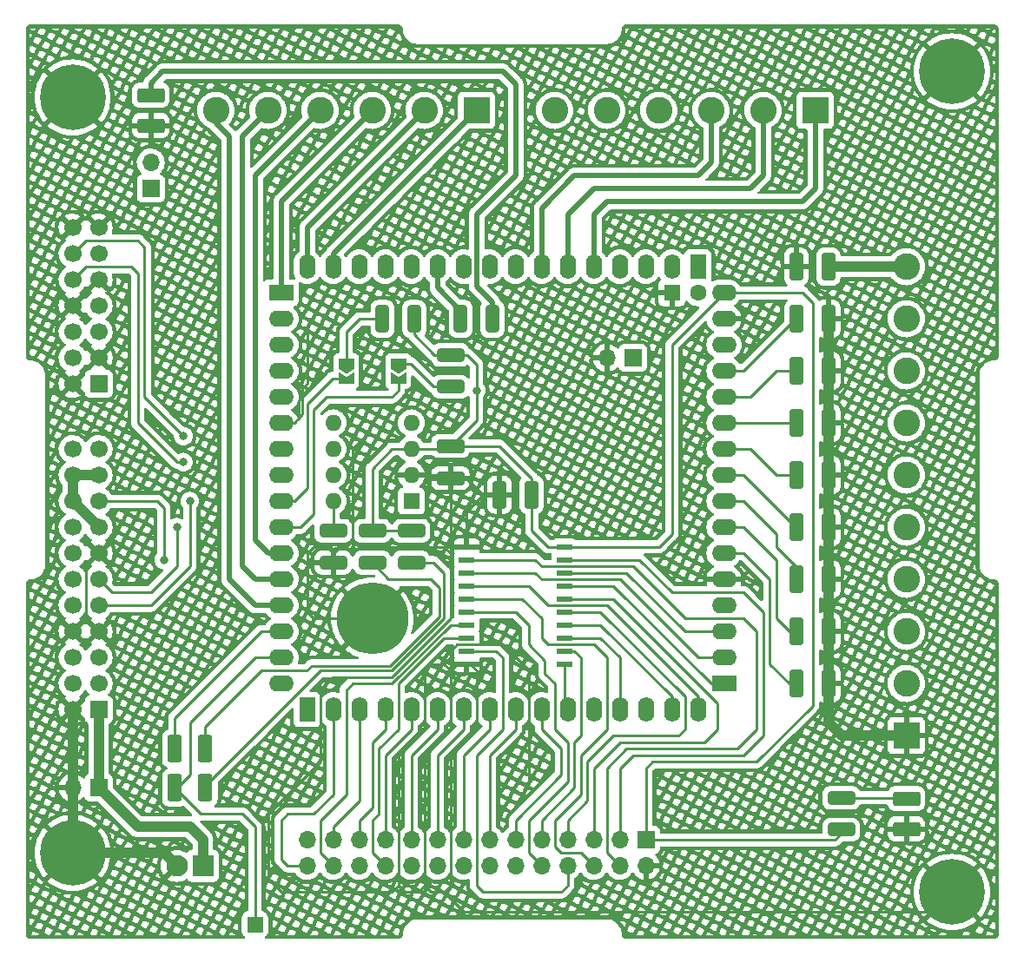
<source format=gtl>
G04 #@! TF.GenerationSoftware,KiCad,Pcbnew,(6.0.9)*
G04 #@! TF.CreationDate,2022-11-27T13:00:04+01:00*
G04 #@! TF.ProjectId,CANduino128,43414e64-7569-46e6-9f31-32382e6b6963,rev?*
G04 #@! TF.SameCoordinates,Original*
G04 #@! TF.FileFunction,Copper,L1,Top*
G04 #@! TF.FilePolarity,Positive*
%FSLAX46Y46*%
G04 Gerber Fmt 4.6, Leading zero omitted, Abs format (unit mm)*
G04 Created by KiCad (PCBNEW (6.0.9)) date 2022-11-27 13:00:04*
%MOMM*%
%LPD*%
G01*
G04 APERTURE LIST*
G04 Aperture macros list*
%AMRoundRect*
0 Rectangle with rounded corners*
0 $1 Rounding radius*
0 $2 $3 $4 $5 $6 $7 $8 $9 X,Y pos of 4 corners*
0 Add a 4 corners polygon primitive as box body*
4,1,4,$2,$3,$4,$5,$6,$7,$8,$9,$2,$3,0*
0 Add four circle primitives for the rounded corners*
1,1,$1+$1,$2,$3*
1,1,$1+$1,$4,$5*
1,1,$1+$1,$6,$7*
1,1,$1+$1,$8,$9*
0 Add four rect primitives between the rounded corners*
20,1,$1+$1,$2,$3,$4,$5,0*
20,1,$1+$1,$4,$5,$6,$7,0*
20,1,$1+$1,$6,$7,$8,$9,0*
20,1,$1+$1,$8,$9,$2,$3,0*%
%AMFreePoly0*
4,1,6,1.000000,0.000000,0.500000,-0.750000,-0.500000,-0.750000,-0.500000,0.750000,0.500000,0.750000,1.000000,0.000000,1.000000,0.000000,$1*%
%AMFreePoly1*
4,1,6,0.500000,-0.750000,-0.650000,-0.750000,-0.150000,0.000000,-0.650000,0.750000,0.500000,0.750000,0.500000,-0.750000,0.500000,-0.750000,$1*%
G04 Aperture macros list end*
G04 #@! TA.AperFunction,ComponentPad*
%ADD10R,1.700000X1.700000*%
G04 #@! TD*
G04 #@! TA.AperFunction,ComponentPad*
%ADD11O,1.700000X1.700000*%
G04 #@! TD*
G04 #@! TA.AperFunction,ComponentPad*
%ADD12R,2.100000X2.100000*%
G04 #@! TD*
G04 #@! TA.AperFunction,ComponentPad*
%ADD13C,2.100000*%
G04 #@! TD*
G04 #@! TA.AperFunction,ComponentPad*
%ADD14C,7.000000*%
G04 #@! TD*
G04 #@! TA.AperFunction,SMDPad,CuDef*
%ADD15RoundRect,0.250000X0.412500X1.100000X-0.412500X1.100000X-0.412500X-1.100000X0.412500X-1.100000X0*%
G04 #@! TD*
G04 #@! TA.AperFunction,SMDPad,CuDef*
%ADD16RoundRect,0.250001X-0.462499X-1.074999X0.462499X-1.074999X0.462499X1.074999X-0.462499X1.074999X0*%
G04 #@! TD*
G04 #@! TA.AperFunction,SMDPad,CuDef*
%ADD17FreePoly0,270.000000*%
G04 #@! TD*
G04 #@! TA.AperFunction,SMDPad,CuDef*
%ADD18FreePoly1,270.000000*%
G04 #@! TD*
G04 #@! TA.AperFunction,SMDPad,CuDef*
%ADD19RoundRect,0.250000X-1.075000X0.400000X-1.075000X-0.400000X1.075000X-0.400000X1.075000X0.400000X0*%
G04 #@! TD*
G04 #@! TA.AperFunction,SMDPad,CuDef*
%ADD20RoundRect,0.250000X-0.412500X-1.100000X0.412500X-1.100000X0.412500X1.100000X-0.412500X1.100000X0*%
G04 #@! TD*
G04 #@! TA.AperFunction,ComponentPad*
%ADD21RoundRect,0.250000X-0.550000X0.550000X-0.550000X-0.550000X0.550000X-0.550000X0.550000X0.550000X0*%
G04 #@! TD*
G04 #@! TA.AperFunction,SMDPad,CuDef*
%ADD22RoundRect,0.250000X1.100000X-0.412500X1.100000X0.412500X-1.100000X0.412500X-1.100000X-0.412500X0*%
G04 #@! TD*
G04 #@! TA.AperFunction,SMDPad,CuDef*
%ADD23RoundRect,0.250000X1.075000X-0.400000X1.075000X0.400000X-1.075000X0.400000X-1.075000X-0.400000X0*%
G04 #@! TD*
G04 #@! TA.AperFunction,SMDPad,CuDef*
%ADD24RoundRect,0.250001X1.074999X-0.462499X1.074999X0.462499X-1.074999X0.462499X-1.074999X-0.462499X0*%
G04 #@! TD*
G04 #@! TA.AperFunction,ComponentPad*
%ADD25R,2.600000X2.600000*%
G04 #@! TD*
G04 #@! TA.AperFunction,ComponentPad*
%ADD26C,2.600000*%
G04 #@! TD*
G04 #@! TA.AperFunction,ComponentPad*
%ADD27C,1.700000*%
G04 #@! TD*
G04 #@! TA.AperFunction,ComponentPad*
%ADD28C,0.800000*%
G04 #@! TD*
G04 #@! TA.AperFunction,ComponentPad*
%ADD29C,6.400000*%
G04 #@! TD*
G04 #@! TA.AperFunction,SMDPad,CuDef*
%ADD30RoundRect,0.250000X-0.400000X-1.075000X0.400000X-1.075000X0.400000X1.075000X-0.400000X1.075000X0*%
G04 #@! TD*
G04 #@! TA.AperFunction,ComponentPad*
%ADD31R,1.600000X1.600000*%
G04 #@! TD*
G04 #@! TA.AperFunction,ComponentPad*
%ADD32O,1.600000X1.600000*%
G04 #@! TD*
G04 #@! TA.AperFunction,ComponentPad*
%ADD33R,1.600000X2.400000*%
G04 #@! TD*
G04 #@! TA.AperFunction,ComponentPad*
%ADD34O,1.600000X2.400000*%
G04 #@! TD*
G04 #@! TA.AperFunction,ComponentPad*
%ADD35R,2.400000X1.600000*%
G04 #@! TD*
G04 #@! TA.AperFunction,ComponentPad*
%ADD36O,2.400000X1.600000*%
G04 #@! TD*
G04 #@! TA.AperFunction,ComponentPad*
%ADD37C,1.600000*%
G04 #@! TD*
G04 #@! TA.AperFunction,SMDPad,CuDef*
%ADD38R,1.500000X0.600000*%
G04 #@! TD*
G04 #@! TA.AperFunction,ViaPad*
%ADD39C,0.800000*%
G04 #@! TD*
G04 #@! TA.AperFunction,Conductor*
%ADD40C,0.250000*%
G04 #@! TD*
G04 #@! TA.AperFunction,Conductor*
%ADD41C,0.500000*%
G04 #@! TD*
G04 #@! TA.AperFunction,Conductor*
%ADD42C,1.000000*%
G04 #@! TD*
G04 APERTURE END LIST*
D10*
X109220000Y-119380000D03*
D11*
X106680000Y-119380000D03*
D10*
X161290000Y-77470000D03*
D11*
X158750000Y-77470000D03*
D12*
X119380000Y-127000000D03*
D13*
X116840000Y-127000000D03*
D14*
X135890000Y-102870000D03*
D15*
X180352500Y-93980000D03*
X177227500Y-93980000D03*
D16*
X116622500Y-119380000D03*
X119597500Y-119380000D03*
D17*
X138430000Y-78015000D03*
D18*
X138430000Y-79465000D03*
D19*
X135890000Y-94335000D03*
X135890000Y-97435000D03*
D20*
X177227500Y-68580000D03*
X180352500Y-68580000D03*
D15*
X180352500Y-99060000D03*
X177227500Y-99060000D03*
D10*
X162560000Y-124460000D03*
D11*
X162560000Y-127000000D03*
X160020000Y-124460000D03*
X160020000Y-127000000D03*
X157480000Y-124460000D03*
X157480000Y-127000000D03*
X154940000Y-124460000D03*
X154940000Y-127000000D03*
X152400000Y-124460000D03*
X152400000Y-127000000D03*
X149860000Y-124460000D03*
X149860000Y-127000000D03*
X147320000Y-124460000D03*
X147320000Y-127000000D03*
X144780000Y-124460000D03*
X144780000Y-127000000D03*
X142240000Y-124460000D03*
X142240000Y-127000000D03*
X139700000Y-124460000D03*
X139700000Y-127000000D03*
X137160000Y-124460000D03*
X137160000Y-127000000D03*
X134620000Y-124460000D03*
X134620000Y-127000000D03*
X132080000Y-124460000D03*
X132080000Y-127000000D03*
X129540000Y-124460000D03*
X129540000Y-127000000D03*
D21*
X124460000Y-132715000D03*
D22*
X143510000Y-89192500D03*
X143510000Y-86067500D03*
D15*
X180352500Y-78740000D03*
X177227500Y-78740000D03*
D23*
X143510000Y-80290000D03*
X143510000Y-77190000D03*
D24*
X114300000Y-54827500D03*
X114300000Y-51852500D03*
D25*
X187960000Y-114300000D03*
D26*
X187960000Y-109220000D03*
X187960000Y-104140000D03*
X187960000Y-99060000D03*
X187960000Y-93980000D03*
X187960000Y-88900000D03*
X187960000Y-83820000D03*
X187960000Y-78740000D03*
X187960000Y-73660000D03*
X187960000Y-68580000D03*
D15*
X180352500Y-88900000D03*
X177227500Y-88900000D03*
D17*
X133350000Y-78015000D03*
D18*
X133350000Y-79465000D03*
D23*
X181610000Y-123470000D03*
X181610000Y-120370000D03*
D10*
X109220000Y-111760000D03*
D27*
X106680000Y-111760000D03*
X109220000Y-109220000D03*
X106680000Y-109220000D03*
X109220000Y-106680000D03*
X106680000Y-106680000D03*
X109220000Y-104140000D03*
X106680000Y-104140000D03*
X109220000Y-101600000D03*
X106680000Y-101600000D03*
X109220000Y-99060000D03*
X106680000Y-99060000D03*
X109220000Y-96520000D03*
X106680000Y-96520000D03*
X109220000Y-93980000D03*
X106680000Y-93980000D03*
X109220000Y-91440000D03*
X106680000Y-91440000D03*
X109220000Y-88900000D03*
X106680000Y-88900000D03*
X109220000Y-86360000D03*
X106680000Y-86360000D03*
D28*
X192405000Y-131940000D03*
X190005000Y-129540000D03*
X194102056Y-127842944D03*
X194805000Y-129540000D03*
D29*
X192405000Y-129540000D03*
D28*
X190707944Y-131237056D03*
X190707944Y-127842944D03*
X194102056Y-131237056D03*
X192405000Y-127140000D03*
D30*
X144500000Y-73660000D03*
X147600000Y-73660000D03*
D15*
X180352500Y-83820000D03*
X177227500Y-83820000D03*
D10*
X109220000Y-80010000D03*
D27*
X106680000Y-80010000D03*
X109220000Y-77470000D03*
X106680000Y-77470000D03*
X109220000Y-74930000D03*
X106680000Y-74930000D03*
X109220000Y-72390000D03*
X106680000Y-72390000D03*
X109220000Y-69850000D03*
X106680000Y-69850000D03*
X109220000Y-67310000D03*
X106680000Y-67310000D03*
X109220000Y-64770000D03*
X106680000Y-64770000D03*
D15*
X180352500Y-109220000D03*
X177227500Y-109220000D03*
D25*
X146050000Y-53340000D03*
D26*
X140970000Y-53340000D03*
X135890000Y-53340000D03*
X130810000Y-53340000D03*
X125730000Y-53340000D03*
X120650000Y-53340000D03*
D30*
X136880000Y-73660000D03*
X139980000Y-73660000D03*
D31*
X139700000Y-91430000D03*
D32*
X139700000Y-88890000D03*
X139700000Y-86350000D03*
X139700000Y-83810000D03*
X132080000Y-83810000D03*
X132080000Y-86350000D03*
X132080000Y-88890000D03*
X132080000Y-91430000D03*
D15*
X180352500Y-73660000D03*
X177227500Y-73660000D03*
D23*
X132080000Y-97435000D03*
X132080000Y-94335000D03*
D10*
X114300000Y-60960000D03*
D11*
X114300000Y-58420000D03*
D15*
X180352500Y-104140000D03*
X177227500Y-104140000D03*
D20*
X148297500Y-90805000D03*
X151422500Y-90805000D03*
D19*
X139700000Y-94335000D03*
X139700000Y-97435000D03*
D24*
X187960000Y-123407500D03*
X187960000Y-120432500D03*
D28*
X104982944Y-127427056D03*
X109080000Y-125730000D03*
X104982944Y-124032944D03*
X104280000Y-125730000D03*
X108377056Y-124032944D03*
X108377056Y-127427056D03*
X106680000Y-123330000D03*
D29*
X106680000Y-125730000D03*
D28*
X106680000Y-128130000D03*
D25*
X179070000Y-53340000D03*
D26*
X173990000Y-53340000D03*
X168910000Y-53340000D03*
X163830000Y-53340000D03*
X158750000Y-53340000D03*
X153670000Y-53340000D03*
D29*
X192405000Y-49530000D03*
D28*
X194805000Y-49530000D03*
X190707944Y-47832944D03*
X194102056Y-51227056D03*
X190005000Y-49530000D03*
X190707944Y-51227056D03*
X192405000Y-47130000D03*
X194102056Y-47832944D03*
X192405000Y-51930000D03*
X106680000Y-49670000D03*
X104982944Y-53767056D03*
X108377056Y-50372944D03*
X104982944Y-50372944D03*
X109080000Y-52070000D03*
X106680000Y-54470000D03*
D29*
X106680000Y-52070000D03*
D28*
X108377056Y-53767056D03*
X104280000Y-52070000D03*
D33*
X167640000Y-68580000D03*
D34*
X165100000Y-68580000D03*
X162560000Y-68580000D03*
X160020000Y-68580000D03*
X157480000Y-68580000D03*
X154940000Y-68580000D03*
X152400000Y-68580000D03*
X149860000Y-68580000D03*
X147320000Y-68580000D03*
X144780000Y-68580000D03*
X142240000Y-68580000D03*
X139700000Y-68580000D03*
X137160000Y-68580000D03*
X134620000Y-68580000D03*
X132080000Y-68580000D03*
X129540000Y-68580000D03*
D35*
X127000000Y-71120000D03*
D36*
X127000000Y-73660000D03*
X127000000Y-76200000D03*
X127000000Y-78740000D03*
X127000000Y-81280000D03*
X127000000Y-83820000D03*
X127000000Y-86360000D03*
X127000000Y-88900000D03*
X127000000Y-91440000D03*
X127000000Y-93980000D03*
X127000000Y-96520000D03*
X127000000Y-99060000D03*
X127000000Y-101600000D03*
X127000000Y-104140000D03*
X127000000Y-106680000D03*
X127000000Y-109220000D03*
D33*
X129540000Y-111760000D03*
D34*
X132080000Y-111760000D03*
X134620000Y-111760000D03*
X137160000Y-111760000D03*
X139700000Y-111760000D03*
X142240000Y-111760000D03*
X144780000Y-111760000D03*
X147320000Y-111760000D03*
X149860000Y-111760000D03*
X152400000Y-111760000D03*
X154940000Y-111760000D03*
X157480000Y-111760000D03*
X160020000Y-111760000D03*
X162560000Y-111760000D03*
X165100000Y-111760000D03*
X167640000Y-111760000D03*
D35*
X170180000Y-109220000D03*
D36*
X170180000Y-106680000D03*
X170180000Y-104140000D03*
X170180000Y-101600000D03*
X170180000Y-99060000D03*
X170180000Y-96520000D03*
X170180000Y-93980000D03*
X170180000Y-91440000D03*
X170180000Y-88900000D03*
X170180000Y-86360000D03*
X170180000Y-83820000D03*
X170180000Y-81280000D03*
X170180000Y-78740000D03*
X170180000Y-76200000D03*
X170180000Y-73660000D03*
X170180000Y-71120000D03*
D37*
X167640000Y-71120000D03*
D31*
X165100000Y-71120000D03*
D16*
X116622500Y-115570000D03*
X119597500Y-115570000D03*
D38*
X145110000Y-95885000D03*
X145110000Y-97155000D03*
X145110000Y-98425000D03*
X145110000Y-99695000D03*
X145110000Y-100965000D03*
X145110000Y-102235000D03*
X145110000Y-103505000D03*
X145110000Y-104775000D03*
X145110000Y-106045000D03*
X145110000Y-107315000D03*
X154610000Y-107315000D03*
X154610000Y-106045000D03*
X154610000Y-104775000D03*
X154610000Y-103505000D03*
X154610000Y-102235000D03*
X154610000Y-100965000D03*
X154610000Y-99695000D03*
X154610000Y-98425000D03*
X154610000Y-97155000D03*
X154610000Y-95885000D03*
D39*
X146050000Y-80645000D03*
X118110000Y-91440000D03*
X116840000Y-93980000D03*
X117475000Y-87630000D03*
X117475000Y-85090000D03*
X115570000Y-97155000D03*
D40*
X151422500Y-94272500D02*
X151422500Y-90805000D01*
X153035000Y-95885000D02*
X151422500Y-94272500D01*
X154610000Y-95885000D02*
X153035000Y-95885000D01*
X146050000Y-80645000D02*
X146050000Y-83527500D01*
X129540000Y-80010000D02*
X129540000Y-74930000D01*
X129090000Y-80460000D02*
X129540000Y-80010000D01*
X128270000Y-83820000D02*
X129090000Y-83000000D01*
X129090000Y-83000000D02*
X129090000Y-80460000D01*
X127000000Y-83820000D02*
X128270000Y-83820000D01*
X145135000Y-77190000D02*
X146050000Y-78105000D01*
X143510000Y-77190000D02*
X145135000Y-77190000D01*
X146050000Y-83527500D02*
X143510000Y-86067500D01*
X146050000Y-78105000D02*
X146050000Y-80645000D01*
X172085000Y-93980000D02*
X170180000Y-93980000D01*
X175260000Y-97155000D02*
X172085000Y-93980000D01*
X175260000Y-102870000D02*
X175260000Y-97155000D01*
X177227500Y-104140000D02*
X176530000Y-104140000D01*
X176530000Y-104140000D02*
X175260000Y-102870000D01*
X176530000Y-109220000D02*
X177227500Y-109220000D01*
X174625000Y-107315000D02*
X176530000Y-109220000D01*
X174625000Y-99060000D02*
X174625000Y-107315000D01*
X172085000Y-96520000D02*
X174625000Y-99060000D01*
X170180000Y-96520000D02*
X172085000Y-96520000D01*
X177165000Y-73660000D02*
X172085000Y-78740000D01*
X172085000Y-78740000D02*
X170180000Y-78740000D01*
X177227500Y-73660000D02*
X177165000Y-73660000D01*
X119597500Y-113447500D02*
X119597500Y-115570000D01*
X125095000Y-107950000D02*
X119597500Y-113447500D01*
X129517106Y-107950000D02*
X125095000Y-107950000D01*
X137604416Y-107500000D02*
X129967106Y-107500000D01*
X142425000Y-102679416D02*
X137604416Y-107500000D01*
X129967106Y-107500000D02*
X129517106Y-107950000D01*
X142425000Y-99880000D02*
X142425000Y-102679416D01*
X141605000Y-99060000D02*
X142425000Y-99880000D01*
X135890000Y-97472500D02*
X137477500Y-99060000D01*
X135890000Y-97435000D02*
X135890000Y-97472500D01*
X137477500Y-99060000D02*
X141605000Y-99060000D01*
X138430000Y-80645000D02*
X138430000Y-79465000D01*
X131445698Y-81280000D02*
X137795000Y-81280000D01*
X137795000Y-81280000D02*
X138430000Y-80645000D01*
X130175000Y-92710000D02*
X130175000Y-82550698D01*
X130175000Y-82550698D02*
X131445698Y-81280000D01*
X128905000Y-93980000D02*
X130175000Y-92710000D01*
X127000000Y-93980000D02*
X128905000Y-93980000D01*
X131990000Y-79465000D02*
X133350000Y-79465000D01*
X129540000Y-81915000D02*
X131990000Y-79465000D01*
X129540000Y-90170000D02*
X129540000Y-81915000D01*
X128270000Y-91440000D02*
X129540000Y-90170000D01*
X127000000Y-91440000D02*
X128270000Y-91440000D01*
X141885000Y-80290000D02*
X143510000Y-80290000D01*
X139610000Y-78015000D02*
X141885000Y-80290000D01*
X138430000Y-78015000D02*
X139610000Y-78015000D01*
X141960000Y-77190000D02*
X143510000Y-77190000D01*
X139980000Y-73660000D02*
X139980000Y-75210000D01*
X139980000Y-75210000D02*
X141960000Y-77190000D01*
D41*
X146070000Y-70505000D02*
X146070000Y-66020000D01*
X147600000Y-72035000D02*
X146070000Y-70505000D01*
X147600000Y-73660000D02*
X147600000Y-72035000D01*
X142240000Y-70625000D02*
X142240000Y-68580000D01*
X144500000Y-72885000D02*
X142240000Y-70625000D01*
X144500000Y-73660000D02*
X144500000Y-72885000D01*
D40*
X133985000Y-86360000D02*
X135255000Y-85090000D01*
X133985000Y-95250000D02*
X133985000Y-86360000D01*
X142875000Y-95885000D02*
X134620000Y-95885000D01*
X133350000Y-95885000D02*
X133985000Y-95250000D01*
X133350000Y-95885000D02*
X132715000Y-95885000D01*
X133985000Y-95250000D02*
X134620000Y-95885000D01*
X145110000Y-92405000D02*
X145110000Y-92380000D01*
X145110000Y-92380000D02*
X146685000Y-90805000D01*
X146685000Y-90805000D02*
X148297500Y-90805000D01*
X163830000Y-95885000D02*
X154610000Y-95885000D01*
X165100000Y-76200000D02*
X165100000Y-94615000D01*
X165100000Y-94615000D02*
X163830000Y-95885000D01*
X170180000Y-71120000D02*
X165100000Y-76200000D01*
X133350000Y-74930000D02*
X133350000Y-78015000D01*
X134620000Y-73660000D02*
X133350000Y-74930000D01*
X136880000Y-73660000D02*
X134620000Y-73660000D01*
X118110000Y-97790000D02*
X114300000Y-101600000D01*
X114300000Y-101600000D02*
X109220000Y-101600000D01*
X118110000Y-91440000D02*
X118110000Y-97790000D01*
X107950000Y-66040000D02*
X106680000Y-67310000D01*
X113030000Y-66040000D02*
X107950000Y-66040000D01*
X113665000Y-81280000D02*
X113665000Y-66675000D01*
X113665000Y-66675000D02*
X113030000Y-66040000D01*
X117475000Y-85090000D02*
X113665000Y-81280000D01*
D41*
X121920000Y-55880000D02*
X121920000Y-99060000D01*
X120650000Y-54610000D02*
X121920000Y-55880000D01*
X124460000Y-101600000D02*
X127000000Y-101600000D01*
X120650000Y-53340000D02*
X120650000Y-54610000D01*
X121920000Y-99060000D02*
X124460000Y-101600000D01*
X123190000Y-55880000D02*
X125730000Y-53340000D01*
X123190000Y-97790000D02*
X123190000Y-55880000D01*
X124460000Y-99060000D02*
X123190000Y-97790000D01*
X127000000Y-99060000D02*
X124460000Y-99060000D01*
X125730000Y-96520000D02*
X127000000Y-96520000D01*
X124460000Y-59690000D02*
X124460000Y-95250000D01*
X124460000Y-95250000D02*
X125730000Y-96520000D01*
X130810000Y-53340000D02*
X124460000Y-59690000D01*
X129540000Y-64770000D02*
X140970000Y-53340000D01*
X129540000Y-68580000D02*
X129540000Y-64770000D01*
X132080000Y-67310000D02*
X146050000Y-53340000D01*
X132080000Y-68580000D02*
X132080000Y-67310000D01*
D40*
X116622500Y-119380000D02*
X119162500Y-121920000D01*
X119162500Y-121920000D02*
X123190000Y-121920000D01*
X123190000Y-121920000D02*
X124460000Y-123190000D01*
X124460000Y-123190000D02*
X124460000Y-132715000D01*
X178816000Y-111379000D02*
X173355000Y-116840000D01*
X173355000Y-116840000D02*
X163195000Y-116840000D01*
X162560000Y-117475000D02*
X162560000Y-124460000D01*
X178816000Y-72136000D02*
X178816000Y-111379000D01*
X163195000Y-116840000D02*
X162560000Y-117475000D01*
X177800000Y-71120000D02*
X178816000Y-72136000D01*
X170180000Y-71120000D02*
X177800000Y-71120000D01*
X180975000Y-124460000D02*
X162560000Y-124460000D01*
X181610000Y-123825000D02*
X180975000Y-124460000D01*
X181610000Y-123470000D02*
X181610000Y-123825000D01*
X132080000Y-123190000D02*
X132080000Y-124460000D01*
X134620000Y-111760000D02*
X134620000Y-120650000D01*
X134620000Y-120650000D02*
X132080000Y-123190000D01*
X134620000Y-122555000D02*
X134620000Y-124460000D01*
X135890000Y-121285000D02*
X134620000Y-122555000D01*
X135890000Y-114935000D02*
X135890000Y-121285000D01*
X137160000Y-113665000D02*
X135890000Y-114935000D01*
X137160000Y-111760000D02*
X137160000Y-113665000D01*
X139700000Y-116205000D02*
X139700000Y-124460000D01*
X142240000Y-113665000D02*
X139700000Y-116205000D01*
X142240000Y-111760000D02*
X142240000Y-113665000D01*
X143510000Y-113665000D02*
X143510000Y-107950000D01*
X140970000Y-116205000D02*
X143510000Y-113665000D01*
X140970000Y-128905000D02*
X140970000Y-116205000D01*
X142240000Y-116205000D02*
X142240000Y-124460000D01*
X144780000Y-111760000D02*
X144780000Y-113665000D01*
X144780000Y-113665000D02*
X142240000Y-116205000D01*
X145415000Y-107315000D02*
X145110000Y-107315000D01*
X146050000Y-113665000D02*
X146050000Y-107950000D01*
X146050000Y-107950000D02*
X145415000Y-107315000D01*
X143510000Y-116205000D02*
X146050000Y-113665000D01*
X143510000Y-128905000D02*
X143510000Y-116205000D01*
X142875000Y-129540000D02*
X143510000Y-128905000D01*
X144780000Y-116205000D02*
X144780000Y-124460000D01*
X147320000Y-113665000D02*
X144780000Y-116205000D01*
X147320000Y-111760000D02*
X147320000Y-113665000D01*
X125095000Y-104140000D02*
X127000000Y-104140000D01*
X116622500Y-112612500D02*
X125095000Y-104140000D01*
X116622500Y-115570000D02*
X116622500Y-112612500D01*
X116840000Y-119380000D02*
X116622500Y-119380000D01*
X118110000Y-118110000D02*
X116840000Y-119380000D01*
X118110000Y-113030000D02*
X118110000Y-118110000D01*
X124460000Y-106680000D02*
X118110000Y-113030000D01*
X127000000Y-106680000D02*
X124460000Y-106680000D01*
X172720000Y-86360000D02*
X170180000Y-86360000D01*
X175260000Y-88900000D02*
X172720000Y-86360000D01*
X177227500Y-88900000D02*
X175260000Y-88900000D01*
X175260000Y-78740000D02*
X172720000Y-81280000D01*
X177227500Y-78740000D02*
X175260000Y-78740000D01*
X172720000Y-81280000D02*
X170180000Y-81280000D01*
X137795000Y-129540000D02*
X138430000Y-128905000D01*
X127000000Y-129540000D02*
X137795000Y-129540000D01*
X125730000Y-128270000D02*
X127000000Y-129540000D01*
X130810000Y-116840000D02*
X125730000Y-121920000D01*
X130810000Y-109833502D02*
X130810000Y-116840000D01*
X137792208Y-108585000D02*
X132058502Y-108585000D01*
X125730000Y-121920000D02*
X125730000Y-128270000D01*
X143510000Y-102867208D02*
X137792208Y-108585000D01*
X143510000Y-96520000D02*
X143510000Y-102867208D01*
X142875000Y-95885000D02*
X143510000Y-96520000D01*
X132058502Y-108585000D02*
X130810000Y-109833502D01*
X127000000Y-126365000D02*
X127635000Y-127000000D01*
X127635000Y-127000000D02*
X129540000Y-127000000D01*
X127000000Y-122555000D02*
X127000000Y-126365000D01*
X127635000Y-121920000D02*
X127000000Y-122555000D01*
X130175000Y-121920000D02*
X127635000Y-121920000D01*
X132080000Y-120015000D02*
X130175000Y-121920000D01*
X132080000Y-111760000D02*
X132080000Y-120015000D01*
X130810000Y-122555000D02*
X130810000Y-125730000D01*
X133350000Y-120015000D02*
X130810000Y-122555000D01*
X130810000Y-125730000D02*
X132080000Y-127000000D01*
X137793604Y-109220000D02*
X133985000Y-109220000D01*
X133985000Y-109220000D02*
X133350000Y-109855000D01*
X133350000Y-109855000D02*
X133350000Y-120015000D01*
X143508604Y-103505000D02*
X137793604Y-109220000D01*
X145110000Y-103505000D02*
X143508604Y-103505000D01*
X135890000Y-122555000D02*
X135890000Y-125730000D01*
X136525000Y-115570000D02*
X136525000Y-121920000D01*
X138430000Y-113665000D02*
X136525000Y-115570000D01*
X138430000Y-109220000D02*
X138430000Y-113665000D01*
X135890000Y-125730000D02*
X137160000Y-127000000D01*
X142875000Y-104775000D02*
X138430000Y-109220000D01*
X145110000Y-104775000D02*
X142875000Y-104775000D01*
X136525000Y-121920000D02*
X135890000Y-122555000D01*
X147320000Y-116205000D02*
X147320000Y-124460000D01*
X149860000Y-113665000D02*
X147320000Y-116205000D01*
X149860000Y-111760000D02*
X149860000Y-113665000D01*
X147955000Y-106045000D02*
X145110000Y-106045000D01*
X148590000Y-106680000D02*
X147955000Y-106045000D01*
X146685000Y-129540000D02*
X146050000Y-128905000D01*
X148590000Y-113665000D02*
X148590000Y-106680000D01*
X154940000Y-128905000D02*
X154305000Y-129540000D01*
X154305000Y-129540000D02*
X146685000Y-129540000D01*
X154940000Y-127000000D02*
X154940000Y-128905000D01*
X146050000Y-128905000D02*
X146050000Y-116205000D01*
X146050000Y-116205000D02*
X148590000Y-113665000D01*
X151130000Y-107950000D02*
X151130000Y-118745000D01*
X154305000Y-118110000D02*
X149860000Y-122555000D01*
X154305000Y-115570000D02*
X154305000Y-118110000D01*
X149860000Y-122555000D02*
X149860000Y-124460000D01*
X152400000Y-113665000D02*
X154305000Y-115570000D01*
X152400000Y-111760000D02*
X152400000Y-113665000D01*
X155575000Y-119380000D02*
X152400000Y-122555000D01*
X155575000Y-114935000D02*
X155575000Y-119380000D01*
X156210000Y-114300000D02*
X155575000Y-114935000D01*
X156210000Y-106680000D02*
X156210000Y-114300000D01*
X155575000Y-106045000D02*
X156210000Y-106680000D01*
X154610000Y-106045000D02*
X155575000Y-106045000D01*
X152400000Y-122555000D02*
X152400000Y-124460000D01*
X151130000Y-125730000D02*
X152400000Y-127000000D01*
X151130000Y-122555000D02*
X151130000Y-125730000D01*
X154940000Y-118745000D02*
X151130000Y-122555000D01*
X154940000Y-114935000D02*
X154940000Y-118745000D01*
X152717500Y-106997500D02*
X152717500Y-108267500D01*
X153670000Y-113665000D02*
X154940000Y-114935000D01*
X151130000Y-105410000D02*
X152717500Y-106997500D01*
X153670000Y-109220000D02*
X153670000Y-113665000D01*
X151130000Y-103505000D02*
X151130000Y-105410000D01*
X149860000Y-102235000D02*
X151130000Y-103505000D01*
X145110000Y-102235000D02*
X149860000Y-102235000D01*
X152717500Y-108267500D02*
X153670000Y-109220000D01*
X150495000Y-100965000D02*
X145110000Y-100965000D01*
X152400000Y-102870000D02*
X150495000Y-100965000D01*
X153035000Y-105410000D02*
X152400000Y-104775000D01*
X157480000Y-105410000D02*
X153035000Y-105410000D01*
X158750000Y-106680000D02*
X157480000Y-105410000D01*
X156210000Y-120015000D02*
X156210000Y-116205000D01*
X152400000Y-104775000D02*
X152400000Y-102870000D01*
X153670000Y-122555000D02*
X156210000Y-120015000D01*
X153670000Y-125095000D02*
X153670000Y-122555000D01*
X156210000Y-116205000D02*
X158750000Y-113665000D01*
X154305000Y-125730000D02*
X153670000Y-125095000D01*
X158750000Y-113665000D02*
X158750000Y-106680000D01*
X156210000Y-125730000D02*
X154305000Y-125730000D01*
X157480000Y-127000000D02*
X156210000Y-125730000D01*
X158113604Y-102235000D02*
X154610000Y-102235000D01*
X165735000Y-114300000D02*
X166370000Y-113665000D01*
X159385000Y-114300000D02*
X165735000Y-114300000D01*
X156845000Y-120650000D02*
X156845000Y-116840000D01*
X154940000Y-122555000D02*
X156845000Y-120650000D01*
X156845000Y-116840000D02*
X159385000Y-114300000D01*
X166370000Y-113665000D02*
X166370000Y-110491396D01*
X154940000Y-124460000D02*
X154940000Y-122555000D01*
X166370000Y-110491396D02*
X158113604Y-102235000D01*
X173990000Y-114300000D02*
X172085000Y-116205000D01*
X172085000Y-116205000D02*
X161290000Y-116205000D01*
X172085000Y-100330000D02*
X173990000Y-102235000D01*
X173990000Y-102235000D02*
X173990000Y-114300000D01*
X165100000Y-100330000D02*
X172085000Y-100330000D01*
X154610000Y-97155000D02*
X161925000Y-97155000D01*
X160020000Y-117475000D02*
X160020000Y-124460000D01*
X161925000Y-97155000D02*
X165100000Y-100330000D01*
X161290000Y-116205000D02*
X160020000Y-117475000D01*
X151765000Y-97155000D02*
X145110000Y-97155000D01*
X152400000Y-97790000D02*
X151765000Y-97155000D01*
X161290000Y-97790000D02*
X152400000Y-97790000D01*
X166370000Y-102870000D02*
X161290000Y-97790000D01*
X172085000Y-102870000D02*
X166370000Y-102870000D01*
X171450000Y-115570000D02*
X173355000Y-113665000D01*
X160655000Y-115570000D02*
X171450000Y-115570000D01*
X158750000Y-117475000D02*
X160655000Y-115570000D01*
X173355000Y-104140000D02*
X172085000Y-102870000D01*
X158750000Y-125730000D02*
X158750000Y-117475000D01*
X160020000Y-127000000D02*
X158750000Y-125730000D01*
X173355000Y-113665000D02*
X173355000Y-104140000D01*
X169545000Y-111125000D02*
X159385000Y-100965000D01*
X169545000Y-113665000D02*
X169545000Y-111125000D01*
X168275000Y-114935000D02*
X169545000Y-113665000D01*
X160020000Y-114935000D02*
X168275000Y-114935000D01*
X157480000Y-117475000D02*
X160020000Y-114935000D01*
X157480000Y-124460000D02*
X157480000Y-117475000D01*
X159385000Y-100965000D02*
X154610000Y-100965000D01*
X172085000Y-91440000D02*
X170180000Y-91440000D01*
X175260000Y-94615000D02*
X172085000Y-91440000D01*
X175260000Y-95885000D02*
X175260000Y-94615000D01*
X177227500Y-97852500D02*
X175260000Y-95885000D01*
X177227500Y-99060000D02*
X177227500Y-97852500D01*
X172085000Y-88900000D02*
X170180000Y-88900000D01*
X177165000Y-93980000D02*
X172085000Y-88900000D01*
X177227500Y-93980000D02*
X177165000Y-93980000D01*
X140970000Y-113663604D02*
X140970000Y-107950000D01*
X138430000Y-116203604D02*
X140970000Y-113663604D01*
X140970000Y-107950000D02*
X141605000Y-107315000D01*
X141605000Y-107315000D02*
X142875000Y-107315000D01*
X138430000Y-128905000D02*
X138430000Y-116203604D01*
X130175000Y-102870000D02*
X135890000Y-102870000D01*
X129540000Y-96520000D02*
X129540000Y-102235000D01*
X132080000Y-96520000D02*
X131445000Y-95885000D01*
X131445000Y-95885000D02*
X130175000Y-95885000D01*
X130175000Y-95885000D02*
X129540000Y-96520000D01*
X129540000Y-102235000D02*
X130175000Y-102870000D01*
X141605000Y-129540000D02*
X142875000Y-129540000D01*
X140970000Y-128905000D02*
X141605000Y-129540000D01*
X139065000Y-129540000D02*
X140335000Y-129540000D01*
X138430000Y-128905000D02*
X139065000Y-129540000D01*
X140335000Y-129540000D02*
X140970000Y-128905000D01*
X137160000Y-116205000D02*
X137160000Y-124460000D01*
X139700000Y-113665000D02*
X137160000Y-116205000D01*
X139700000Y-111760000D02*
X139700000Y-113665000D01*
X177227500Y-83820000D02*
X170180000Y-83820000D01*
X119597500Y-119162500D02*
X119597500Y-119380000D01*
X130810000Y-107950000D02*
X119597500Y-119162500D01*
D41*
X127000000Y-62230000D02*
X127000000Y-71120000D01*
X135890000Y-53340000D02*
X127000000Y-62230000D01*
X114300000Y-50691250D02*
X114300000Y-51852500D01*
X149860000Y-50800000D02*
X148590000Y-49530000D01*
X148590000Y-49530000D02*
X115461250Y-49530000D01*
X146050000Y-63500000D02*
X149860000Y-59690000D01*
X115461250Y-49530000D02*
X114300000Y-50691250D01*
X146050000Y-66040000D02*
X146050000Y-63500000D01*
X149860000Y-59690000D02*
X149860000Y-50800000D01*
X168910000Y-58420000D02*
X168910000Y-53340000D01*
X167640000Y-59690000D02*
X168910000Y-58420000D01*
X155575000Y-59690000D02*
X167640000Y-59690000D01*
X152400000Y-62865000D02*
X155575000Y-59690000D01*
X152400000Y-68580000D02*
X152400000Y-62865000D01*
X173990000Y-59690000D02*
X173990000Y-53340000D01*
X172720000Y-60960000D02*
X173990000Y-59690000D01*
X157480000Y-60960000D02*
X172720000Y-60960000D01*
X154940000Y-63500000D02*
X157480000Y-60960000D01*
X179070000Y-60960000D02*
X179070000Y-53340000D01*
X177800000Y-62230000D02*
X179070000Y-60960000D01*
X158750000Y-62230000D02*
X177800000Y-62230000D01*
D42*
X115570000Y-125730000D02*
X116840000Y-127000000D01*
X106680000Y-125730000D02*
X115570000Y-125730000D01*
X118110000Y-123190000D02*
X113030000Y-123190000D01*
X119380000Y-124460000D02*
X118110000Y-123190000D01*
X113030000Y-123190000D02*
X109220000Y-119380000D01*
X119380000Y-127000000D02*
X119380000Y-124460000D01*
X109220000Y-111760000D02*
X109220000Y-119380000D01*
D40*
X142875000Y-102865812D02*
X137790812Y-107950000D01*
X137790812Y-107950000D02*
X130810000Y-107950000D01*
X142875000Y-98425000D02*
X142875000Y-102865812D01*
X139700000Y-97435000D02*
X141885000Y-97435000D01*
X141885000Y-97435000D02*
X142875000Y-98425000D01*
D42*
X106680000Y-125730000D02*
X106680000Y-111760000D01*
D41*
X157480000Y-63500000D02*
X158750000Y-62230000D01*
X157480000Y-68580000D02*
X157480000Y-63500000D01*
X154940000Y-68580000D02*
X154940000Y-63500000D01*
D40*
X106680000Y-104140000D02*
X107950000Y-102870000D01*
X142875000Y-129540000D02*
X144780000Y-131445000D01*
D42*
X180340000Y-113030000D02*
X180340000Y-110490000D01*
D40*
X144145000Y-107315000D02*
X143510000Y-107950000D01*
D42*
X181610000Y-114300000D02*
X180340000Y-113030000D01*
D40*
X190500000Y-131445000D02*
X192405000Y-129540000D01*
X144780000Y-131445000D02*
X190500000Y-131445000D01*
X144145000Y-105410000D02*
X148590000Y-105410000D01*
X143510000Y-106045000D02*
X144145000Y-105410000D01*
D42*
X180352500Y-99060000D02*
X180352500Y-93980000D01*
D40*
X145072500Y-89192500D02*
X143510000Y-89192500D01*
X132715000Y-95885000D02*
X132080000Y-96520000D01*
X142875000Y-107315000D02*
X143510000Y-107950000D01*
X145110000Y-107315000D02*
X144145000Y-107315000D01*
X143510000Y-95250000D02*
X143510000Y-89192500D01*
D42*
X180352500Y-104140000D02*
X180352500Y-99060000D01*
D40*
X148590000Y-105410000D02*
X151130000Y-107950000D01*
X132080000Y-96520000D02*
X132080000Y-97435000D01*
D42*
X180352500Y-78740000D02*
X180352500Y-73660000D01*
D40*
X142875000Y-95885000D02*
X143510000Y-95250000D01*
D42*
X180352500Y-83820000D02*
X180352500Y-78740000D01*
D40*
X107950000Y-97790000D02*
X109220000Y-96520000D01*
X143510000Y-89192500D02*
X143217500Y-88900000D01*
X143510000Y-106680000D02*
X143510000Y-106045000D01*
D42*
X180352500Y-88900000D02*
X180352500Y-83820000D01*
X180352500Y-109220000D02*
X180352500Y-104140000D01*
D40*
X142875000Y-107315000D02*
X143510000Y-106680000D01*
X145110000Y-92405000D02*
X146697500Y-90817500D01*
D42*
X180352500Y-93980000D02*
X180352500Y-88900000D01*
X187960000Y-114300000D02*
X181610000Y-114300000D01*
D40*
X143217500Y-88900000D02*
X139700000Y-88900000D01*
X107950000Y-102870000D02*
X107950000Y-97790000D01*
X145110000Y-92405000D02*
X145110000Y-95885000D01*
X146697500Y-90817500D02*
X145072500Y-89192500D01*
D42*
X187960000Y-68580000D02*
X180632500Y-68580000D01*
D40*
X135890000Y-88265000D02*
X135890000Y-94335000D01*
X148297500Y-86067500D02*
X143510000Y-86067500D01*
X143227500Y-86350000D02*
X139700000Y-86350000D01*
X139700000Y-86350000D02*
X137805000Y-86350000D01*
X151422500Y-89192500D02*
X148297500Y-86067500D01*
X135890000Y-94335000D02*
X139700000Y-94335000D01*
X137805000Y-86350000D02*
X135890000Y-88265000D01*
X151422500Y-90805000D02*
X151422500Y-89192500D01*
X143510000Y-86067500D02*
X143227500Y-86350000D01*
X160655000Y-98425000D02*
X154610000Y-98425000D01*
X166370000Y-104140000D02*
X160655000Y-98425000D01*
X170180000Y-104140000D02*
X166370000Y-104140000D01*
X152400000Y-99060000D02*
X151765000Y-98425000D01*
X160020000Y-99060000D02*
X152400000Y-99060000D01*
X167640000Y-106680000D02*
X160020000Y-99060000D01*
X151765000Y-98425000D02*
X145110000Y-98425000D01*
X170180000Y-106680000D02*
X167640000Y-106680000D01*
X154610000Y-99695000D02*
X159385000Y-99695000D01*
X168910000Y-109220000D02*
X170180000Y-109220000D01*
X159385000Y-99695000D02*
X168910000Y-109220000D01*
X151130000Y-99695000D02*
X153035000Y-101600000D01*
X145110000Y-99695000D02*
X151130000Y-99695000D01*
X167640000Y-110490000D02*
X167640000Y-111760000D01*
X153035000Y-101600000D02*
X158750000Y-101600000D01*
X158750000Y-101600000D02*
X167640000Y-110490000D01*
X154610000Y-103505000D02*
X158115000Y-103505000D01*
X158115000Y-103505000D02*
X165100000Y-110490000D01*
X165100000Y-110490000D02*
X165100000Y-111760000D01*
X158115000Y-104775000D02*
X160020000Y-106680000D01*
X160020000Y-106680000D02*
X160020000Y-111760000D01*
X154610000Y-104775000D02*
X158115000Y-104775000D01*
X132080000Y-91430000D02*
X132080000Y-94335000D01*
X154610000Y-111430000D02*
X154940000Y-111760000D01*
X154610000Y-107315000D02*
X154610000Y-111430000D01*
X114300000Y-100330000D02*
X110490000Y-100330000D01*
X116840000Y-93980000D02*
X116840000Y-97790000D01*
X110490000Y-100330000D02*
X109220000Y-99060000D01*
X116840000Y-97790000D02*
X114300000Y-100330000D01*
X117475000Y-87630000D02*
X116840000Y-87630000D01*
X112395000Y-68580000D02*
X107950000Y-68580000D01*
X107950000Y-68580000D02*
X106680000Y-69850000D01*
X113030000Y-83820000D02*
X113030000Y-69215000D01*
X116840000Y-87630000D02*
X113030000Y-83820000D01*
X113030000Y-69215000D02*
X112395000Y-68580000D01*
X187897500Y-120370000D02*
X187960000Y-120432500D01*
X181610000Y-120370000D02*
X187897500Y-120370000D01*
D42*
X106680000Y-88900000D02*
X109220000Y-88900000D01*
X109220000Y-93980000D02*
X106680000Y-91440000D01*
X106680000Y-91440000D02*
X106680000Y-88900000D01*
D40*
X115570000Y-92075000D02*
X115570000Y-97155000D01*
X109220000Y-91440000D02*
X114935000Y-91440000D01*
X114935000Y-91440000D02*
X115570000Y-92075000D01*
G04 #@! TA.AperFunction,Conductor*
G36*
X138412718Y-44960000D02*
G01*
X138427552Y-44962310D01*
X138427555Y-44962310D01*
X138436424Y-44963691D01*
X138445325Y-44962527D01*
X138454300Y-44962637D01*
X138454298Y-44962841D01*
X138475745Y-44962851D01*
X138541168Y-44971464D01*
X138572940Y-44979977D01*
X138649374Y-45011637D01*
X138677860Y-45028084D01*
X138743494Y-45078447D01*
X138766752Y-45101704D01*
X138817117Y-45167340D01*
X138833564Y-45195827D01*
X138865223Y-45272259D01*
X138873736Y-45304028D01*
X138881865Y-45365773D01*
X138882934Y-45383748D01*
X138882890Y-45387348D01*
X138881508Y-45396224D01*
X138882237Y-45401795D01*
X138882329Y-45402500D01*
X138882182Y-45402500D01*
X138882635Y-45408257D01*
X138882635Y-45408267D01*
X138894471Y-45558648D01*
X138900225Y-45631757D01*
X138901379Y-45636564D01*
X138901380Y-45636570D01*
X138932551Y-45766405D01*
X138953909Y-45855370D01*
X138955802Y-45859941D01*
X138955803Y-45859943D01*
X139007842Y-45985574D01*
X139041914Y-46067831D01*
X139162071Y-46263909D01*
X139215524Y-46326494D01*
X139308204Y-46435010D01*
X139308209Y-46435015D01*
X139311422Y-46438777D01*
X139315184Y-46441990D01*
X139315186Y-46441992D01*
X139345853Y-46468184D01*
X139486289Y-46588128D01*
X139490497Y-46590707D01*
X139490503Y-46590711D01*
X139667505Y-46699178D01*
X139682368Y-46708286D01*
X139686938Y-46710179D01*
X139686942Y-46710181D01*
X139890256Y-46794396D01*
X139894829Y-46796290D01*
X139972361Y-46814904D01*
X140113628Y-46848820D01*
X140113634Y-46848821D01*
X140118441Y-46849975D01*
X140220367Y-46857997D01*
X140312350Y-46865236D01*
X140323363Y-46866593D01*
X140335146Y-46868576D01*
X140341664Y-46868655D01*
X140342838Y-46868670D01*
X140342841Y-46868670D01*
X140347698Y-46868729D01*
X140375322Y-46864773D01*
X140393184Y-46863500D01*
X158684048Y-46863500D01*
X158704953Y-46865246D01*
X158719954Y-46867770D01*
X158719957Y-46867770D01*
X158724746Y-46868576D01*
X158731061Y-46868653D01*
X158732440Y-46868670D01*
X158732443Y-46868670D01*
X158737298Y-46868729D01*
X158744365Y-46867717D01*
X158752332Y-46866833D01*
X158966556Y-46849974D01*
X158971363Y-46848820D01*
X158971369Y-46848819D01*
X159129437Y-46810870D01*
X159190168Y-46796290D01*
X159194741Y-46794396D01*
X159398056Y-46710181D01*
X159398060Y-46710179D01*
X159402630Y-46708286D01*
X159409370Y-46704156D01*
X160045050Y-46704156D01*
X160173510Y-46773036D01*
X160466492Y-46226628D01*
X160402771Y-46192461D01*
X160394160Y-46213250D01*
X160392178Y-46217782D01*
X160387971Y-46226908D01*
X160385812Y-46231359D01*
X160376836Y-46248976D01*
X160374502Y-46253341D01*
X160369590Y-46262112D01*
X160367089Y-46266381D01*
X160246932Y-46462460D01*
X160244258Y-46466636D01*
X160238673Y-46474993D01*
X160235849Y-46479044D01*
X160224227Y-46495040D01*
X160221250Y-46498973D01*
X160215029Y-46506866D01*
X160211882Y-46510702D01*
X160062530Y-46685570D01*
X160059244Y-46689268D01*
X160052422Y-46696648D01*
X160048992Y-46700214D01*
X160045050Y-46704156D01*
X159409370Y-46704156D01*
X159598709Y-46588129D01*
X159767427Y-46444030D01*
X159769820Y-46441986D01*
X159773576Y-46438778D01*
X159922928Y-46263910D01*
X160040958Y-46071302D01*
X160980956Y-46071302D01*
X161527364Y-46364283D01*
X161820346Y-45817875D01*
X161530665Y-45662549D01*
X162334810Y-45662549D01*
X162881218Y-45955531D01*
X163174201Y-45409122D01*
X163042492Y-45338500D01*
X163846636Y-45338500D01*
X164235072Y-45546778D01*
X164346750Y-45338500D01*
X163846636Y-45338500D01*
X163042492Y-45338500D01*
X162508564Y-45338500D01*
X162334810Y-45662549D01*
X161530665Y-45662549D01*
X161273938Y-45524893D01*
X160980956Y-46071302D01*
X160040958Y-46071302D01*
X160043085Y-46067831D01*
X160045815Y-46061242D01*
X160129195Y-45859943D01*
X160129196Y-45859941D01*
X160131089Y-45855370D01*
X160137517Y-45828597D01*
X160528315Y-45828597D01*
X160646062Y-45891732D01*
X160939043Y-45345324D01*
X160926317Y-45338500D01*
X161730461Y-45338500D01*
X161999915Y-45482980D01*
X162077385Y-45338500D01*
X161730461Y-45338500D01*
X160926317Y-45338500D01*
X160700453Y-45338500D01*
X160685296Y-45340482D01*
X160676375Y-45341327D01*
X160658213Y-45342398D01*
X160649254Y-45342608D01*
X160637125Y-45342460D01*
X160626585Y-45343847D01*
X160611938Y-45349914D01*
X160599365Y-45359562D01*
X160589713Y-45372140D01*
X160583647Y-45386787D01*
X160583128Y-45390726D01*
X160583204Y-45392390D01*
X160583465Y-45402268D01*
X160583500Y-45407132D01*
X160583347Y-45419684D01*
X160583194Y-45424543D01*
X160582692Y-45434421D01*
X160582350Y-45439286D01*
X160580612Y-45458657D01*
X160580084Y-45463493D01*
X160578822Y-45473291D01*
X160578108Y-45478097D01*
X160577986Y-45478824D01*
X160563603Y-45661573D01*
X160563118Y-45666493D01*
X160561937Y-45676474D01*
X160561259Y-45681379D01*
X160558166Y-45700907D01*
X160557295Y-45705781D01*
X160555334Y-45715638D01*
X160554275Y-45720467D01*
X160528315Y-45828597D01*
X160137517Y-45828597D01*
X160159226Y-45738172D01*
X160183619Y-45636571D01*
X160183620Y-45636565D01*
X160184774Y-45631758D01*
X160196304Y-45485250D01*
X160200035Y-45437848D01*
X160201393Y-45426830D01*
X160202376Y-45420992D01*
X160203375Y-45415052D01*
X160203528Y-45402500D01*
X160202838Y-45397682D01*
X160202522Y-45392829D01*
X160203214Y-45392784D01*
X160203064Y-45366309D01*
X160211263Y-45304031D01*
X160219776Y-45272259D01*
X160251435Y-45195827D01*
X160267882Y-45167341D01*
X160318249Y-45101702D01*
X160341507Y-45078444D01*
X160407137Y-45028084D01*
X160435623Y-45011637D01*
X160512059Y-44979976D01*
X160543830Y-44971463D01*
X160605573Y-44963334D01*
X160623561Y-44962265D01*
X160627148Y-44962309D01*
X160636024Y-44963691D01*
X160667586Y-44959564D01*
X160683921Y-44958500D01*
X196483133Y-44958500D01*
X196502518Y-44960000D01*
X196517352Y-44962310D01*
X196517355Y-44962310D01*
X196526224Y-44963691D01*
X196535125Y-44962527D01*
X196544100Y-44962637D01*
X196544098Y-44962841D01*
X196565545Y-44962851D01*
X196630968Y-44971464D01*
X196662740Y-44979977D01*
X196739174Y-45011637D01*
X196767660Y-45028084D01*
X196833294Y-45078447D01*
X196856552Y-45101704D01*
X196906917Y-45167340D01*
X196923364Y-45195827D01*
X196955023Y-45272259D01*
X196963536Y-45304030D01*
X196971665Y-45365773D01*
X196972734Y-45383761D01*
X196972690Y-45387348D01*
X196971308Y-45396224D01*
X196975310Y-45426830D01*
X196975435Y-45427783D01*
X196976499Y-45444121D01*
X196976499Y-77230133D01*
X196974999Y-77249518D01*
X196972800Y-77263643D01*
X196971308Y-77273224D01*
X196972472Y-77282125D01*
X196972362Y-77291100D01*
X196972158Y-77291098D01*
X196972148Y-77312545D01*
X196963535Y-77377968D01*
X196955022Y-77409740D01*
X196923362Y-77486174D01*
X196906915Y-77514660D01*
X196856552Y-77580294D01*
X196833294Y-77603552D01*
X196767659Y-77653916D01*
X196739172Y-77670363D01*
X196662739Y-77702022D01*
X196630970Y-77710535D01*
X196624029Y-77711449D01*
X196572628Y-77718216D01*
X196546979Y-77718749D01*
X196545050Y-77718424D01*
X196539044Y-77718351D01*
X196538776Y-77718309D01*
X196538507Y-77718344D01*
X196532498Y-77718271D01*
X196525468Y-77719278D01*
X196517505Y-77720161D01*
X196303241Y-77737024D01*
X196298434Y-77738178D01*
X196298428Y-77738179D01*
X196158500Y-77771774D01*
X196079629Y-77790709D01*
X196075058Y-77792602D01*
X196075056Y-77792603D01*
X195871739Y-77876819D01*
X195871737Y-77876820D01*
X195867167Y-77878713D01*
X195671089Y-77998871D01*
X195667322Y-78002088D01*
X195667321Y-78002089D01*
X195568405Y-78086571D01*
X195496221Y-78148222D01*
X195346870Y-78323090D01*
X195226713Y-78519169D01*
X195224820Y-78523739D01*
X195224818Y-78523743D01*
X195140637Y-78726975D01*
X195138709Y-78731630D01*
X195121890Y-78801687D01*
X195086179Y-78950429D01*
X195086178Y-78950435D01*
X195085024Y-78955242D01*
X195069523Y-79152202D01*
X195069043Y-79158307D01*
X195067931Y-79167799D01*
X195066308Y-79178224D01*
X195067036Y-79183795D01*
X195066981Y-79184500D01*
X195067129Y-79184500D01*
X195068443Y-79194548D01*
X195070435Y-79209783D01*
X195071499Y-79226120D01*
X195071499Y-97550133D01*
X195069999Y-97569518D01*
X195069632Y-97571876D01*
X195066308Y-97593224D01*
X195067129Y-97599500D01*
X195066982Y-97599500D01*
X195085025Y-97828757D01*
X195086179Y-97833564D01*
X195086180Y-97833570D01*
X195118489Y-97968145D01*
X195138709Y-98052370D01*
X195140602Y-98056941D01*
X195140603Y-98056943D01*
X195185435Y-98165176D01*
X195226714Y-98264831D01*
X195229300Y-98269051D01*
X195235543Y-98279238D01*
X195346871Y-98460909D01*
X195377396Y-98496649D01*
X195493004Y-98632010D01*
X195493009Y-98632015D01*
X195496222Y-98635777D01*
X195499984Y-98638990D01*
X195499986Y-98638992D01*
X195519927Y-98656023D01*
X195671089Y-98785128D01*
X195675297Y-98787707D01*
X195675303Y-98787711D01*
X195862948Y-98902700D01*
X195867168Y-98905286D01*
X195871738Y-98907179D01*
X195871742Y-98907181D01*
X196075056Y-98991396D01*
X196079629Y-98993290D01*
X196140367Y-99007872D01*
X196298428Y-99045820D01*
X196298434Y-99045821D01*
X196303241Y-99046975D01*
X196405167Y-99054997D01*
X196497150Y-99062236D01*
X196508163Y-99063593D01*
X196519946Y-99065576D01*
X196525956Y-99065649D01*
X196526224Y-99065691D01*
X196526493Y-99065656D01*
X196532498Y-99065729D01*
X196537316Y-99065039D01*
X196542169Y-99064723D01*
X196542214Y-99065415D01*
X196568688Y-99065265D01*
X196589755Y-99068038D01*
X196630968Y-99073464D01*
X196662740Y-99081977D01*
X196739174Y-99113637D01*
X196767660Y-99130084D01*
X196833294Y-99180447D01*
X196856552Y-99203704D01*
X196906917Y-99269340D01*
X196923363Y-99297825D01*
X196944068Y-99347811D01*
X196955023Y-99374259D01*
X196963536Y-99406030D01*
X196971665Y-99467773D01*
X196972734Y-99485761D01*
X196972690Y-99489348D01*
X196971308Y-99498224D01*
X196975435Y-99529783D01*
X196976499Y-99546121D01*
X196976499Y-133618133D01*
X196974999Y-133637518D01*
X196973674Y-133646030D01*
X196971308Y-133661224D01*
X196972472Y-133670125D01*
X196972362Y-133679100D01*
X196972158Y-133679098D01*
X196972148Y-133700545D01*
X196963535Y-133765968D01*
X196955022Y-133797740D01*
X196923362Y-133874174D01*
X196906915Y-133902660D01*
X196856552Y-133968294D01*
X196833294Y-133991552D01*
X196767659Y-134041916D01*
X196739172Y-134058363D01*
X196662739Y-134090022D01*
X196630970Y-134098535D01*
X196605505Y-134101888D01*
X196569212Y-134106666D01*
X196551226Y-134107735D01*
X196547652Y-134107691D01*
X196538776Y-134106309D01*
X196507214Y-134110436D01*
X196490879Y-134111500D01*
X160691667Y-134111500D01*
X160672282Y-134110000D01*
X160657448Y-134107690D01*
X160657445Y-134107690D01*
X160648576Y-134106309D01*
X160639675Y-134107473D01*
X160630700Y-134107363D01*
X160630702Y-134107159D01*
X160609255Y-134107149D01*
X160543831Y-134098536D01*
X160512059Y-134090023D01*
X160454562Y-134066207D01*
X160435625Y-134058363D01*
X160407140Y-134041917D01*
X160341504Y-133991552D01*
X160318247Y-133968294D01*
X160267883Y-133902659D01*
X160251436Y-133874172D01*
X160219777Y-133797739D01*
X160211264Y-133765970D01*
X160206801Y-133732072D01*
X160206726Y-133731500D01*
X161634654Y-133731500D01*
X162338157Y-133731500D01*
X163904019Y-133731500D01*
X164607524Y-133731500D01*
X166173385Y-133731500D01*
X166876890Y-133731500D01*
X166918998Y-133652969D01*
X166629316Y-133497643D01*
X167433461Y-133497643D01*
X167869602Y-133731500D01*
X168011573Y-133731500D01*
X168442751Y-133731500D01*
X169146255Y-133731500D01*
X169154155Y-133716767D01*
X168864474Y-133561441D01*
X169668619Y-133561441D01*
X169985777Y-133731500D01*
X170280938Y-133731500D01*
X170712116Y-133731500D01*
X171297807Y-133731500D01*
X171099631Y-133625239D01*
X171903776Y-133625239D01*
X172101952Y-133731500D01*
X172550304Y-133731500D01*
X172981483Y-133731500D01*
X173413983Y-133731500D01*
X173334790Y-133689037D01*
X174138934Y-133689037D01*
X174218127Y-133731500D01*
X174819670Y-133731500D01*
X176385532Y-133731500D01*
X177089036Y-133731500D01*
X178654897Y-133731500D01*
X179358402Y-133731500D01*
X180924263Y-133731500D01*
X181627768Y-133731500D01*
X181683798Y-133627005D01*
X181394117Y-133471679D01*
X182198262Y-133471679D01*
X182682826Y-133731500D01*
X182762451Y-133731500D01*
X183193629Y-133731500D01*
X183897134Y-133731500D01*
X183918956Y-133690803D01*
X183629272Y-133535476D01*
X184433419Y-133535476D01*
X184799001Y-133731500D01*
X185031817Y-133731500D01*
X185462995Y-133731500D01*
X186111030Y-133731500D01*
X185864432Y-133599275D01*
X186668577Y-133599275D01*
X186915175Y-133731500D01*
X187301183Y-133731500D01*
X187732361Y-133731500D01*
X188227205Y-133731500D01*
X188099589Y-133663073D01*
X188903734Y-133663073D01*
X189031349Y-133731500D01*
X189570548Y-133731500D01*
X190001727Y-133731500D01*
X190343380Y-133731500D01*
X190334747Y-133726871D01*
X191138892Y-133726871D01*
X191147525Y-133731500D01*
X191839915Y-133731500D01*
X193405776Y-133731500D01*
X194109280Y-133731500D01*
X195675142Y-133731500D01*
X196378646Y-133731500D01*
X196448598Y-133601040D01*
X195902190Y-133308058D01*
X195675142Y-133731500D01*
X194109280Y-133731500D01*
X194213440Y-133537241D01*
X193923759Y-133381916D01*
X194727904Y-133381916D01*
X195274312Y-133674898D01*
X195567294Y-133128489D01*
X195277613Y-132973163D01*
X196081758Y-132973163D01*
X196596499Y-133249165D01*
X196596499Y-132545661D01*
X196374740Y-132426755D01*
X196081758Y-132973163D01*
X195277613Y-132973163D01*
X195020886Y-132835507D01*
X194727904Y-133381916D01*
X193923759Y-133381916D01*
X193873684Y-133355066D01*
X193688587Y-133426117D01*
X193685506Y-133427254D01*
X193679194Y-133429490D01*
X193676062Y-133430554D01*
X193663519Y-133434630D01*
X193660353Y-133435613D01*
X193653923Y-133437517D01*
X193650759Y-133438409D01*
X193548195Y-133465891D01*
X193405776Y-133731500D01*
X191839915Y-133731500D01*
X191910115Y-133600576D01*
X191573560Y-133547271D01*
X191570316Y-133546713D01*
X191563726Y-133545492D01*
X191560484Y-133544848D01*
X191547584Y-133542106D01*
X191544355Y-133541375D01*
X191537839Y-133539810D01*
X191534654Y-133539001D01*
X191276690Y-133469879D01*
X191138892Y-133726871D01*
X190334747Y-133726871D01*
X190078020Y-133589215D01*
X190001727Y-133731500D01*
X189570548Y-133731500D01*
X189743125Y-133409646D01*
X189453444Y-133254320D01*
X190257589Y-133254320D01*
X190803997Y-133547302D01*
X190912065Y-133345756D01*
X190758572Y-133286836D01*
X190755520Y-133285619D01*
X190749333Y-133283057D01*
X190746295Y-133281752D01*
X190734246Y-133276388D01*
X190731248Y-133275006D01*
X190725195Y-133272119D01*
X190722234Y-133270659D01*
X190375938Y-133094212D01*
X190373014Y-133092673D01*
X190367121Y-133089473D01*
X190364244Y-133087862D01*
X190352822Y-133081267D01*
X190350970Y-133080165D01*
X190257589Y-133254320D01*
X189453444Y-133254320D01*
X189196717Y-133116664D01*
X188903734Y-133663073D01*
X188099589Y-133663073D01*
X187842862Y-133525417D01*
X187732361Y-133731500D01*
X187301183Y-133731500D01*
X187507968Y-133345848D01*
X187218286Y-133190522D01*
X188022431Y-133190522D01*
X188568839Y-133483504D01*
X188861822Y-132937095D01*
X188572140Y-132781769D01*
X189376285Y-132781769D01*
X189922694Y-133074751D01*
X190031029Y-132872707D01*
X190015537Y-132862646D01*
X190012788Y-132860809D01*
X190007267Y-132857014D01*
X190004581Y-132855116D01*
X189993911Y-132847364D01*
X189991275Y-132845395D01*
X189985957Y-132841315D01*
X189983358Y-132839267D01*
X189727945Y-132632437D01*
X189715635Y-132621030D01*
X189692277Y-132596297D01*
X189681594Y-132583358D01*
X189642833Y-132529470D01*
X189637301Y-132521094D01*
X189626751Y-132503647D01*
X189613061Y-132471784D01*
X189599848Y-132423621D01*
X189595679Y-132399275D01*
X189593996Y-132375741D01*
X189376285Y-132781769D01*
X188572140Y-132781769D01*
X188315413Y-132644113D01*
X188022431Y-133190522D01*
X187218286Y-133190522D01*
X186961559Y-133052866D01*
X186668577Y-133599275D01*
X185864432Y-133599275D01*
X185607705Y-133461619D01*
X185462995Y-133731500D01*
X185031817Y-133731500D01*
X185272810Y-133282050D01*
X184983128Y-133126724D01*
X185787273Y-133126724D01*
X186333682Y-133419706D01*
X186626664Y-132873297D01*
X186336982Y-132717971D01*
X187141127Y-132717971D01*
X187687536Y-133010953D01*
X187980518Y-132464545D01*
X187690834Y-132309218D01*
X188494982Y-132309218D01*
X189041390Y-132602200D01*
X189183382Y-132337386D01*
X189972759Y-132337386D01*
X189980216Y-132347753D01*
X190219935Y-132541874D01*
X190225272Y-132545751D01*
X190545685Y-132753830D01*
X190551394Y-132757127D01*
X190891811Y-132930578D01*
X190897836Y-132933260D01*
X191254502Y-133070171D01*
X191260784Y-133072212D01*
X191629816Y-133171094D01*
X191636266Y-133172465D01*
X192013629Y-133232234D01*
X192020167Y-133232920D01*
X192401699Y-133252916D01*
X192408301Y-133252916D01*
X192789833Y-133232920D01*
X192796371Y-133232234D01*
X193173734Y-133172465D01*
X193180184Y-133171094D01*
X193549216Y-133072212D01*
X193555498Y-133070171D01*
X193912164Y-132933260D01*
X193918189Y-132930578D01*
X194258606Y-132757127D01*
X194264315Y-132753830D01*
X194584728Y-132545751D01*
X194590065Y-132541874D01*
X194641018Y-132500613D01*
X195200455Y-132500613D01*
X195746863Y-132793595D01*
X196039846Y-132247186D01*
X195644638Y-132035277D01*
X195497437Y-132217055D01*
X195486030Y-132229365D01*
X195461297Y-132252723D01*
X195448358Y-132263406D01*
X195394470Y-132302167D01*
X195386094Y-132307699D01*
X195368647Y-132318249D01*
X195336784Y-132331939D01*
X195288621Y-132345152D01*
X195283326Y-132346059D01*
X195200455Y-132500613D01*
X194641018Y-132500613D01*
X194828835Y-132348522D01*
X194837300Y-132336267D01*
X194830966Y-132325176D01*
X192417812Y-129912022D01*
X192403868Y-129904408D01*
X192402035Y-129904539D01*
X192395420Y-129908790D01*
X189979900Y-132324310D01*
X189972759Y-132337386D01*
X189183382Y-132337386D01*
X189273662Y-132169016D01*
X189105733Y-131961642D01*
X189103689Y-131959050D01*
X189099610Y-131953734D01*
X189097638Y-131951092D01*
X189089885Y-131940421D01*
X189087982Y-131937729D01*
X189084186Y-131932206D01*
X189082353Y-131929462D01*
X189073583Y-131915958D01*
X188787964Y-131762810D01*
X188494982Y-132309218D01*
X187690834Y-132309218D01*
X187434109Y-132171563D01*
X187141127Y-132717971D01*
X186336982Y-132717971D01*
X186080255Y-132580315D01*
X185787273Y-133126724D01*
X184983128Y-133126724D01*
X184726401Y-132989068D01*
X184433419Y-133535476D01*
X183629272Y-133535476D01*
X183372547Y-133397821D01*
X183193629Y-133731500D01*
X182762451Y-133731500D01*
X183037652Y-133218252D01*
X182747971Y-133062926D01*
X183552116Y-133062926D01*
X184098524Y-133355908D01*
X184391506Y-132809499D01*
X184101825Y-132654173D01*
X184905970Y-132654173D01*
X185452378Y-132947155D01*
X185745360Y-132400746D01*
X185455679Y-132245420D01*
X186259824Y-132245420D01*
X186806233Y-132538403D01*
X187099215Y-131991994D01*
X186809533Y-131836668D01*
X187613678Y-131836668D01*
X188160087Y-132129650D01*
X188453069Y-131583241D01*
X187906660Y-131290259D01*
X187613678Y-131836668D01*
X186809533Y-131836668D01*
X186552806Y-131699012D01*
X186259824Y-132245420D01*
X185455679Y-132245420D01*
X185198952Y-132107764D01*
X184905970Y-132654173D01*
X184101825Y-132654173D01*
X183845098Y-132516517D01*
X183552116Y-133062926D01*
X182747971Y-133062926D01*
X182491244Y-132925270D01*
X182198262Y-133471679D01*
X181394117Y-133471679D01*
X181137389Y-133334022D01*
X180924263Y-133731500D01*
X179358402Y-133731500D01*
X179448640Y-133563207D01*
X179158956Y-133407880D01*
X179963104Y-133407880D01*
X180509513Y-133700863D01*
X180802495Y-133154454D01*
X180512813Y-132999128D01*
X181316958Y-132999128D01*
X181863366Y-133292110D01*
X182156349Y-132745701D01*
X181866667Y-132590375D01*
X182670812Y-132590375D01*
X183217221Y-132883357D01*
X183510203Y-132336949D01*
X183220522Y-132181623D01*
X184024667Y-132181623D01*
X184571075Y-132474604D01*
X184864057Y-131928196D01*
X184574376Y-131772870D01*
X185378521Y-131772870D01*
X185924929Y-132065852D01*
X186217911Y-131519443D01*
X185928230Y-131364117D01*
X186732375Y-131364117D01*
X187278783Y-131657099D01*
X187571765Y-131110690D01*
X187282084Y-130955364D01*
X188086229Y-130955364D01*
X188632638Y-131248346D01*
X188661482Y-131194553D01*
X188659381Y-131189480D01*
X188658164Y-131186428D01*
X188518883Y-130823587D01*
X188517746Y-130820506D01*
X188515510Y-130814194D01*
X188514446Y-130811062D01*
X188510370Y-130798519D01*
X188509387Y-130795353D01*
X188507483Y-130788923D01*
X188506591Y-130785759D01*
X188410059Y-130425497D01*
X188379211Y-130408956D01*
X188086229Y-130955364D01*
X187282084Y-130955364D01*
X187025357Y-130817708D01*
X186732375Y-131364117D01*
X185928230Y-131364117D01*
X185671503Y-131226461D01*
X185378521Y-131772870D01*
X184574376Y-131772870D01*
X184317649Y-131635214D01*
X184024667Y-132181623D01*
X183220522Y-132181623D01*
X182963794Y-132043966D01*
X182670812Y-132590375D01*
X181866667Y-132590375D01*
X181609940Y-132452719D01*
X181316958Y-132999128D01*
X180512813Y-132999128D01*
X180256086Y-132861472D01*
X179963104Y-133407880D01*
X179158956Y-133407880D01*
X178902231Y-133270225D01*
X178654897Y-133731500D01*
X177089036Y-133731500D01*
X177213482Y-133499408D01*
X176923801Y-133344082D01*
X177727946Y-133344082D01*
X178274355Y-133637064D01*
X178567337Y-133090656D01*
X178277655Y-132935330D01*
X179081800Y-132935330D01*
X179628209Y-133228312D01*
X179921191Y-132681903D01*
X179631509Y-132526577D01*
X180435654Y-132526577D01*
X180982063Y-132819559D01*
X181275045Y-132273150D01*
X180985364Y-132117824D01*
X181789509Y-132117824D01*
X182335917Y-132410806D01*
X182628899Y-131864397D01*
X182339217Y-131709071D01*
X183143363Y-131709071D01*
X183689772Y-132002053D01*
X183982754Y-131455645D01*
X183693072Y-131300319D01*
X184497217Y-131300319D01*
X185043626Y-131593301D01*
X185336608Y-131046892D01*
X185046926Y-130891566D01*
X185851071Y-130891566D01*
X186397480Y-131184548D01*
X186690462Y-130638140D01*
X186400778Y-130482813D01*
X187204926Y-130482813D01*
X187751335Y-130775795D01*
X188044316Y-130229387D01*
X187497908Y-129936405D01*
X187204926Y-130482813D01*
X186400778Y-130482813D01*
X186144053Y-130345158D01*
X185851071Y-130891566D01*
X185046926Y-130891566D01*
X184790199Y-130753910D01*
X184497217Y-131300319D01*
X183693072Y-131300319D01*
X183436345Y-131162663D01*
X183143363Y-131709071D01*
X182339217Y-131709071D01*
X182082491Y-131571416D01*
X181789509Y-132117824D01*
X180985364Y-132117824D01*
X180728637Y-131980168D01*
X180435654Y-132526577D01*
X179631509Y-132526577D01*
X179374782Y-132388921D01*
X179081800Y-132935330D01*
X178277655Y-132935330D01*
X178020928Y-132797674D01*
X177727946Y-133344082D01*
X176923801Y-133344082D01*
X176667074Y-133206426D01*
X176385532Y-133731500D01*
X174819670Y-133731500D01*
X174978325Y-133435610D01*
X174688645Y-133280285D01*
X175492789Y-133280285D01*
X176039197Y-133573266D01*
X176332179Y-133026858D01*
X176042496Y-132871531D01*
X176846643Y-132871531D01*
X177393052Y-133164513D01*
X177686033Y-132618105D01*
X177396352Y-132462779D01*
X178200497Y-132462779D01*
X178746905Y-132755761D01*
X179039888Y-132209352D01*
X178750206Y-132054026D01*
X179554351Y-132054026D01*
X180100760Y-132347008D01*
X180393742Y-131800600D01*
X180104059Y-131645273D01*
X180908205Y-131645273D01*
X181454614Y-131938256D01*
X181747596Y-131391847D01*
X181457914Y-131236521D01*
X182262059Y-131236521D01*
X182808468Y-131529503D01*
X183101450Y-130983094D01*
X182811769Y-130827768D01*
X183615914Y-130827768D01*
X184162322Y-131120750D01*
X184455304Y-130574342D01*
X184165620Y-130419015D01*
X184969768Y-130419015D01*
X185516177Y-130711997D01*
X185809159Y-130165589D01*
X185519477Y-130010263D01*
X186323622Y-130010263D01*
X186870031Y-130303245D01*
X187163013Y-129756836D01*
X186873331Y-129601510D01*
X187677476Y-129601510D01*
X188223885Y-129894492D01*
X188320523Y-129714264D01*
X188312432Y-129559888D01*
X188312302Y-129556583D01*
X188312127Y-129549884D01*
X188312084Y-129546594D01*
X188312084Y-129543301D01*
X188692084Y-129543301D01*
X188712080Y-129924833D01*
X188712766Y-129931371D01*
X188772535Y-130308734D01*
X188773906Y-130315184D01*
X188872788Y-130684216D01*
X188874828Y-130690494D01*
X189011740Y-131047164D01*
X189014422Y-131053189D01*
X189187872Y-131393603D01*
X189191169Y-131399313D01*
X189399253Y-131719735D01*
X189403123Y-131725061D01*
X189596478Y-131963835D01*
X189608733Y-131972300D01*
X189619824Y-131965966D01*
X192032978Y-129552812D01*
X192039356Y-129541132D01*
X192769408Y-129541132D01*
X192769539Y-129542965D01*
X192773790Y-129549580D01*
X195189310Y-131965100D01*
X195202386Y-131972241D01*
X195212753Y-131964784D01*
X195406877Y-131725061D01*
X195409722Y-131721146D01*
X195862929Y-131721146D01*
X196219414Y-131912291D01*
X196512396Y-131365883D01*
X196156253Y-131174920D01*
X196151836Y-131186428D01*
X196150619Y-131189480D01*
X196148057Y-131195667D01*
X196146752Y-131198705D01*
X196141388Y-131210754D01*
X196140006Y-131213752D01*
X196137119Y-131219805D01*
X196135659Y-131222766D01*
X195959212Y-131569061D01*
X195957676Y-131571980D01*
X195954478Y-131577870D01*
X195952866Y-131580749D01*
X195946272Y-131592170D01*
X195944585Y-131595005D01*
X195941084Y-131600718D01*
X195939325Y-131603506D01*
X195862929Y-131721146D01*
X195409722Y-131721146D01*
X195410747Y-131719735D01*
X195618831Y-131399313D01*
X195622128Y-131393603D01*
X195795578Y-131053189D01*
X195798260Y-131047164D01*
X195886504Y-130817278D01*
X196293398Y-130817278D01*
X196596499Y-130979800D01*
X196596499Y-130276295D01*
X196440581Y-130192693D01*
X196412271Y-130371440D01*
X196411713Y-130374684D01*
X196410492Y-130381274D01*
X196409848Y-130384516D01*
X196407106Y-130397416D01*
X196406375Y-130400645D01*
X196404810Y-130407161D01*
X196404001Y-130410346D01*
X196303409Y-130785759D01*
X196302517Y-130788923D01*
X196300613Y-130795353D01*
X196299630Y-130798519D01*
X196295554Y-130811062D01*
X196294490Y-130814194D01*
X196293398Y-130817278D01*
X195886504Y-130817278D01*
X195935172Y-130690494D01*
X195937212Y-130684216D01*
X196036094Y-130315184D01*
X196037465Y-130308734D01*
X196097234Y-129931371D01*
X196097920Y-129924833D01*
X196117916Y-129543301D01*
X196117916Y-129536699D01*
X196097920Y-129155167D01*
X196097234Y-129148629D01*
X196037465Y-128771266D01*
X196036094Y-128764816D01*
X195937212Y-128395784D01*
X195935171Y-128389502D01*
X195907100Y-128316375D01*
X196309340Y-128316375D01*
X196384464Y-128596741D01*
X196596499Y-128710433D01*
X196596499Y-128006929D01*
X196502336Y-127956440D01*
X196309340Y-128316375D01*
X195907100Y-128316375D01*
X195798260Y-128032836D01*
X195795578Y-128026811D01*
X195622128Y-127686397D01*
X195618831Y-127680687D01*
X195410747Y-127360265D01*
X195406877Y-127354939D01*
X195240106Y-127148994D01*
X195800602Y-127148994D01*
X196347010Y-127441976D01*
X196596499Y-126976681D01*
X196596499Y-126872246D01*
X196093584Y-126602585D01*
X195800602Y-127148994D01*
X195240106Y-127148994D01*
X195213522Y-127116165D01*
X195201267Y-127107700D01*
X195190176Y-127114034D01*
X192777022Y-129527188D01*
X192769408Y-129541132D01*
X192039356Y-129541132D01*
X192040592Y-129538868D01*
X192040461Y-129537035D01*
X192036210Y-129530420D01*
X189620690Y-127114900D01*
X189607614Y-127107759D01*
X189597247Y-127115216D01*
X189403123Y-127354939D01*
X189399253Y-127360265D01*
X189191169Y-127680687D01*
X189187872Y-127686397D01*
X189014422Y-128026811D01*
X189011740Y-128032836D01*
X188874829Y-128389502D01*
X188872788Y-128395784D01*
X188773906Y-128764816D01*
X188772535Y-128771266D01*
X188712766Y-129148629D01*
X188712080Y-129155167D01*
X188692084Y-129536699D01*
X188692084Y-129543301D01*
X188312084Y-129543301D01*
X188312084Y-129533406D01*
X188312127Y-129530116D01*
X188312302Y-129523417D01*
X188312432Y-129520113D01*
X188326789Y-129246165D01*
X187970458Y-129055102D01*
X187677476Y-129601510D01*
X186873331Y-129601510D01*
X186616604Y-129463854D01*
X186323622Y-130010263D01*
X185519477Y-130010263D01*
X185262750Y-129872607D01*
X184969768Y-130419015D01*
X184165620Y-130419015D01*
X183908895Y-130281360D01*
X183615914Y-130827768D01*
X182811769Y-130827768D01*
X182555042Y-130690112D01*
X182262059Y-131236521D01*
X181457914Y-131236521D01*
X181201187Y-131098865D01*
X180908205Y-131645273D01*
X180104059Y-131645273D01*
X179847333Y-131507617D01*
X179554351Y-132054026D01*
X178750206Y-132054026D01*
X178493479Y-131916370D01*
X178200497Y-132462779D01*
X177396352Y-132462779D01*
X177139625Y-132325123D01*
X176846643Y-132871531D01*
X176042496Y-132871531D01*
X175785771Y-132733876D01*
X175492789Y-133280285D01*
X174688645Y-133280285D01*
X174431916Y-133142628D01*
X174138934Y-133689037D01*
X173334790Y-133689037D01*
X173078062Y-133551381D01*
X172981483Y-133731500D01*
X172550304Y-133731500D01*
X172743167Y-133371812D01*
X172453486Y-133216486D01*
X173257631Y-133216486D01*
X173804039Y-133509468D01*
X174097021Y-132963059D01*
X173807340Y-132807733D01*
X174611485Y-132807733D01*
X175157894Y-133100715D01*
X175450876Y-132554307D01*
X175161194Y-132398981D01*
X175965339Y-132398981D01*
X176511748Y-132691963D01*
X176804730Y-132145554D01*
X176515048Y-131990228D01*
X177319193Y-131990228D01*
X177865602Y-132283210D01*
X178158584Y-131736802D01*
X177868900Y-131581475D01*
X178673048Y-131581475D01*
X179219457Y-131874457D01*
X179512438Y-131328049D01*
X179222757Y-131172723D01*
X180026902Y-131172723D01*
X180573310Y-131465705D01*
X180866293Y-130919296D01*
X180576611Y-130763970D01*
X181380756Y-130763970D01*
X181927165Y-131056952D01*
X182220147Y-130510544D01*
X181930464Y-130355217D01*
X182734610Y-130355217D01*
X183281019Y-130648200D01*
X183574001Y-130101791D01*
X183284319Y-129946465D01*
X184088464Y-129946465D01*
X184634873Y-130239447D01*
X184927855Y-129693038D01*
X184638174Y-129537712D01*
X185442319Y-129537712D01*
X185988727Y-129830694D01*
X186281709Y-129284286D01*
X185992025Y-129128959D01*
X186796173Y-129128959D01*
X187342581Y-129421941D01*
X187635563Y-128875532D01*
X187345883Y-128720207D01*
X188150027Y-128720207D01*
X188376639Y-128841715D01*
X188397729Y-128708560D01*
X188398287Y-128705316D01*
X188399508Y-128698726D01*
X188400152Y-128695484D01*
X188402894Y-128682584D01*
X188403625Y-128679355D01*
X188405190Y-128672839D01*
X188405999Y-128669654D01*
X188506591Y-128294241D01*
X188507483Y-128291077D01*
X188509387Y-128284647D01*
X188510370Y-128281481D01*
X188514446Y-128268938D01*
X188515510Y-128265806D01*
X188517746Y-128259494D01*
X188518883Y-128256413D01*
X188532231Y-128221639D01*
X188443009Y-128173798D01*
X188150027Y-128720207D01*
X187345883Y-128720207D01*
X187089155Y-128582551D01*
X186796173Y-129128959D01*
X185992025Y-129128959D01*
X185735300Y-128991304D01*
X185442319Y-129537712D01*
X184638174Y-129537712D01*
X184381447Y-129400056D01*
X184088464Y-129946465D01*
X183284319Y-129946465D01*
X183027592Y-129808809D01*
X182734610Y-130355217D01*
X181930464Y-130355217D01*
X181673738Y-130217561D01*
X181380756Y-130763970D01*
X180576611Y-130763970D01*
X180319884Y-130626314D01*
X180026902Y-131172723D01*
X179222757Y-131172723D01*
X178966030Y-131035067D01*
X178673048Y-131581475D01*
X177868900Y-131581475D01*
X177612175Y-131443820D01*
X177319193Y-131990228D01*
X176515048Y-131990228D01*
X176258321Y-131852572D01*
X175965339Y-132398981D01*
X175161194Y-132398981D01*
X174904467Y-132261325D01*
X174611485Y-132807733D01*
X173807340Y-132807733D01*
X173550613Y-132670077D01*
X173257631Y-133216486D01*
X172453486Y-133216486D01*
X172196759Y-133078830D01*
X171903776Y-133625239D01*
X171099631Y-133625239D01*
X170842904Y-133487583D01*
X170712116Y-133731500D01*
X170280938Y-133731500D01*
X170508010Y-133308014D01*
X170218328Y-133152688D01*
X171022473Y-133152688D01*
X171568882Y-133445670D01*
X171861864Y-132899262D01*
X171572181Y-132743935D01*
X172376327Y-132743935D01*
X172922736Y-133036918D01*
X173215718Y-132490509D01*
X172926036Y-132335183D01*
X173730181Y-132335183D01*
X174276590Y-132628165D01*
X174569572Y-132081756D01*
X174279891Y-131926430D01*
X175084036Y-131926430D01*
X175630444Y-132219412D01*
X175923426Y-131673003D01*
X175633745Y-131517677D01*
X176437890Y-131517677D01*
X176984299Y-131810659D01*
X177277281Y-131264251D01*
X176987599Y-131108925D01*
X177791744Y-131108925D01*
X178338153Y-131401907D01*
X178631135Y-130855498D01*
X178341453Y-130700172D01*
X179145598Y-130700172D01*
X179692007Y-130993154D01*
X179984989Y-130446746D01*
X179695307Y-130291420D01*
X180499453Y-130291420D01*
X181045861Y-130584401D01*
X181338843Y-130037993D01*
X181049160Y-129882666D01*
X181853307Y-129882666D01*
X182399716Y-130175648D01*
X182692698Y-129629240D01*
X182403016Y-129473914D01*
X183207161Y-129473914D01*
X183753570Y-129766896D01*
X184046552Y-129220487D01*
X183756870Y-129065161D01*
X184561015Y-129065161D01*
X185107424Y-129358143D01*
X185400406Y-128811735D01*
X185110724Y-128656409D01*
X185914870Y-128656409D01*
X186461278Y-128949391D01*
X186754260Y-128402982D01*
X186464579Y-128247656D01*
X187268724Y-128247656D01*
X187815132Y-128540638D01*
X188108114Y-127994229D01*
X187818433Y-127838903D01*
X188622578Y-127838903D01*
X188670724Y-127864718D01*
X188672881Y-127860195D01*
X188674341Y-127857234D01*
X188850788Y-127510939D01*
X188852324Y-127508020D01*
X188855522Y-127502130D01*
X188857134Y-127499251D01*
X188863728Y-127487830D01*
X188865415Y-127484995D01*
X188868916Y-127479282D01*
X188870675Y-127476494D01*
X188970896Y-127322166D01*
X188915559Y-127292495D01*
X188622578Y-127838903D01*
X187818433Y-127838903D01*
X187561706Y-127701247D01*
X187268724Y-128247656D01*
X186464579Y-128247656D01*
X186207852Y-128110000D01*
X185914870Y-128656409D01*
X185110724Y-128656409D01*
X184853997Y-128518753D01*
X184561015Y-129065161D01*
X183756870Y-129065161D01*
X183500143Y-128927505D01*
X183207161Y-129473914D01*
X182403016Y-129473914D01*
X182146289Y-129336258D01*
X181853307Y-129882666D01*
X181049160Y-129882666D01*
X180792435Y-129745011D01*
X180499453Y-130291420D01*
X179695307Y-130291420D01*
X179438580Y-130153764D01*
X179145598Y-130700172D01*
X178341453Y-130700172D01*
X178084726Y-130562516D01*
X177791744Y-131108925D01*
X176987599Y-131108925D01*
X176730872Y-130971269D01*
X176437890Y-131517677D01*
X175633745Y-131517677D01*
X175377018Y-131380021D01*
X175084036Y-131926430D01*
X174279891Y-131926430D01*
X174023164Y-131788774D01*
X173730181Y-132335183D01*
X172926036Y-132335183D01*
X172669309Y-132197527D01*
X172376327Y-132743935D01*
X171572181Y-132743935D01*
X171315455Y-132606279D01*
X171022473Y-133152688D01*
X170218328Y-133152688D01*
X169961601Y-133015032D01*
X169668619Y-133561441D01*
X168864474Y-133561441D01*
X168607747Y-133423785D01*
X168442751Y-133731500D01*
X168011573Y-133731500D01*
X168272852Y-133244216D01*
X167983170Y-133088890D01*
X168787315Y-133088890D01*
X169333724Y-133381872D01*
X169626706Y-132835464D01*
X169337022Y-132680137D01*
X170141170Y-132680137D01*
X170687578Y-132973119D01*
X170980560Y-132426711D01*
X170690879Y-132271385D01*
X171495024Y-132271385D01*
X172041432Y-132564367D01*
X172334415Y-132017958D01*
X172044733Y-131862632D01*
X172848878Y-131862632D01*
X173395287Y-132155614D01*
X173688269Y-131609206D01*
X173398586Y-131453879D01*
X174202732Y-131453879D01*
X174749141Y-131746861D01*
X175042123Y-131200453D01*
X174752441Y-131045127D01*
X175556587Y-131045127D01*
X176102995Y-131338109D01*
X176395977Y-130791700D01*
X176106296Y-130636374D01*
X176910441Y-130636374D01*
X177456849Y-130929356D01*
X177749831Y-130382947D01*
X177460150Y-130227621D01*
X178264295Y-130227621D01*
X178810703Y-130520603D01*
X179103685Y-129974194D01*
X178814004Y-129818868D01*
X179618149Y-129818868D01*
X180164558Y-130111851D01*
X180457540Y-129565442D01*
X180167858Y-129410116D01*
X180972003Y-129410116D01*
X181518412Y-129703098D01*
X181811394Y-129156689D01*
X181521713Y-129001363D01*
X182325857Y-129001363D01*
X182872266Y-129294345D01*
X183165248Y-128747937D01*
X182875564Y-128592610D01*
X183679712Y-128592610D01*
X184226121Y-128885592D01*
X184519103Y-128339184D01*
X184229421Y-128183858D01*
X185033566Y-128183858D01*
X185579975Y-128476840D01*
X185872957Y-127930431D01*
X185583275Y-127775105D01*
X186387420Y-127775105D01*
X186933829Y-128068087D01*
X187226811Y-127521679D01*
X186937130Y-127366353D01*
X187741275Y-127366353D01*
X188287683Y-127659335D01*
X188580665Y-127112926D01*
X188290984Y-126957600D01*
X189095129Y-126957600D01*
X189193291Y-127010234D01*
X189312563Y-126862946D01*
X189323970Y-126850635D01*
X189348703Y-126827277D01*
X189361642Y-126816594D01*
X189415530Y-126777833D01*
X189423906Y-126772301D01*
X189441353Y-126761751D01*
X189473216Y-126748061D01*
X189488992Y-126743733D01*
X189972700Y-126743733D01*
X189979034Y-126754824D01*
X192392188Y-129167978D01*
X192406132Y-129175592D01*
X192407965Y-129175461D01*
X192414580Y-129171210D01*
X194830100Y-126755690D01*
X194837241Y-126742614D01*
X194829784Y-126732247D01*
X194590065Y-126538126D01*
X194584728Y-126534249D01*
X194416438Y-126424960D01*
X195054142Y-126424960D01*
X195082054Y-126447563D01*
X195094365Y-126458970D01*
X195117723Y-126483703D01*
X195128406Y-126496642D01*
X195167167Y-126550530D01*
X195172699Y-126558906D01*
X195183249Y-126576353D01*
X195196939Y-126608216D01*
X195210152Y-126656379D01*
X195214321Y-126680725D01*
X195217667Y-126727502D01*
X195250093Y-126728583D01*
X195261303Y-126729459D01*
X195283946Y-126732249D01*
X195318548Y-126741653D01*
X195364389Y-126761476D01*
X195385991Y-126773456D01*
X195444405Y-126813807D01*
X195458430Y-126825054D01*
X195485155Y-126849817D01*
X195497437Y-126862945D01*
X195512697Y-126881789D01*
X195758689Y-126423017D01*
X195469008Y-126267691D01*
X196273153Y-126267691D01*
X196596499Y-126441068D01*
X196596499Y-125737563D01*
X196566135Y-125721282D01*
X196273153Y-126267691D01*
X195469008Y-126267691D01*
X195212280Y-126130034D01*
X195054142Y-126424960D01*
X194416438Y-126424960D01*
X194264315Y-126326170D01*
X194258606Y-126322873D01*
X193918189Y-126149422D01*
X193912164Y-126146740D01*
X193555498Y-126009829D01*
X193549216Y-126007788D01*
X193180184Y-125908906D01*
X193173734Y-125907535D01*
X192962547Y-125874086D01*
X194214836Y-125874086D01*
X194434062Y-125985788D01*
X194436986Y-125987327D01*
X194442879Y-125990527D01*
X194445756Y-125992138D01*
X194457178Y-125998733D01*
X194460008Y-126000417D01*
X194465718Y-126003916D01*
X194468509Y-126005677D01*
X194749824Y-126188365D01*
X194877385Y-125950465D01*
X194587705Y-125795140D01*
X195391849Y-125795140D01*
X195938257Y-126088122D01*
X196231240Y-125541713D01*
X195684831Y-125248731D01*
X195391849Y-125795140D01*
X194587705Y-125795140D01*
X194330977Y-125657484D01*
X194214836Y-125874086D01*
X192962547Y-125874086D01*
X192796371Y-125847766D01*
X192789833Y-125847080D01*
X192408301Y-125827084D01*
X192401699Y-125827084D01*
X192020167Y-125847080D01*
X192013629Y-125847766D01*
X191636266Y-125907535D01*
X191629816Y-125908906D01*
X191260784Y-126007788D01*
X191254502Y-126009829D01*
X190897836Y-126146740D01*
X190891811Y-126149422D01*
X190551397Y-126322872D01*
X190545687Y-126326169D01*
X190225265Y-126534253D01*
X190219939Y-126538123D01*
X189981165Y-126731478D01*
X189972700Y-126743733D01*
X189488992Y-126743733D01*
X189521379Y-126734848D01*
X189545725Y-126730679D01*
X189592502Y-126727333D01*
X189593583Y-126694907D01*
X189594459Y-126683697D01*
X189597249Y-126661054D01*
X189606653Y-126626452D01*
X189626476Y-126580611D01*
X189638456Y-126559009D01*
X189645304Y-126549096D01*
X189388111Y-126411191D01*
X189095129Y-126957600D01*
X188290984Y-126957600D01*
X188034257Y-126819944D01*
X187741275Y-127366353D01*
X186937130Y-127366353D01*
X186680402Y-127228696D01*
X186387420Y-127775105D01*
X185583275Y-127775105D01*
X185326548Y-127637449D01*
X185033566Y-128183858D01*
X184229421Y-128183858D01*
X183972694Y-128046202D01*
X183679712Y-128592610D01*
X182875564Y-128592610D01*
X182618839Y-128454955D01*
X182325857Y-129001363D01*
X181521713Y-129001363D01*
X181264986Y-128863707D01*
X180972003Y-129410116D01*
X180167858Y-129410116D01*
X179911131Y-129272460D01*
X179618149Y-129818868D01*
X178814004Y-129818868D01*
X178557277Y-129681212D01*
X178264295Y-130227621D01*
X177460150Y-130227621D01*
X177203423Y-130089965D01*
X176910441Y-130636374D01*
X176106296Y-130636374D01*
X175849569Y-130498718D01*
X175556587Y-131045127D01*
X174752441Y-131045127D01*
X174495714Y-130907471D01*
X174202732Y-131453879D01*
X173398586Y-131453879D01*
X173141860Y-131316223D01*
X172848878Y-131862632D01*
X172044733Y-131862632D01*
X171788006Y-131724976D01*
X171495024Y-132271385D01*
X170690879Y-132271385D01*
X170434152Y-132133729D01*
X170141170Y-132680137D01*
X169337022Y-132680137D01*
X169080297Y-132542482D01*
X168787315Y-133088890D01*
X167983170Y-133088890D01*
X167726443Y-132951234D01*
X167433461Y-133497643D01*
X166629316Y-133497643D01*
X166372589Y-133359987D01*
X166173385Y-133731500D01*
X164607524Y-133731500D01*
X164683840Y-133589171D01*
X164394158Y-133433845D01*
X165198303Y-133433845D01*
X165744712Y-133726827D01*
X166037694Y-133180418D01*
X165748013Y-133025092D01*
X166552158Y-133025092D01*
X167098566Y-133318074D01*
X167391549Y-132771665D01*
X167101867Y-132616339D01*
X167906012Y-132616339D01*
X168452420Y-132909321D01*
X168745402Y-132362912D01*
X168455720Y-132207586D01*
X169259866Y-132207586D01*
X169806275Y-132500569D01*
X170099257Y-131954160D01*
X169809575Y-131798834D01*
X170613720Y-131798834D01*
X171160129Y-132091816D01*
X171453111Y-131545407D01*
X171163430Y-131390081D01*
X171967575Y-131390081D01*
X172513983Y-131683063D01*
X172806965Y-131136655D01*
X172517281Y-130981328D01*
X173321429Y-130981328D01*
X173867838Y-131274310D01*
X174160820Y-130727902D01*
X173871138Y-130572576D01*
X174675283Y-130572576D01*
X175221692Y-130865558D01*
X175514674Y-130319149D01*
X175224992Y-130163823D01*
X176029137Y-130163823D01*
X176575546Y-130456805D01*
X176868528Y-129910397D01*
X176578847Y-129755071D01*
X177382992Y-129755071D01*
X177929400Y-130048053D01*
X178222382Y-129501644D01*
X177932701Y-129346318D01*
X178736846Y-129346318D01*
X179283254Y-129639300D01*
X179576236Y-129092891D01*
X179286555Y-128937565D01*
X180090700Y-128937565D01*
X180637108Y-129230547D01*
X180930090Y-128684138D01*
X180640409Y-128528812D01*
X181444554Y-128528812D01*
X181990963Y-128821795D01*
X182283945Y-128275386D01*
X181994263Y-128120060D01*
X182798408Y-128120060D01*
X183344817Y-128413042D01*
X183637799Y-127866633D01*
X183348118Y-127711307D01*
X184152262Y-127711307D01*
X184698671Y-128004289D01*
X184991653Y-127457881D01*
X184701969Y-127302554D01*
X185506117Y-127302554D01*
X186052525Y-127595536D01*
X186345507Y-127049127D01*
X186055827Y-126893802D01*
X186859971Y-126893802D01*
X187406380Y-127186784D01*
X187699362Y-126640375D01*
X187409680Y-126485049D01*
X188213825Y-126485049D01*
X188760234Y-126778031D01*
X189053216Y-126231622D01*
X188763536Y-126076297D01*
X189567680Y-126076297D01*
X189939934Y-126275898D01*
X189983358Y-126240733D01*
X189985950Y-126238689D01*
X189991266Y-126234610D01*
X189993908Y-126232638D01*
X190004579Y-126224885D01*
X190007271Y-126222982D01*
X190012794Y-126219186D01*
X190015539Y-126217352D01*
X190291718Y-126038000D01*
X190407070Y-125822870D01*
X190117387Y-125667543D01*
X190921534Y-125667543D01*
X190990079Y-125704297D01*
X191121413Y-125653883D01*
X191124494Y-125652746D01*
X191130806Y-125650510D01*
X191133938Y-125649446D01*
X191146481Y-125645370D01*
X191149647Y-125644387D01*
X191156077Y-125642483D01*
X191159241Y-125641591D01*
X191534654Y-125540999D01*
X191537839Y-125540190D01*
X191544355Y-125538625D01*
X191547584Y-125537894D01*
X191549376Y-125537513D01*
X193260621Y-125537513D01*
X193262416Y-125537894D01*
X193265645Y-125538625D01*
X193272161Y-125540190D01*
X193275346Y-125540999D01*
X193650759Y-125641591D01*
X193653923Y-125642483D01*
X193660353Y-125644387D01*
X193663519Y-125645370D01*
X193676062Y-125649446D01*
X193679194Y-125650510D01*
X193685506Y-125652746D01*
X193688587Y-125653883D01*
X193865347Y-125721734D01*
X193996082Y-125477915D01*
X193706400Y-125322589D01*
X194510545Y-125322589D01*
X195056954Y-125615571D01*
X195349936Y-125069163D01*
X195060252Y-124913836D01*
X195864400Y-124913836D01*
X196410808Y-125206818D01*
X196596499Y-124860507D01*
X196596499Y-124602880D01*
X196157382Y-124367428D01*
X195864400Y-124913836D01*
X195060252Y-124913836D01*
X194803527Y-124776181D01*
X194510545Y-125322589D01*
X193706400Y-125322589D01*
X193449673Y-125184933D01*
X193260621Y-125537513D01*
X191549376Y-125537513D01*
X191560484Y-125535152D01*
X191563726Y-125534508D01*
X191570316Y-125533287D01*
X191573560Y-125532729D01*
X191708811Y-125511307D01*
X191760924Y-125414117D01*
X191471243Y-125258791D01*
X192275388Y-125258791D01*
X192649118Y-125459184D01*
X192813010Y-125467773D01*
X192816316Y-125467990D01*
X192822990Y-125468516D01*
X192826254Y-125468816D01*
X192839371Y-125470194D01*
X192842644Y-125470581D01*
X192849294Y-125471456D01*
X192852567Y-125471930D01*
X192863665Y-125473688D01*
X193114779Y-125005364D01*
X192825097Y-124850038D01*
X193629242Y-124850038D01*
X194175651Y-125143020D01*
X194468633Y-124596612D01*
X194178950Y-124441285D01*
X194983096Y-124441285D01*
X195529505Y-124734268D01*
X195822487Y-124187859D01*
X195532805Y-124032533D01*
X196336950Y-124032533D01*
X196596499Y-124171702D01*
X196596499Y-123548477D01*
X196336950Y-124032533D01*
X195532805Y-124032533D01*
X195276078Y-123894877D01*
X194983096Y-124441285D01*
X194178950Y-124441285D01*
X193922224Y-124303629D01*
X193629242Y-124850038D01*
X192825097Y-124850038D01*
X192568370Y-124712382D01*
X192275388Y-125258791D01*
X191471243Y-125258791D01*
X191214516Y-125121135D01*
X190921534Y-125667543D01*
X190117387Y-125667543D01*
X189860662Y-125529888D01*
X189567680Y-126076297D01*
X188763536Y-126076297D01*
X188506807Y-125938640D01*
X188213825Y-126485049D01*
X187409680Y-126485049D01*
X187152953Y-126347393D01*
X186859971Y-126893802D01*
X186055827Y-126893802D01*
X185799099Y-126756146D01*
X185506117Y-127302554D01*
X184701969Y-127302554D01*
X184445244Y-127164899D01*
X184152262Y-127711307D01*
X183348118Y-127711307D01*
X183091391Y-127573651D01*
X182798408Y-128120060D01*
X181994263Y-128120060D01*
X181737536Y-127982404D01*
X181444554Y-128528812D01*
X180640409Y-128528812D01*
X180383682Y-128391156D01*
X180090700Y-128937565D01*
X179286555Y-128937565D01*
X179029828Y-128799909D01*
X178736846Y-129346318D01*
X177932701Y-129346318D01*
X177675974Y-129208662D01*
X177382992Y-129755071D01*
X176578847Y-129755071D01*
X176322119Y-129617414D01*
X176029137Y-130163823D01*
X175224992Y-130163823D01*
X174968265Y-130026167D01*
X174675283Y-130572576D01*
X173871138Y-130572576D01*
X173614411Y-130434920D01*
X173321429Y-130981328D01*
X172517281Y-130981328D01*
X172260556Y-130843673D01*
X171967575Y-131390081D01*
X171163430Y-131390081D01*
X170906703Y-131252425D01*
X170613720Y-131798834D01*
X169809575Y-131798834D01*
X169552848Y-131661178D01*
X169259866Y-132207586D01*
X168455720Y-132207586D01*
X168198994Y-132069931D01*
X167906012Y-132616339D01*
X167101867Y-132616339D01*
X166845140Y-132478683D01*
X166552158Y-133025092D01*
X165748013Y-133025092D01*
X165491286Y-132887436D01*
X165198303Y-133433845D01*
X164394158Y-133433845D01*
X164137431Y-133296189D01*
X163904019Y-133731500D01*
X162338157Y-133731500D01*
X162448682Y-133525373D01*
X162158999Y-133370046D01*
X162963146Y-133370046D01*
X163509555Y-133663028D01*
X163802537Y-133116620D01*
X163512855Y-132961294D01*
X164317000Y-132961294D01*
X164863409Y-133254276D01*
X165156391Y-132707867D01*
X164866709Y-132552541D01*
X165670854Y-132552541D01*
X166217263Y-132845523D01*
X166510245Y-132299115D01*
X166220564Y-132143789D01*
X167024709Y-132143789D01*
X167571117Y-132436771D01*
X167864099Y-131890362D01*
X167574418Y-131735036D01*
X168378563Y-131735036D01*
X168924971Y-132028018D01*
X169217953Y-131481609D01*
X168928272Y-131326283D01*
X169732417Y-131326283D01*
X170278825Y-131619265D01*
X170571807Y-131072856D01*
X170282126Y-130917530D01*
X171086271Y-130917530D01*
X171632680Y-131210513D01*
X171925662Y-130664104D01*
X171635980Y-130508778D01*
X172440125Y-130508778D01*
X172986534Y-130801760D01*
X173279516Y-130255351D01*
X172989835Y-130100025D01*
X173793979Y-130100025D01*
X174340388Y-130393007D01*
X174633370Y-129846599D01*
X174343686Y-129691272D01*
X175147834Y-129691272D01*
X175694243Y-129984254D01*
X175987225Y-129437846D01*
X175697543Y-129282520D01*
X176501688Y-129282520D01*
X177048097Y-129575502D01*
X177341079Y-129029093D01*
X177051397Y-128873767D01*
X177855542Y-128873767D01*
X178401951Y-129166749D01*
X178694933Y-128620341D01*
X178405252Y-128465015D01*
X179209397Y-128465015D01*
X179755805Y-128757996D01*
X180048787Y-128211588D01*
X179759106Y-128056262D01*
X180563251Y-128056262D01*
X181109659Y-128349244D01*
X181402641Y-127802835D01*
X181112960Y-127647509D01*
X181917105Y-127647509D01*
X182463513Y-127940491D01*
X182756496Y-127394082D01*
X182466814Y-127238756D01*
X183270959Y-127238756D01*
X183817368Y-127531738D01*
X184110350Y-126985330D01*
X183820666Y-126830003D01*
X184624813Y-126830003D01*
X185171222Y-127122986D01*
X185464204Y-126576577D01*
X185174522Y-126421251D01*
X185978667Y-126421251D01*
X186525076Y-126714233D01*
X186818058Y-126167824D01*
X186528377Y-126012498D01*
X187332522Y-126012498D01*
X187878930Y-126305480D01*
X188171912Y-125759071D01*
X187882231Y-125603745D01*
X188686376Y-125603745D01*
X189232785Y-125896727D01*
X189525767Y-125350319D01*
X189236085Y-125194993D01*
X190040230Y-125194993D01*
X190586639Y-125487975D01*
X190879621Y-124941566D01*
X190589939Y-124786240D01*
X191394084Y-124786240D01*
X191940493Y-125079222D01*
X192233475Y-124532814D01*
X191943791Y-124377487D01*
X192747939Y-124377487D01*
X193294348Y-124670469D01*
X193587329Y-124124061D01*
X193297648Y-123968735D01*
X194101793Y-123968735D01*
X194648201Y-124261717D01*
X194941184Y-123715308D01*
X194651502Y-123559982D01*
X195455647Y-123559982D01*
X196002056Y-123852964D01*
X196295038Y-123306556D01*
X195748629Y-123013573D01*
X195455647Y-123559982D01*
X194651502Y-123559982D01*
X194394775Y-123422326D01*
X194101793Y-123968735D01*
X193297648Y-123968735D01*
X193040921Y-123831079D01*
X192747939Y-124377487D01*
X191943791Y-124377487D01*
X191687066Y-124239832D01*
X191394084Y-124786240D01*
X190589939Y-124786240D01*
X190333212Y-124648584D01*
X190040230Y-125194993D01*
X189236085Y-125194993D01*
X188979358Y-125057337D01*
X188686376Y-125603745D01*
X187882231Y-125603745D01*
X187625504Y-125466089D01*
X187332522Y-126012498D01*
X186528377Y-126012498D01*
X186271650Y-125874842D01*
X185978667Y-126421251D01*
X185174522Y-126421251D01*
X184917795Y-126283595D01*
X184624813Y-126830003D01*
X183820666Y-126830003D01*
X183563941Y-126692348D01*
X183270959Y-127238756D01*
X182466814Y-127238756D01*
X182210087Y-127101100D01*
X181917105Y-127647509D01*
X181112960Y-127647509D01*
X180856233Y-127509853D01*
X180563251Y-128056262D01*
X179759106Y-128056262D01*
X179502379Y-127918606D01*
X179209397Y-128465015D01*
X178405252Y-128465015D01*
X178148524Y-128327358D01*
X177855542Y-128873767D01*
X177051397Y-128873767D01*
X176794670Y-128736111D01*
X176501688Y-129282520D01*
X175697543Y-129282520D01*
X175440816Y-129144864D01*
X175147834Y-129691272D01*
X174343686Y-129691272D01*
X174086961Y-129553617D01*
X173793979Y-130100025D01*
X172989835Y-130100025D01*
X172733108Y-129962369D01*
X172440125Y-130508778D01*
X171635980Y-130508778D01*
X171379253Y-130371122D01*
X171086271Y-130917530D01*
X170282126Y-130917530D01*
X170025399Y-130779874D01*
X169732417Y-131326283D01*
X168928272Y-131326283D01*
X168671545Y-131188627D01*
X168378563Y-131735036D01*
X167574418Y-131735036D01*
X167317691Y-131597380D01*
X167024709Y-132143789D01*
X166220564Y-132143789D01*
X165963836Y-132006132D01*
X165670854Y-132552541D01*
X164866709Y-132552541D01*
X164609982Y-132414885D01*
X164317000Y-132961294D01*
X163512855Y-132961294D01*
X163256128Y-132823638D01*
X162963146Y-133370046D01*
X162158999Y-133370046D01*
X161902274Y-133232391D01*
X161634654Y-133731500D01*
X160206726Y-133731500D01*
X160203583Y-133707627D01*
X160203051Y-133681975D01*
X160203375Y-133680052D01*
X160203528Y-133667500D01*
X160202521Y-133660470D01*
X160201637Y-133652496D01*
X160200757Y-133641304D01*
X160184775Y-133438242D01*
X160183621Y-133433435D01*
X160183620Y-133433429D01*
X160153086Y-133306248D01*
X160727988Y-133306248D01*
X161274397Y-133599231D01*
X161567379Y-133052822D01*
X161277697Y-132897496D01*
X162081842Y-132897496D01*
X162628251Y-133190478D01*
X162921233Y-132644069D01*
X162631552Y-132488743D01*
X163435697Y-132488743D01*
X163982105Y-132781725D01*
X164275087Y-132235317D01*
X163985403Y-132079990D01*
X164789551Y-132079990D01*
X165335960Y-132372972D01*
X165628942Y-131826564D01*
X165339260Y-131671238D01*
X166143405Y-131671238D01*
X166689814Y-131964220D01*
X166982796Y-131417811D01*
X166693114Y-131262485D01*
X167497259Y-131262485D01*
X168043668Y-131555467D01*
X168336650Y-131009059D01*
X168046969Y-130853733D01*
X168851114Y-130853733D01*
X169397522Y-131146715D01*
X169690504Y-130600306D01*
X169400823Y-130444980D01*
X170204968Y-130444980D01*
X170751376Y-130737962D01*
X171044358Y-130191553D01*
X170754677Y-130036227D01*
X171558822Y-130036227D01*
X172105230Y-130329209D01*
X172398212Y-129782800D01*
X172108531Y-129627474D01*
X172912676Y-129627474D01*
X173459085Y-129920456D01*
X173752067Y-129374048D01*
X173462385Y-129218722D01*
X174266531Y-129218722D01*
X174812939Y-129511704D01*
X175105921Y-128965295D01*
X174816240Y-128809969D01*
X175620384Y-128809969D01*
X176166793Y-129102951D01*
X176459775Y-128556542D01*
X176170094Y-128401216D01*
X176974239Y-128401216D01*
X177520647Y-128694198D01*
X177813629Y-128147789D01*
X177523947Y-127992463D01*
X178328093Y-127992463D01*
X178874502Y-128285446D01*
X179167484Y-127739037D01*
X178877802Y-127583711D01*
X179681947Y-127583711D01*
X180228356Y-127876693D01*
X180521338Y-127330284D01*
X180231656Y-127174958D01*
X181035801Y-127174958D01*
X181582210Y-127467940D01*
X181875192Y-126921532D01*
X181585508Y-126766205D01*
X182389656Y-126766205D01*
X182936065Y-127059187D01*
X183229046Y-126512779D01*
X182939365Y-126357453D01*
X183743510Y-126357453D01*
X184289918Y-126650435D01*
X184582901Y-126104026D01*
X184293219Y-125948700D01*
X185097364Y-125948700D01*
X185643773Y-126241682D01*
X185936755Y-125695274D01*
X185647072Y-125539947D01*
X186451218Y-125539947D01*
X186997627Y-125832930D01*
X187290609Y-125286521D01*
X187000927Y-125131195D01*
X187805072Y-125131195D01*
X188351481Y-125424177D01*
X188574633Y-125008000D01*
X188214000Y-125008000D01*
X188200532Y-125007278D01*
X188173324Y-125004353D01*
X188160009Y-125002196D01*
X188107667Y-124990810D01*
X188101116Y-124989200D01*
X188087902Y-124985575D01*
X188058886Y-124973556D01*
X188015486Y-124948842D01*
X187995324Y-124934575D01*
X187966670Y-124909746D01*
X189508247Y-124909746D01*
X189705335Y-125015424D01*
X189969563Y-124522643D01*
X189957392Y-124542387D01*
X189953379Y-124548494D01*
X189944868Y-124560661D01*
X189940503Y-124566530D01*
X189922416Y-124589432D01*
X189917723Y-124595032D01*
X189907861Y-124606131D01*
X189902845Y-124611457D01*
X189777970Y-124736550D01*
X189772652Y-124741577D01*
X189761568Y-124751460D01*
X189755976Y-124756162D01*
X189733106Y-124774288D01*
X189727247Y-124778660D01*
X189715097Y-124787191D01*
X189708996Y-124791216D01*
X189558692Y-124884227D01*
X189552371Y-124887890D01*
X189539316Y-124894957D01*
X189532786Y-124898251D01*
X189508247Y-124909746D01*
X187966670Y-124909746D01*
X187961448Y-124905221D01*
X187958348Y-124908492D01*
X187941928Y-124924336D01*
X187912839Y-124945312D01*
X187901586Y-124951199D01*
X187805072Y-125131195D01*
X187000927Y-125131195D01*
X186760763Y-125002420D01*
X186740548Y-125000349D01*
X186451218Y-125539947D01*
X185647072Y-125539947D01*
X185390346Y-125402291D01*
X185097364Y-125948700D01*
X184293219Y-125948700D01*
X184036492Y-125811044D01*
X183743510Y-126357453D01*
X182939365Y-126357453D01*
X182682638Y-126219797D01*
X182389656Y-126766205D01*
X181585508Y-126766205D01*
X181328783Y-126628550D01*
X181035801Y-127174958D01*
X180231656Y-127174958D01*
X179974929Y-127037302D01*
X179681947Y-127583711D01*
X178877802Y-127583711D01*
X178621075Y-127446055D01*
X178328093Y-127992463D01*
X177523947Y-127992463D01*
X177267221Y-127854808D01*
X176974239Y-128401216D01*
X176170094Y-128401216D01*
X175913367Y-128263560D01*
X175620384Y-128809969D01*
X174816240Y-128809969D01*
X174559513Y-128672313D01*
X174266531Y-129218722D01*
X173462385Y-129218722D01*
X173205658Y-129081066D01*
X172912676Y-129627474D01*
X172108531Y-129627474D01*
X171851804Y-129489818D01*
X171558822Y-130036227D01*
X170754677Y-130036227D01*
X170497950Y-129898571D01*
X170204968Y-130444980D01*
X169400823Y-130444980D01*
X169144096Y-130307324D01*
X168851114Y-130853733D01*
X168046969Y-130853733D01*
X167790241Y-130716076D01*
X167497259Y-131262485D01*
X166693114Y-131262485D01*
X166436387Y-131124829D01*
X166143405Y-131671238D01*
X165339260Y-131671238D01*
X165082533Y-131533582D01*
X164789551Y-132079990D01*
X163985403Y-132079990D01*
X163728678Y-131942335D01*
X163435697Y-132488743D01*
X162631552Y-132488743D01*
X162374825Y-132351087D01*
X162081842Y-132897496D01*
X161277697Y-132897496D01*
X161020970Y-132759840D01*
X160727988Y-133306248D01*
X160153086Y-133306248D01*
X160147205Y-133281752D01*
X160131090Y-133214630D01*
X160126924Y-133204573D01*
X160044981Y-133006742D01*
X160044979Y-133006738D01*
X160043086Y-133002168D01*
X159922929Y-132806090D01*
X159773577Y-132631222D01*
X159598709Y-132481870D01*
X159469104Y-132402448D01*
X160077920Y-132402448D01*
X160211883Y-132559298D01*
X160215030Y-132563134D01*
X160221251Y-132571027D01*
X160224228Y-132574960D01*
X160235850Y-132590956D01*
X160238674Y-132595007D01*
X160244259Y-132603364D01*
X160246933Y-132607540D01*
X160367090Y-132803618D01*
X160369591Y-132807887D01*
X160374503Y-132816658D01*
X160376837Y-132821023D01*
X160385813Y-132838640D01*
X160387972Y-132843091D01*
X160392179Y-132852217D01*
X160394161Y-132856749D01*
X160456775Y-133007914D01*
X160686076Y-132580271D01*
X160396394Y-132424945D01*
X161200539Y-132424945D01*
X161746947Y-132717927D01*
X162039929Y-132171518D01*
X161750248Y-132016192D01*
X162554393Y-132016192D01*
X163100802Y-132309174D01*
X163393784Y-131762766D01*
X163104102Y-131607440D01*
X163908247Y-131607440D01*
X164454656Y-131900422D01*
X164747638Y-131354013D01*
X164457957Y-131198687D01*
X165262102Y-131198687D01*
X165808510Y-131491669D01*
X166101492Y-130945261D01*
X165811808Y-130789934D01*
X166615956Y-130789934D01*
X167162364Y-131082916D01*
X167455346Y-130536507D01*
X167165664Y-130381181D01*
X167969810Y-130381181D01*
X168516219Y-130674164D01*
X168809201Y-130127755D01*
X168519519Y-129972429D01*
X169323664Y-129972429D01*
X169870073Y-130265411D01*
X170163055Y-129719002D01*
X169873373Y-129563676D01*
X170677518Y-129563676D01*
X171223927Y-129856658D01*
X171516909Y-129310250D01*
X171227225Y-129154923D01*
X172031373Y-129154923D01*
X172577782Y-129447905D01*
X172870763Y-128901497D01*
X172581082Y-128746171D01*
X173385227Y-128746171D01*
X173931635Y-129039153D01*
X174224618Y-128492744D01*
X173934936Y-128337418D01*
X174739081Y-128337418D01*
X175285490Y-128630400D01*
X175578472Y-128083992D01*
X175288791Y-127928666D01*
X176092936Y-127928666D01*
X176639344Y-128221648D01*
X176932326Y-127675239D01*
X176642645Y-127519913D01*
X177446789Y-127519913D01*
X177993198Y-127812895D01*
X178286180Y-127266486D01*
X177996499Y-127111160D01*
X178800644Y-127111160D01*
X179347052Y-127404142D01*
X179640034Y-126857733D01*
X179350353Y-126702407D01*
X180154498Y-126702407D01*
X180700907Y-126995389D01*
X180993889Y-126448981D01*
X180704207Y-126293655D01*
X181508352Y-126293655D01*
X182054761Y-126586637D01*
X182347743Y-126040228D01*
X182058061Y-125884902D01*
X182862206Y-125884902D01*
X183408615Y-126177884D01*
X183701597Y-125631476D01*
X183411913Y-125476149D01*
X184216061Y-125476149D01*
X184762469Y-125769131D01*
X185055451Y-125222723D01*
X184765770Y-125067397D01*
X185569915Y-125067397D01*
X186116323Y-125360379D01*
X186369238Y-124888695D01*
X186363078Y-124885140D01*
X186212613Y-124792392D01*
X186206506Y-124788379D01*
X186194339Y-124779868D01*
X186188470Y-124775503D01*
X186165568Y-124757416D01*
X186159968Y-124752723D01*
X186148869Y-124742861D01*
X186143543Y-124737845D01*
X186018450Y-124612970D01*
X186013423Y-124607652D01*
X186003540Y-124596568D01*
X186003283Y-124596262D01*
X185862897Y-124520988D01*
X185569915Y-125067397D01*
X184765770Y-125067397D01*
X184509043Y-124929741D01*
X184216061Y-125476149D01*
X183411913Y-125476149D01*
X183155188Y-125338494D01*
X182862206Y-125884902D01*
X182058061Y-125884902D01*
X181801334Y-125747246D01*
X181508352Y-126293655D01*
X180704207Y-126293655D01*
X180447480Y-126155999D01*
X180154498Y-126702407D01*
X179350353Y-126702407D01*
X179093626Y-126564751D01*
X178800644Y-127111160D01*
X177996499Y-127111160D01*
X177739772Y-126973504D01*
X177446789Y-127519913D01*
X176642645Y-127519913D01*
X176385918Y-127382257D01*
X176092936Y-127928666D01*
X175288791Y-127928666D01*
X175032063Y-127791009D01*
X174739081Y-128337418D01*
X173934936Y-128337418D01*
X173678209Y-128199762D01*
X173385227Y-128746171D01*
X172581082Y-128746171D01*
X172324355Y-128608515D01*
X172031373Y-129154923D01*
X171227225Y-129154923D01*
X170970500Y-129017268D01*
X170677518Y-129563676D01*
X169873373Y-129563676D01*
X169616646Y-129426020D01*
X169323664Y-129972429D01*
X168519519Y-129972429D01*
X168262792Y-129834773D01*
X167969810Y-130381181D01*
X167165664Y-130381181D01*
X166908938Y-130243526D01*
X166615956Y-130789934D01*
X165811808Y-130789934D01*
X165555083Y-130652279D01*
X165262102Y-131198687D01*
X164457957Y-131198687D01*
X164201230Y-131061031D01*
X163908247Y-131607440D01*
X163104102Y-131607440D01*
X162847375Y-131469784D01*
X162554393Y-132016192D01*
X161750248Y-132016192D01*
X161493521Y-131878536D01*
X161200539Y-132424945D01*
X160396394Y-132424945D01*
X160139667Y-132287289D01*
X160077920Y-132402448D01*
X159469104Y-132402448D01*
X159402630Y-132361713D01*
X159398060Y-132359820D01*
X159398056Y-132359818D01*
X159194742Y-132275603D01*
X159194740Y-132275602D01*
X159190169Y-132273709D01*
X159102755Y-132252723D01*
X158971369Y-132221180D01*
X158971363Y-132221179D01*
X158966556Y-132220025D01*
X158864575Y-132211999D01*
X158772646Y-132204764D01*
X158761633Y-132203407D01*
X158749850Y-132201424D01*
X158743332Y-132201345D01*
X158742158Y-132201330D01*
X158742155Y-132201330D01*
X158737298Y-132201271D01*
X158724094Y-132203162D01*
X158709674Y-132205227D01*
X158691812Y-132206500D01*
X140400948Y-132206500D01*
X140380043Y-132204754D01*
X140365042Y-132202230D01*
X140365039Y-132202230D01*
X140360250Y-132201424D01*
X140354173Y-132201350D01*
X140352563Y-132201330D01*
X140352559Y-132201330D01*
X140347698Y-132201271D01*
X140340668Y-132202278D01*
X140332705Y-132203161D01*
X140118441Y-132220024D01*
X140113634Y-132221178D01*
X140113628Y-132221179D01*
X140005304Y-132247186D01*
X139894829Y-132273709D01*
X139890258Y-132275602D01*
X139890256Y-132275603D01*
X139686939Y-132359819D01*
X139686937Y-132359820D01*
X139682367Y-132361713D01*
X139486289Y-132481871D01*
X139482522Y-132485088D01*
X139482521Y-132485089D01*
X139371077Y-132580271D01*
X139311421Y-132631222D01*
X139162070Y-132806090D01*
X139041913Y-133002169D01*
X139040020Y-133006739D01*
X139040018Y-133006743D01*
X138958075Y-133204573D01*
X138953909Y-133214630D01*
X138937794Y-133281752D01*
X138901379Y-133433429D01*
X138901378Y-133433435D01*
X138900224Y-133438242D01*
X138884541Y-133637518D01*
X138884243Y-133641304D01*
X138883133Y-133650784D01*
X138881508Y-133661224D01*
X138882236Y-133666795D01*
X138882181Y-133667500D01*
X138882329Y-133667500D01*
X138882670Y-133670111D01*
X138882560Y-133679097D01*
X138882339Y-133679094D01*
X138882340Y-133680432D01*
X138883548Y-133684758D01*
X138882479Y-133699551D01*
X138882382Y-133700287D01*
X138882349Y-133700362D01*
X138882349Y-133700538D01*
X138876559Y-133744521D01*
X138873735Y-133765969D01*
X138865222Y-133797740D01*
X138833562Y-133874174D01*
X138817115Y-133902660D01*
X138766752Y-133968294D01*
X138743494Y-133991552D01*
X138677859Y-134041916D01*
X138649372Y-134058363D01*
X138572939Y-134090022D01*
X138541170Y-134098535D01*
X138515705Y-134101888D01*
X138479412Y-134106666D01*
X138461426Y-134107735D01*
X138457852Y-134107691D01*
X138448976Y-134106309D01*
X138417414Y-134110436D01*
X138401079Y-134111500D01*
X125526609Y-134111500D01*
X125458488Y-134091498D01*
X125411995Y-134037842D01*
X125401891Y-133967568D01*
X125431385Y-133902988D01*
X125460304Y-133878357D01*
X125484348Y-133863478D01*
X125609305Y-133738303D01*
X125613146Y-133732072D01*
X125613499Y-133731500D01*
X126459482Y-133731500D01*
X126858137Y-133731500D01*
X126805229Y-133703131D01*
X127609376Y-133703131D01*
X127662283Y-133731500D01*
X128297669Y-133731500D01*
X129863531Y-133731500D01*
X130567035Y-133731500D01*
X132132897Y-133731500D01*
X132836401Y-133731500D01*
X134402263Y-133731500D01*
X135105767Y-133731500D01*
X135154240Y-133641099D01*
X134864558Y-133485773D01*
X135668703Y-133485773D01*
X136126982Y-133731500D01*
X136240450Y-133731500D01*
X136671628Y-133731500D01*
X137375132Y-133731500D01*
X137389396Y-133704896D01*
X137099716Y-133549571D01*
X137903861Y-133549571D01*
X138243156Y-133731500D01*
X138384547Y-133731500D01*
X138399704Y-133729518D01*
X138408625Y-133728672D01*
X138426788Y-133727601D01*
X138435748Y-133727392D01*
X138447863Y-133727540D01*
X138458414Y-133726151D01*
X138473059Y-133720085D01*
X138485634Y-133710435D01*
X138495286Y-133697857D01*
X138501351Y-133683216D01*
X138502598Y-133673741D01*
X138502820Y-133655704D01*
X138503054Y-133654941D01*
X138502841Y-133653897D01*
X138503027Y-133638727D01*
X138503455Y-133629784D01*
X138504969Y-133611659D01*
X138506032Y-133602762D01*
X138506171Y-133601868D01*
X138521395Y-133408427D01*
X138521880Y-133403507D01*
X138523061Y-133393526D01*
X138523739Y-133388621D01*
X138526832Y-133369093D01*
X138527703Y-133364219D01*
X138529664Y-133354362D01*
X138530723Y-133349533D01*
X138566318Y-133201273D01*
X138196843Y-133003162D01*
X137903861Y-133549571D01*
X137099716Y-133549571D01*
X136842989Y-133411915D01*
X136671628Y-133731500D01*
X136240450Y-133731500D01*
X136508094Y-133232347D01*
X136218411Y-133077020D01*
X137022557Y-133077020D01*
X137568966Y-133370003D01*
X137861948Y-132823594D01*
X137572266Y-132668268D01*
X138376411Y-132668268D01*
X138698148Y-132840782D01*
X138699186Y-132838641D01*
X138708162Y-132821024D01*
X138710496Y-132816659D01*
X138715408Y-132807888D01*
X138717909Y-132803619D01*
X138838066Y-132607540D01*
X138840736Y-132603370D01*
X138846323Y-132595009D01*
X138849153Y-132590949D01*
X138860775Y-132574954D01*
X138863762Y-132571009D01*
X138869981Y-132563121D01*
X138873116Y-132559301D01*
X139022467Y-132384433D01*
X139025748Y-132380740D01*
X139032570Y-132373359D01*
X139036005Y-132369787D01*
X139049986Y-132355806D01*
X139053558Y-132352371D01*
X139060939Y-132345549D01*
X139064632Y-132342268D01*
X139070734Y-132337056D01*
X138669394Y-132121859D01*
X138376411Y-132668268D01*
X137572266Y-132668268D01*
X137315539Y-132530612D01*
X137022557Y-133077020D01*
X136218411Y-133077020D01*
X135961685Y-132939364D01*
X135668703Y-133485773D01*
X134864558Y-133485773D01*
X134607831Y-133348117D01*
X134402263Y-133731500D01*
X132836401Y-133731500D01*
X132919082Y-133577301D01*
X132629400Y-133421975D01*
X133433545Y-133421975D01*
X133979954Y-133714957D01*
X134272936Y-133168549D01*
X133983252Y-133013222D01*
X134787400Y-133013222D01*
X135333808Y-133306204D01*
X135626790Y-132759796D01*
X135337109Y-132604470D01*
X136141254Y-132604470D01*
X136687662Y-132897452D01*
X136980645Y-132351043D01*
X136690963Y-132195717D01*
X137495108Y-132195717D01*
X138041517Y-132488699D01*
X138334499Y-131942290D01*
X138044817Y-131786964D01*
X138848962Y-131786964D01*
X139395372Y-132079946D01*
X139497412Y-131889641D01*
X159218200Y-131889641D01*
X159278878Y-131904208D01*
X159283661Y-131905456D01*
X159293335Y-131908184D01*
X159298075Y-131909622D01*
X159316879Y-131915732D01*
X159321551Y-131917352D01*
X159330979Y-131920830D01*
X159335588Y-131922634D01*
X159548049Y-132010638D01*
X159552581Y-132012620D01*
X159561707Y-132016827D01*
X159566158Y-132018986D01*
X159583775Y-132027962D01*
X159588140Y-132030296D01*
X159596911Y-132035208D01*
X159601180Y-132037709D01*
X159782676Y-132148929D01*
X159804772Y-132107720D01*
X159515092Y-131952395D01*
X160319236Y-131952395D01*
X160865644Y-132245376D01*
X161158626Y-131698968D01*
X160868943Y-131543641D01*
X161673090Y-131543641D01*
X162219499Y-131836623D01*
X162512480Y-131290215D01*
X162222799Y-131134889D01*
X163026944Y-131134889D01*
X163573352Y-131427871D01*
X163866335Y-130881462D01*
X163576653Y-130726136D01*
X164380798Y-130726136D01*
X164927207Y-131019118D01*
X165220189Y-130472710D01*
X164930508Y-130317384D01*
X165734653Y-130317384D01*
X166281061Y-130610366D01*
X166574043Y-130063957D01*
X166284362Y-129908631D01*
X167088506Y-129908631D01*
X167634915Y-130201613D01*
X167927897Y-129655204D01*
X167638216Y-129499878D01*
X168442361Y-129499878D01*
X168988769Y-129792860D01*
X169281751Y-129246451D01*
X168992070Y-129091125D01*
X169796215Y-129091125D01*
X170342624Y-129384108D01*
X170635606Y-128837699D01*
X170345924Y-128682373D01*
X171150069Y-128682373D01*
X171696478Y-128975355D01*
X171989460Y-128428946D01*
X171699778Y-128273620D01*
X172503923Y-128273620D01*
X173050332Y-128566602D01*
X173343314Y-128020194D01*
X173053630Y-127864867D01*
X173857778Y-127864867D01*
X174404187Y-128157849D01*
X174697168Y-127611441D01*
X174407487Y-127456115D01*
X175211632Y-127456115D01*
X175758040Y-127749097D01*
X176051023Y-127202688D01*
X175761341Y-127047362D01*
X176565486Y-127047362D01*
X177111895Y-127340344D01*
X177404877Y-126793936D01*
X177115194Y-126638609D01*
X177919340Y-126638609D01*
X178465749Y-126931591D01*
X178758731Y-126385183D01*
X178469049Y-126229857D01*
X179273194Y-126229857D01*
X179819603Y-126522839D01*
X180112585Y-125976430D01*
X179822904Y-125821104D01*
X180627049Y-125821104D01*
X181173457Y-126114086D01*
X181466440Y-125567677D01*
X181235265Y-125443722D01*
X181212754Y-125449501D01*
X181205033Y-125451227D01*
X181189245Y-125454239D01*
X181181421Y-125455478D01*
X181181157Y-125455511D01*
X181180907Y-125455584D01*
X181173238Y-125457554D01*
X181157553Y-125461060D01*
X181149780Y-125462542D01*
X181118587Y-125467483D01*
X181110732Y-125468476D01*
X181094727Y-125469989D01*
X181086829Y-125470486D01*
X181051630Y-125471593D01*
X181050527Y-125471697D01*
X181046588Y-125472007D01*
X181030798Y-125473000D01*
X181026840Y-125473186D01*
X181018806Y-125473438D01*
X181014856Y-125473500D01*
X180990950Y-125473500D01*
X180926849Y-125475515D01*
X180918932Y-125475515D01*
X180902862Y-125475010D01*
X180894960Y-125474513D01*
X180884246Y-125473500D01*
X180813433Y-125473500D01*
X180627049Y-125821104D01*
X179822904Y-125821104D01*
X179566177Y-125683448D01*
X179273194Y-126229857D01*
X178469049Y-126229857D01*
X178212322Y-126092201D01*
X177919340Y-126638609D01*
X177115194Y-126638609D01*
X176858468Y-126500953D01*
X176565486Y-127047362D01*
X175761341Y-127047362D01*
X175504614Y-126909706D01*
X175211632Y-127456115D01*
X174407487Y-127456115D01*
X174150760Y-127318459D01*
X173857778Y-127864867D01*
X173053630Y-127864867D01*
X172796905Y-127727212D01*
X172503923Y-128273620D01*
X171699778Y-128273620D01*
X171443051Y-128135964D01*
X171150069Y-128682373D01*
X170345924Y-128682373D01*
X170089197Y-128544717D01*
X169796215Y-129091125D01*
X168992070Y-129091125D01*
X168735343Y-128953469D01*
X168442361Y-129499878D01*
X167638216Y-129499878D01*
X167381489Y-129362222D01*
X167088506Y-129908631D01*
X166284362Y-129908631D01*
X166027635Y-129770975D01*
X165734653Y-130317384D01*
X164930508Y-130317384D01*
X164673780Y-130179727D01*
X164380798Y-130726136D01*
X163576653Y-130726136D01*
X163319926Y-130588480D01*
X163026944Y-131134889D01*
X162222799Y-131134889D01*
X161966072Y-130997233D01*
X161673090Y-131543641D01*
X160868943Y-131543641D01*
X160612218Y-131405986D01*
X160319236Y-131952395D01*
X159515092Y-131952395D01*
X159258363Y-131814738D01*
X159218200Y-131889641D01*
X139497412Y-131889641D01*
X139531268Y-131826500D01*
X141097129Y-131826500D01*
X141800634Y-131826500D01*
X143366495Y-131826500D01*
X144069999Y-131826500D01*
X145635861Y-131826500D01*
X146339366Y-131826500D01*
X146393826Y-131724932D01*
X146104144Y-131569606D01*
X146908289Y-131569606D01*
X147387394Y-131826500D01*
X147474048Y-131826500D01*
X147905227Y-131826500D01*
X148608731Y-131826500D01*
X148628983Y-131788729D01*
X148339303Y-131633404D01*
X149143447Y-131633404D01*
X149503569Y-131826500D01*
X149743415Y-131826500D01*
X150174593Y-131826500D01*
X150815600Y-131826500D01*
X150574460Y-131697202D01*
X151378605Y-131697202D01*
X151619744Y-131826500D01*
X152012780Y-131826500D01*
X152443959Y-131826500D01*
X152931774Y-131826500D01*
X152809617Y-131761000D01*
X153613762Y-131761000D01*
X153735919Y-131826500D01*
X154282146Y-131826500D01*
X154283059Y-131824798D01*
X155848920Y-131824798D01*
X155852094Y-131826500D01*
X156551512Y-131826500D01*
X158117374Y-131826500D01*
X158673722Y-131826500D01*
X158683428Y-131825110D01*
X158688251Y-131824513D01*
X158698074Y-131823491D01*
X158702920Y-131823082D01*
X158722318Y-131821818D01*
X158727185Y-131821595D01*
X158737068Y-131821334D01*
X158741930Y-131821299D01*
X158754482Y-131821452D01*
X158759341Y-131821605D01*
X158769219Y-131822107D01*
X158774084Y-131822449D01*
X158793455Y-131824187D01*
X158798291Y-131824715D01*
X158808089Y-131825977D01*
X158812895Y-131826691D01*
X158813623Y-131826813D01*
X158820422Y-131827349D01*
X158923468Y-131635169D01*
X158633787Y-131479843D01*
X159437932Y-131479843D01*
X159984341Y-131772826D01*
X160277323Y-131226417D01*
X159987641Y-131071091D01*
X160791786Y-131071091D01*
X161338195Y-131364073D01*
X161631177Y-130817664D01*
X161341495Y-130662338D01*
X162145640Y-130662338D01*
X162692049Y-130955320D01*
X162985031Y-130408912D01*
X162695347Y-130253585D01*
X163499495Y-130253585D01*
X164045904Y-130546567D01*
X164338885Y-130000159D01*
X164049204Y-129844833D01*
X164853349Y-129844833D01*
X165399757Y-130137815D01*
X165692740Y-129591406D01*
X165403058Y-129436080D01*
X166207203Y-129436080D01*
X166753612Y-129729062D01*
X167046594Y-129182654D01*
X166756913Y-129027328D01*
X167561058Y-129027328D01*
X168107466Y-129320310D01*
X168400448Y-128773901D01*
X168110767Y-128618575D01*
X168914911Y-128618575D01*
X169461320Y-128911557D01*
X169754302Y-128365148D01*
X169464621Y-128209822D01*
X170268766Y-128209822D01*
X170815174Y-128502804D01*
X171108156Y-127956395D01*
X170818475Y-127801069D01*
X171622620Y-127801069D01*
X172169029Y-128094051D01*
X172462011Y-127547643D01*
X172172329Y-127392317D01*
X172976474Y-127392317D01*
X173522883Y-127685299D01*
X173815865Y-127138890D01*
X173526183Y-126983564D01*
X174330328Y-126983564D01*
X174876737Y-127276546D01*
X175169719Y-126730137D01*
X174880038Y-126574811D01*
X175684183Y-126574811D01*
X176230591Y-126867793D01*
X176523573Y-126321385D01*
X176233890Y-126166058D01*
X177038037Y-126166058D01*
X177584446Y-126459040D01*
X177877428Y-125912632D01*
X177587746Y-125757306D01*
X178391891Y-125757306D01*
X178938300Y-126050288D01*
X179231282Y-125503879D01*
X179174626Y-125473500D01*
X179978770Y-125473500D01*
X180292154Y-125641535D01*
X180382254Y-125473500D01*
X179978770Y-125473500D01*
X179174626Y-125473500D01*
X178544066Y-125473500D01*
X178391891Y-125757306D01*
X177587746Y-125757306D01*
X177331019Y-125619650D01*
X177038037Y-126166058D01*
X176233890Y-126166058D01*
X175977165Y-126028403D01*
X175684183Y-126574811D01*
X174880038Y-126574811D01*
X174623311Y-126437155D01*
X174330328Y-126983564D01*
X173526183Y-126983564D01*
X173269456Y-126845908D01*
X172976474Y-127392317D01*
X172172329Y-127392317D01*
X171915602Y-127254661D01*
X171622620Y-127801069D01*
X170818475Y-127801069D01*
X170561748Y-127663413D01*
X170268766Y-128209822D01*
X169464621Y-128209822D01*
X169207894Y-128072166D01*
X168914911Y-128618575D01*
X168110767Y-128618575D01*
X167854040Y-128480919D01*
X167561058Y-129027328D01*
X166756913Y-129027328D01*
X166500185Y-128889671D01*
X166207203Y-129436080D01*
X165403058Y-129436080D01*
X165146331Y-129298424D01*
X164853349Y-129844833D01*
X164049204Y-129844833D01*
X163792477Y-129707177D01*
X163499495Y-130253585D01*
X162695347Y-130253585D01*
X162438622Y-130115930D01*
X162145640Y-130662338D01*
X161341495Y-130662338D01*
X161084768Y-130524682D01*
X160791786Y-131071091D01*
X159987641Y-131071091D01*
X159730914Y-130933435D01*
X159437932Y-131479843D01*
X158633787Y-131479843D01*
X158377060Y-131342187D01*
X158117374Y-131826500D01*
X156551512Y-131826500D01*
X156688311Y-131571372D01*
X156398630Y-131416046D01*
X157202775Y-131416046D01*
X157749183Y-131709028D01*
X158042165Y-131162619D01*
X157752484Y-131007293D01*
X158556628Y-131007293D01*
X159103037Y-131300275D01*
X159396019Y-130753866D01*
X159106338Y-130598540D01*
X159910483Y-130598540D01*
X160456891Y-130891522D01*
X160749873Y-130345113D01*
X160460192Y-130189787D01*
X161264337Y-130189787D01*
X161810746Y-130482770D01*
X162103728Y-129936361D01*
X161814046Y-129781035D01*
X162618191Y-129781035D01*
X163164600Y-130074017D01*
X163457582Y-129527608D01*
X163167900Y-129372282D01*
X163972045Y-129372282D01*
X164518454Y-129665264D01*
X164811436Y-129118856D01*
X164521752Y-128963529D01*
X165325900Y-128963529D01*
X165872308Y-129256511D01*
X166165290Y-128710103D01*
X165875607Y-128554776D01*
X166679754Y-128554776D01*
X167226163Y-128847758D01*
X167519145Y-128301350D01*
X167229463Y-128146024D01*
X168033608Y-128146024D01*
X168580017Y-128439006D01*
X168872999Y-127892597D01*
X168583317Y-127737271D01*
X169387462Y-127737271D01*
X169933871Y-128030253D01*
X170226853Y-127483845D01*
X169937171Y-127328519D01*
X170741317Y-127328519D01*
X171287725Y-127621501D01*
X171580707Y-127075092D01*
X171291026Y-126919766D01*
X172095171Y-126919766D01*
X172641579Y-127212748D01*
X172934562Y-126666339D01*
X172644880Y-126511013D01*
X173449025Y-126511013D01*
X173995433Y-126803995D01*
X174288415Y-126257586D01*
X173998734Y-126102260D01*
X174802879Y-126102260D01*
X175349288Y-126395243D01*
X175642270Y-125848834D01*
X175352588Y-125693508D01*
X176156733Y-125693508D01*
X176703142Y-125986490D01*
X176978205Y-125473500D01*
X176274701Y-125473500D01*
X176156733Y-125693508D01*
X175352588Y-125693508D01*
X175095861Y-125555852D01*
X174802879Y-126102260D01*
X173998734Y-126102260D01*
X173742007Y-125964604D01*
X173449025Y-126511013D01*
X172644880Y-126511013D01*
X172388153Y-126373357D01*
X172095171Y-126919766D01*
X171291026Y-126919766D01*
X171034299Y-126782110D01*
X170741317Y-127328519D01*
X169937171Y-127328519D01*
X169680444Y-127190863D01*
X169387462Y-127737271D01*
X168583317Y-127737271D01*
X168326590Y-127599615D01*
X168033608Y-128146024D01*
X167229463Y-128146024D01*
X166972736Y-128008368D01*
X166679754Y-128554776D01*
X165875607Y-128554776D01*
X165618882Y-128417121D01*
X165325900Y-128963529D01*
X164521752Y-128963529D01*
X164265027Y-128825874D01*
X163972045Y-129372282D01*
X163167900Y-129372282D01*
X162911173Y-129234626D01*
X162618191Y-129781035D01*
X161814046Y-129781035D01*
X161557319Y-129643379D01*
X161264337Y-130189787D01*
X160460192Y-130189787D01*
X160203465Y-130052131D01*
X159910483Y-130598540D01*
X159106338Y-130598540D01*
X158849611Y-130460884D01*
X158556628Y-131007293D01*
X157752484Y-131007293D01*
X157495757Y-130869637D01*
X157202775Y-131416046D01*
X156398630Y-131416046D01*
X156141902Y-131278389D01*
X155848920Y-131824798D01*
X154283059Y-131824798D01*
X154453153Y-131507574D01*
X154163469Y-131352247D01*
X154967617Y-131352247D01*
X155514025Y-131645229D01*
X155807007Y-131098821D01*
X155517326Y-130943495D01*
X156321471Y-130943495D01*
X156867879Y-131236477D01*
X157160862Y-130690068D01*
X156871180Y-130534742D01*
X157675325Y-130534742D01*
X158221734Y-130827724D01*
X158514716Y-130281316D01*
X158225035Y-130125990D01*
X159029180Y-130125990D01*
X159575588Y-130418971D01*
X159868570Y-129872563D01*
X159578889Y-129717237D01*
X160383034Y-129717237D01*
X160929442Y-130010219D01*
X161222424Y-129463810D01*
X160932743Y-129308484D01*
X161736888Y-129308484D01*
X162283296Y-129601466D01*
X162576279Y-129055057D01*
X162286597Y-128899731D01*
X163090742Y-128899731D01*
X163637151Y-129192713D01*
X163930133Y-128646305D01*
X163640450Y-128490978D01*
X164444596Y-128490978D01*
X164991005Y-128783961D01*
X165283987Y-128237552D01*
X164994305Y-128082226D01*
X165798450Y-128082226D01*
X166344859Y-128375208D01*
X166637841Y-127828799D01*
X166348160Y-127673473D01*
X167152305Y-127673473D01*
X167698713Y-127966455D01*
X167991695Y-127420047D01*
X167702011Y-127264720D01*
X168506159Y-127264720D01*
X169052568Y-127557702D01*
X169345550Y-127011294D01*
X169055868Y-126855968D01*
X169860013Y-126855968D01*
X170406422Y-127148950D01*
X170699404Y-126602541D01*
X170409722Y-126447215D01*
X171213867Y-126447215D01*
X171760276Y-126740197D01*
X172053258Y-126193789D01*
X171763575Y-126038462D01*
X172567721Y-126038462D01*
X173114130Y-126331445D01*
X173407112Y-125785036D01*
X173117430Y-125629710D01*
X173921576Y-125629710D01*
X174467984Y-125922692D01*
X174708840Y-125473500D01*
X174005335Y-125473500D01*
X173921576Y-125629710D01*
X173117430Y-125629710D01*
X172860703Y-125492054D01*
X172567721Y-126038462D01*
X171763575Y-126038462D01*
X171506849Y-125900806D01*
X171213867Y-126447215D01*
X170409722Y-126447215D01*
X170152995Y-126309559D01*
X169860013Y-126855968D01*
X169055868Y-126855968D01*
X168799141Y-126718312D01*
X168506159Y-127264720D01*
X167702011Y-127264720D01*
X167445286Y-127127065D01*
X167152305Y-127673473D01*
X166348160Y-127673473D01*
X166091433Y-127535817D01*
X165798450Y-128082226D01*
X164994305Y-128082226D01*
X164737578Y-127944570D01*
X164444596Y-128490978D01*
X163640450Y-128490978D01*
X163539021Y-128436592D01*
X163478403Y-128479830D01*
X163474132Y-128482746D01*
X163465343Y-128488486D01*
X163460963Y-128491220D01*
X163443228Y-128501792D01*
X163438732Y-128504349D01*
X163429503Y-128509349D01*
X163424915Y-128511714D01*
X163253863Y-128595512D01*
X163090742Y-128899731D01*
X162286597Y-128899731D01*
X162029870Y-128762075D01*
X161736888Y-129308484D01*
X160932743Y-129308484D01*
X160676016Y-129170828D01*
X160383034Y-129717237D01*
X159578889Y-129717237D01*
X159322162Y-129579581D01*
X159029180Y-130125990D01*
X158225035Y-130125990D01*
X157968307Y-129988333D01*
X157675325Y-130534742D01*
X156871180Y-130534742D01*
X156614453Y-130397086D01*
X156321471Y-130943495D01*
X155517326Y-130943495D01*
X155260599Y-130805839D01*
X154967617Y-131352247D01*
X154163469Y-131352247D01*
X153906744Y-131214592D01*
X153613762Y-131761000D01*
X152809617Y-131761000D01*
X152552890Y-131623344D01*
X152443959Y-131826500D01*
X152012780Y-131826500D01*
X152217996Y-131443775D01*
X151928314Y-131288449D01*
X152732459Y-131288449D01*
X153278868Y-131581431D01*
X153571850Y-131035023D01*
X153282166Y-130879696D01*
X154086313Y-130879696D01*
X154632722Y-131172679D01*
X154925704Y-130626270D01*
X154670017Y-130489172D01*
X154664610Y-130490929D01*
X154633665Y-130499920D01*
X154603683Y-130511790D01*
X154596234Y-130514472D01*
X154580946Y-130519439D01*
X154573345Y-130521647D01*
X154542754Y-130529501D01*
X154535033Y-130531227D01*
X154519245Y-130534239D01*
X154511421Y-130535478D01*
X154511157Y-130535511D01*
X154510907Y-130535584D01*
X154503238Y-130537554D01*
X154487553Y-130541060D01*
X154479780Y-130542542D01*
X154448587Y-130547483D01*
X154440732Y-130548476D01*
X154424727Y-130549989D01*
X154416829Y-130550486D01*
X154381630Y-130551593D01*
X154380527Y-130551697D01*
X154376588Y-130552007D01*
X154360798Y-130553000D01*
X154356840Y-130553186D01*
X154348806Y-130553438D01*
X154344856Y-130553500D01*
X154320950Y-130553500D01*
X154260194Y-130555410D01*
X154086313Y-130879696D01*
X153282166Y-130879696D01*
X153025441Y-130742041D01*
X152732459Y-131288449D01*
X151928314Y-131288449D01*
X151671587Y-131150793D01*
X151378605Y-131697202D01*
X150574460Y-131697202D01*
X150317733Y-131559546D01*
X150174593Y-131826500D01*
X149743415Y-131826500D01*
X149982838Y-131379977D01*
X149693156Y-131224651D01*
X150497301Y-131224651D01*
X151043710Y-131517633D01*
X151336692Y-130971225D01*
X151047008Y-130815898D01*
X151851155Y-130815898D01*
X152397564Y-131108881D01*
X152690546Y-130562472D01*
X152673814Y-130553500D01*
X153477958Y-130553500D01*
X153751418Y-130700128D01*
X153830040Y-130553500D01*
X153477958Y-130553500D01*
X152673814Y-130553500D01*
X151991852Y-130553500D01*
X151851155Y-130815898D01*
X151047008Y-130815898D01*
X150790283Y-130678243D01*
X150497301Y-131224651D01*
X149693156Y-131224651D01*
X149436429Y-131086995D01*
X149143447Y-131633404D01*
X148339303Y-131633404D01*
X148082575Y-131495748D01*
X147905227Y-131826500D01*
X147474048Y-131826500D01*
X147747680Y-131316179D01*
X147457999Y-131160853D01*
X148262144Y-131160853D01*
X148808552Y-131453835D01*
X149101534Y-130907427D01*
X148811850Y-130752100D01*
X149615998Y-130752100D01*
X150162407Y-131045082D01*
X150425991Y-130553500D01*
X149722487Y-130553500D01*
X149615998Y-130752100D01*
X148811850Y-130752100D01*
X148555125Y-130614445D01*
X148262144Y-131160853D01*
X147457999Y-131160853D01*
X147201272Y-131023197D01*
X146908289Y-131569606D01*
X146104144Y-131569606D01*
X145847417Y-131431950D01*
X145635861Y-131826500D01*
X144069999Y-131826500D01*
X144158668Y-131661134D01*
X143868987Y-131505808D01*
X144673132Y-131505808D01*
X145219540Y-131798790D01*
X145512523Y-131252381D01*
X145222841Y-131097055D01*
X146026986Y-131097055D01*
X146573395Y-131390037D01*
X146866377Y-130843629D01*
X146576694Y-130688302D01*
X147380840Y-130688302D01*
X147927249Y-130981284D01*
X148156625Y-130553500D01*
X147453120Y-130553500D01*
X147380840Y-130688302D01*
X146576694Y-130688302D01*
X146319968Y-130550646D01*
X146026986Y-131097055D01*
X145222841Y-131097055D01*
X144966114Y-130959399D01*
X144673132Y-131505808D01*
X143868987Y-131505808D01*
X143612260Y-131368152D01*
X143366495Y-131826500D01*
X141800634Y-131826500D01*
X141923511Y-131597336D01*
X141633829Y-131442010D01*
X142437974Y-131442010D01*
X142984383Y-131734992D01*
X143277365Y-131188583D01*
X142987683Y-131033257D01*
X143791828Y-131033257D01*
X144338237Y-131326239D01*
X144631219Y-130779830D01*
X144341540Y-130624505D01*
X145145683Y-130624505D01*
X145692091Y-130917486D01*
X145931525Y-130470944D01*
X155440167Y-130470944D01*
X155986576Y-130763926D01*
X156279558Y-130217517D01*
X155989877Y-130062191D01*
X156794022Y-130062191D01*
X157340430Y-130355173D01*
X157633412Y-129808765D01*
X157343728Y-129653438D01*
X158147876Y-129653438D01*
X158694285Y-129946420D01*
X158987267Y-129400012D01*
X158697585Y-129244686D01*
X159501730Y-129244686D01*
X160048139Y-129537668D01*
X160341121Y-128991259D01*
X160051440Y-128835933D01*
X160855584Y-128835933D01*
X161401993Y-129128915D01*
X161694975Y-128582507D01*
X161174843Y-128303614D01*
X161168091Y-128310343D01*
X161164354Y-128313917D01*
X161156620Y-128321016D01*
X161152743Y-128324430D01*
X161136971Y-128337758D01*
X161132961Y-128341009D01*
X161124674Y-128347449D01*
X161120527Y-128350537D01*
X161112956Y-128355937D01*
X160855584Y-128835933D01*
X160051440Y-128835933D01*
X159861179Y-128733916D01*
X159844674Y-128733311D01*
X159839520Y-128733017D01*
X159829054Y-128732203D01*
X159823905Y-128731696D01*
X159803401Y-128729251D01*
X159798274Y-128728532D01*
X159787911Y-128726862D01*
X159782837Y-128725938D01*
X159780171Y-128725396D01*
X159501730Y-129244686D01*
X158697585Y-129244686D01*
X158440858Y-129107030D01*
X158147876Y-129653438D01*
X157343728Y-129653438D01*
X157087003Y-129515783D01*
X156794022Y-130062191D01*
X155989877Y-130062191D01*
X155733150Y-129924535D01*
X155440167Y-130470944D01*
X145931525Y-130470944D01*
X145985073Y-130371078D01*
X145438665Y-130078096D01*
X145145683Y-130624505D01*
X144341540Y-130624505D01*
X144084811Y-130486848D01*
X143791828Y-131033257D01*
X142987683Y-131033257D01*
X142730956Y-130895601D01*
X142437974Y-131442010D01*
X141633829Y-131442010D01*
X141377102Y-131304354D01*
X141097129Y-131826500D01*
X139531268Y-131826500D01*
X139688353Y-131533538D01*
X139398671Y-131378212D01*
X140202817Y-131378212D01*
X140749225Y-131671194D01*
X141042207Y-131124785D01*
X140752526Y-130969459D01*
X141556671Y-130969459D01*
X142103079Y-131262441D01*
X142396061Y-130716032D01*
X142106380Y-130560706D01*
X142910525Y-130560706D01*
X143456933Y-130853688D01*
X143749915Y-130307279D01*
X143460234Y-130151953D01*
X144264379Y-130151953D01*
X144810788Y-130444936D01*
X145103770Y-129898527D01*
X144557361Y-129605545D01*
X144264379Y-130151953D01*
X143460234Y-130151953D01*
X143203507Y-130014297D01*
X142910525Y-130560706D01*
X142106380Y-130560706D01*
X141849653Y-130423050D01*
X141556671Y-130969459D01*
X140752526Y-130969459D01*
X140495799Y-130831803D01*
X140202817Y-131378212D01*
X139398671Y-131378212D01*
X139141944Y-131240556D01*
X138848962Y-131786964D01*
X138044817Y-131786964D01*
X137788090Y-131649308D01*
X137495108Y-132195717D01*
X136690963Y-132195717D01*
X136434236Y-132058061D01*
X136141254Y-132604470D01*
X135337109Y-132604470D01*
X135080382Y-132466814D01*
X134787400Y-133013222D01*
X133983252Y-133013222D01*
X133726527Y-132875567D01*
X133433545Y-133421975D01*
X132629400Y-133421975D01*
X132372673Y-133284319D01*
X132132897Y-133731500D01*
X130567035Y-133731500D01*
X130683924Y-133513503D01*
X130394243Y-133358177D01*
X131198388Y-133358177D01*
X131744796Y-133651159D01*
X132037779Y-133104750D01*
X131748097Y-132949424D01*
X132552242Y-132949424D01*
X133098650Y-133242406D01*
X133391632Y-132695997D01*
X133101950Y-132540671D01*
X133906096Y-132540671D01*
X134452505Y-132833654D01*
X134745487Y-132287245D01*
X134455805Y-132131919D01*
X135259950Y-132131919D01*
X135806359Y-132424901D01*
X136099341Y-131878492D01*
X135809660Y-131723166D01*
X136613804Y-131723166D01*
X137160213Y-132016148D01*
X137453195Y-131469740D01*
X137163511Y-131314413D01*
X137967659Y-131314413D01*
X138514068Y-131607395D01*
X138807050Y-131060987D01*
X138517368Y-130905661D01*
X139321513Y-130905661D01*
X139867922Y-131198643D01*
X140160904Y-130652234D01*
X139871222Y-130496908D01*
X140675367Y-130496908D01*
X141221776Y-130789890D01*
X141514758Y-130243482D01*
X141225077Y-130088156D01*
X142029222Y-130088156D01*
X142575630Y-130381138D01*
X142868612Y-129834729D01*
X142578931Y-129679403D01*
X143383076Y-129679403D01*
X143929484Y-129972385D01*
X144222466Y-129425976D01*
X143932785Y-129270650D01*
X144736930Y-129270650D01*
X145267837Y-129555320D01*
X145260708Y-129547233D01*
X145255667Y-129541140D01*
X145236309Y-129516185D01*
X145231659Y-129509784D01*
X145222622Y-129496488D01*
X145218377Y-129489801D01*
X145201962Y-129462045D01*
X145183019Y-129435972D01*
X145178567Y-129429422D01*
X145169953Y-129415847D01*
X145165925Y-129409036D01*
X145150710Y-129381358D01*
X145147118Y-129374306D01*
X145140275Y-129359763D01*
X145137133Y-129352502D01*
X145137039Y-129352264D01*
X145136901Y-129352031D01*
X145133088Y-129345095D01*
X145125789Y-129330770D01*
X145122419Y-129323607D01*
X145109875Y-129294619D01*
X145106959Y-129287256D01*
X145101515Y-129272133D01*
X145099071Y-129264610D01*
X145090080Y-129233665D01*
X145078210Y-129203683D01*
X145075528Y-129196234D01*
X145070561Y-129180946D01*
X145068353Y-129173345D01*
X145060499Y-129142754D01*
X145058773Y-129135033D01*
X145055761Y-129119245D01*
X145054522Y-129111421D01*
X145054489Y-129111157D01*
X145054416Y-129110907D01*
X145052446Y-129103238D01*
X145048940Y-129087553D01*
X145047458Y-129079780D01*
X145042517Y-129048587D01*
X145041524Y-129040732D01*
X145040011Y-129024727D01*
X145039514Y-129016829D01*
X145038407Y-128981630D01*
X145038303Y-128980527D01*
X145037993Y-128976588D01*
X145037000Y-128960798D01*
X145036814Y-128956840D01*
X145036562Y-128948806D01*
X145036500Y-128944856D01*
X145036500Y-128920950D01*
X145034485Y-128856849D01*
X145034485Y-128848932D01*
X145034990Y-128832862D01*
X145035487Y-128824960D01*
X145036500Y-128814246D01*
X145036500Y-128727774D01*
X145029912Y-128724241D01*
X144736930Y-129270650D01*
X143932785Y-129270650D01*
X143676058Y-129132994D01*
X143383076Y-129679403D01*
X142578931Y-129679403D01*
X142322204Y-129541747D01*
X142029222Y-130088156D01*
X141225077Y-130088156D01*
X140968349Y-129950499D01*
X140675367Y-130496908D01*
X139871222Y-130496908D01*
X139614495Y-130359252D01*
X139321513Y-130905661D01*
X138517368Y-130905661D01*
X138260641Y-130768005D01*
X137967659Y-131314413D01*
X137163511Y-131314413D01*
X136906786Y-131176758D01*
X136613804Y-131723166D01*
X135809660Y-131723166D01*
X135552933Y-131585510D01*
X135259950Y-132131919D01*
X134455805Y-132131919D01*
X134199078Y-131994263D01*
X133906096Y-132540671D01*
X133101950Y-132540671D01*
X132845224Y-132403016D01*
X132552242Y-132949424D01*
X131748097Y-132949424D01*
X131491370Y-132811768D01*
X131198388Y-133358177D01*
X130394243Y-133358177D01*
X130137516Y-133220521D01*
X129863531Y-133731500D01*
X128297669Y-133731500D01*
X128448766Y-133449704D01*
X128159086Y-133294379D01*
X128963230Y-133294379D01*
X129509639Y-133587361D01*
X129802621Y-133040952D01*
X129512939Y-132885626D01*
X130317084Y-132885626D01*
X130863493Y-133178608D01*
X131156475Y-132632200D01*
X130866794Y-132476874D01*
X131670939Y-132476874D01*
X132217347Y-132769856D01*
X132510329Y-132223447D01*
X132220648Y-132068121D01*
X133024793Y-132068121D01*
X133571201Y-132361103D01*
X133864183Y-131814694D01*
X133574502Y-131659368D01*
X134378647Y-131659368D01*
X134925055Y-131952350D01*
X135218037Y-131405941D01*
X134928356Y-131250615D01*
X135732501Y-131250615D01*
X136278910Y-131543598D01*
X136571892Y-130997189D01*
X136282210Y-130841863D01*
X137086355Y-130841863D01*
X137632764Y-131134845D01*
X137925746Y-130588436D01*
X137636065Y-130433110D01*
X138440209Y-130433110D01*
X138986618Y-130726092D01*
X139279600Y-130179684D01*
X138989916Y-130024357D01*
X139794064Y-130024357D01*
X140340472Y-130317339D01*
X140633454Y-129770930D01*
X140343774Y-129615605D01*
X141147918Y-129615605D01*
X141694327Y-129908587D01*
X141987309Y-129362178D01*
X141697627Y-129206852D01*
X142501772Y-129206852D01*
X143048181Y-129499834D01*
X143341163Y-128953426D01*
X143051482Y-128798100D01*
X143855627Y-128798100D01*
X144402035Y-129091081D01*
X144594247Y-128732607D01*
X144589054Y-128732203D01*
X144583905Y-128731696D01*
X144563401Y-128729251D01*
X144558274Y-128728532D01*
X144547911Y-128726862D01*
X144542836Y-128725937D01*
X144323931Y-128681400D01*
X144318902Y-128680270D01*
X144308713Y-128677759D01*
X144303713Y-128676417D01*
X144283885Y-128670657D01*
X144278946Y-128669111D01*
X144268991Y-128665770D01*
X144264131Y-128664028D01*
X144055439Y-128584336D01*
X144050653Y-128582395D01*
X144041007Y-128578251D01*
X144036298Y-128576112D01*
X144017677Y-128567190D01*
X144013061Y-128564861D01*
X144003791Y-128559942D01*
X143999281Y-128557429D01*
X143988159Y-128550930D01*
X143855627Y-128798100D01*
X143051482Y-128798100D01*
X142794754Y-128660443D01*
X142501772Y-129206852D01*
X141697627Y-129206852D01*
X141440900Y-129069196D01*
X141147918Y-129615605D01*
X140343774Y-129615605D01*
X140087046Y-129477949D01*
X139794064Y-130024357D01*
X138989916Y-130024357D01*
X138733191Y-129886702D01*
X138440209Y-130433110D01*
X137636065Y-130433110D01*
X137379338Y-130295454D01*
X137086355Y-130841863D01*
X136282210Y-130841863D01*
X136025483Y-130704207D01*
X135732501Y-131250615D01*
X134928356Y-131250615D01*
X134671629Y-131112959D01*
X134378647Y-131659368D01*
X133574502Y-131659368D01*
X133317775Y-131521712D01*
X133024793Y-132068121D01*
X132220648Y-132068121D01*
X131963921Y-131930465D01*
X131670939Y-132476874D01*
X130866794Y-132476874D01*
X130610066Y-132339217D01*
X130317084Y-132885626D01*
X129512939Y-132885626D01*
X129256212Y-132747970D01*
X128963230Y-133294379D01*
X128159086Y-133294379D01*
X127902358Y-133156723D01*
X127609376Y-133703131D01*
X126805229Y-133703131D01*
X126548503Y-133565476D01*
X126459482Y-133731500D01*
X125613499Y-133731500D01*
X125698275Y-133593968D01*
X125698276Y-133593966D01*
X125702115Y-133587738D01*
X125736688Y-133483504D01*
X125755632Y-133426389D01*
X125755632Y-133426387D01*
X125757797Y-133419861D01*
X125762488Y-133374082D01*
X125764122Y-133358133D01*
X125768500Y-133315400D01*
X125768500Y-133230581D01*
X126728072Y-133230581D01*
X127274481Y-133523563D01*
X127567463Y-132977154D01*
X127277782Y-132821828D01*
X128081927Y-132821828D01*
X128628335Y-133114810D01*
X128921317Y-132568402D01*
X128631633Y-132413075D01*
X129435781Y-132413075D01*
X129982190Y-132706057D01*
X130275172Y-132159649D01*
X129985490Y-132004323D01*
X130789635Y-132004323D01*
X131336044Y-132297305D01*
X131629026Y-131750896D01*
X131339344Y-131595570D01*
X132143489Y-131595570D01*
X132689898Y-131888552D01*
X132982880Y-131342144D01*
X132693199Y-131186818D01*
X133497344Y-131186818D01*
X134043752Y-131479799D01*
X134336734Y-130933391D01*
X134047053Y-130778065D01*
X134851198Y-130778065D01*
X135397606Y-131071047D01*
X135690588Y-130524638D01*
X135400907Y-130369312D01*
X136205052Y-130369312D01*
X136751460Y-130662294D01*
X137044443Y-130115885D01*
X136754761Y-129960559D01*
X137558906Y-129960559D01*
X138105315Y-130253541D01*
X138398297Y-129707133D01*
X138108615Y-129551807D01*
X138912761Y-129551807D01*
X139459169Y-129844789D01*
X139752151Y-129298380D01*
X139462470Y-129143054D01*
X140266614Y-129143054D01*
X140813023Y-129436036D01*
X141106005Y-128889627D01*
X140816324Y-128734301D01*
X141620469Y-128734301D01*
X142166877Y-129027283D01*
X142320448Y-128740874D01*
X142308734Y-128741406D01*
X142303574Y-128741535D01*
X142293082Y-128741581D01*
X142287913Y-128741497D01*
X142064673Y-128733311D01*
X142059520Y-128733017D01*
X142049054Y-128732203D01*
X142043905Y-128731696D01*
X142023401Y-128729251D01*
X142018274Y-128728532D01*
X142007911Y-128726862D01*
X142002836Y-128725937D01*
X141783931Y-128681400D01*
X141778902Y-128680270D01*
X141768713Y-128677759D01*
X141763713Y-128676417D01*
X141743885Y-128670657D01*
X141738946Y-128669111D01*
X141728991Y-128665770D01*
X141724131Y-128664028D01*
X141669363Y-128643114D01*
X141620469Y-128734301D01*
X140816324Y-128734301D01*
X140559597Y-128596645D01*
X140266614Y-129143054D01*
X139462470Y-129143054D01*
X139205743Y-129005398D01*
X138912761Y-129551807D01*
X138108615Y-129551807D01*
X137851888Y-129414151D01*
X137558906Y-129960559D01*
X136754761Y-129960559D01*
X136498034Y-129822903D01*
X136205052Y-130369312D01*
X135400907Y-130369312D01*
X135144180Y-130231656D01*
X134851198Y-130778065D01*
X134047053Y-130778065D01*
X133790326Y-130640409D01*
X133497344Y-131186818D01*
X132693199Y-131186818D01*
X132436471Y-131049161D01*
X132143489Y-131595570D01*
X131339344Y-131595570D01*
X131082617Y-131457914D01*
X130789635Y-132004323D01*
X129985490Y-132004323D01*
X129728763Y-131866667D01*
X129435781Y-132413075D01*
X128631633Y-132413075D01*
X128374908Y-132275420D01*
X128081927Y-132821828D01*
X127277782Y-132821828D01*
X127021055Y-132684172D01*
X126728072Y-133230581D01*
X125768500Y-133230581D01*
X125768500Y-132216313D01*
X126148500Y-132216313D01*
X126148500Y-132919817D01*
X126393177Y-133051012D01*
X126686159Y-132504603D01*
X126396477Y-132349277D01*
X127200623Y-132349277D01*
X127747032Y-132642259D01*
X128040014Y-132095851D01*
X127750332Y-131940525D01*
X128554477Y-131940525D01*
X129100886Y-132233507D01*
X129393868Y-131687098D01*
X129104187Y-131531772D01*
X129908331Y-131531772D01*
X130454740Y-131824754D01*
X130747722Y-131278345D01*
X130458041Y-131123019D01*
X131262186Y-131123019D01*
X131808594Y-131416001D01*
X132101576Y-130869592D01*
X131811894Y-130714266D01*
X132616040Y-130714266D01*
X133162449Y-131007249D01*
X133455431Y-130460840D01*
X133165749Y-130305514D01*
X133969894Y-130305514D01*
X134516303Y-130598496D01*
X134809285Y-130052087D01*
X134519603Y-129896761D01*
X135323748Y-129896761D01*
X135870157Y-130189743D01*
X136163139Y-129643335D01*
X135873455Y-129488008D01*
X136677603Y-129488008D01*
X137224012Y-129780990D01*
X137516993Y-129234582D01*
X137227312Y-129079256D01*
X138031457Y-129079256D01*
X138577865Y-129372238D01*
X138870848Y-128825829D01*
X138694013Y-128731011D01*
X139498157Y-128731011D01*
X139931720Y-128963485D01*
X140071558Y-128702690D01*
X140052233Y-128706797D01*
X140047154Y-128707768D01*
X140036807Y-128709527D01*
X140031700Y-128710288D01*
X139810121Y-128738673D01*
X139804982Y-128739224D01*
X139794520Y-128740130D01*
X139789361Y-128740470D01*
X139768734Y-128741406D01*
X139763574Y-128741535D01*
X139753082Y-128741581D01*
X139747913Y-128741497D01*
X139524673Y-128733311D01*
X139519520Y-128733017D01*
X139509054Y-128732203D01*
X139503905Y-128731696D01*
X139498157Y-128731011D01*
X138694013Y-128731011D01*
X138324439Y-128532847D01*
X138031457Y-129079256D01*
X137227312Y-129079256D01*
X136970585Y-128941600D01*
X136677603Y-129488008D01*
X135873455Y-129488008D01*
X135616730Y-129350353D01*
X135323748Y-129896761D01*
X134519603Y-129896761D01*
X134262876Y-129759105D01*
X133969894Y-130305514D01*
X133165749Y-130305514D01*
X132909022Y-130167858D01*
X132616040Y-130714266D01*
X131811894Y-130714266D01*
X131555168Y-130576611D01*
X131262186Y-131123019D01*
X130458041Y-131123019D01*
X130201314Y-130985363D01*
X129908331Y-131531772D01*
X129104187Y-131531772D01*
X128847460Y-131394116D01*
X128554477Y-131940525D01*
X127750332Y-131940525D01*
X127493605Y-131802869D01*
X127200623Y-132349277D01*
X126396477Y-132349277D01*
X126148500Y-132216313D01*
X125768500Y-132216313D01*
X125768500Y-132114600D01*
X125766555Y-132095851D01*
X125758238Y-132015692D01*
X125758237Y-132015688D01*
X125757526Y-132008834D01*
X125741782Y-131961642D01*
X125713451Y-131876726D01*
X126319320Y-131876726D01*
X126865729Y-132169708D01*
X127158710Y-131623300D01*
X126869029Y-131467974D01*
X127673174Y-131467974D01*
X128219582Y-131760956D01*
X128512565Y-131214547D01*
X128222883Y-131059221D01*
X129027028Y-131059221D01*
X129573437Y-131352203D01*
X129866419Y-130805795D01*
X129576738Y-130650469D01*
X130380883Y-130650469D01*
X130927291Y-130943451D01*
X131220273Y-130397042D01*
X130930592Y-130241716D01*
X131734736Y-130241716D01*
X132281145Y-130534698D01*
X132574127Y-129988289D01*
X132284446Y-129832963D01*
X133088591Y-129832963D01*
X133634999Y-130125945D01*
X133927981Y-129579536D01*
X133638300Y-129424210D01*
X134442445Y-129424210D01*
X134988854Y-129717193D01*
X135281836Y-129170784D01*
X134992154Y-129015458D01*
X135796299Y-129015458D01*
X136342708Y-129308440D01*
X136635690Y-128762031D01*
X136567801Y-128725629D01*
X137371945Y-128725629D01*
X137696562Y-128899687D01*
X137861321Y-128592414D01*
X137824560Y-128610423D01*
X137819889Y-128612595D01*
X137810288Y-128616821D01*
X137805508Y-128618809D01*
X137786284Y-128626344D01*
X137781423Y-128628134D01*
X137771494Y-128631562D01*
X137766582Y-128633147D01*
X137552614Y-128697341D01*
X137547634Y-128698724D01*
X137537463Y-128701326D01*
X137532431Y-128702504D01*
X137512233Y-128706797D01*
X137507154Y-128707768D01*
X137496807Y-128709527D01*
X137491700Y-128710288D01*
X137371945Y-128725629D01*
X136567801Y-128725629D01*
X136089281Y-128469049D01*
X135796299Y-129015458D01*
X134992154Y-129015458D01*
X134735427Y-128877802D01*
X134442445Y-129424210D01*
X133638300Y-129424210D01*
X133381573Y-129286554D01*
X133088591Y-129832963D01*
X132284446Y-129832963D01*
X132027719Y-129695307D01*
X131734736Y-130241716D01*
X130930592Y-130241716D01*
X130673865Y-130104060D01*
X130380883Y-130650469D01*
X129576738Y-130650469D01*
X129320010Y-130512812D01*
X129027028Y-131059221D01*
X128222883Y-131059221D01*
X127966156Y-130921565D01*
X127673174Y-131467974D01*
X126869029Y-131467974D01*
X126612302Y-131330318D01*
X126319320Y-131876726D01*
X125713451Y-131876726D01*
X125703868Y-131848002D01*
X125701550Y-131841054D01*
X125608478Y-131690652D01*
X125483303Y-131565695D01*
X125447455Y-131543598D01*
X125338968Y-131476725D01*
X125338966Y-131476724D01*
X125332738Y-131472885D01*
X125179833Y-131422169D01*
X125121473Y-131381739D01*
X125094236Y-131316174D01*
X125093500Y-131302576D01*
X125093500Y-131169087D01*
X125564070Y-131169087D01*
X125682701Y-131242213D01*
X125688812Y-131246229D01*
X125700978Y-131254740D01*
X125706843Y-131259102D01*
X125729745Y-131277189D01*
X125735345Y-131281882D01*
X125746444Y-131291744D01*
X125751770Y-131296760D01*
X125876945Y-131421717D01*
X125881972Y-131427035D01*
X125891855Y-131438119D01*
X125896557Y-131443711D01*
X125914683Y-131466581D01*
X125919053Y-131472436D01*
X125927584Y-131484585D01*
X125931611Y-131490690D01*
X126019221Y-131632265D01*
X126277407Y-131150749D01*
X125987725Y-130995423D01*
X126791870Y-130995423D01*
X127338279Y-131288405D01*
X127631261Y-130741997D01*
X127341577Y-130586670D01*
X128145725Y-130586670D01*
X128692134Y-130879652D01*
X128985115Y-130333244D01*
X128695434Y-130177918D01*
X129499579Y-130177918D01*
X130045987Y-130470900D01*
X130338970Y-129924491D01*
X130049288Y-129769165D01*
X130853433Y-129769165D01*
X131399842Y-130062147D01*
X131692824Y-129515739D01*
X131403141Y-129360412D01*
X132207287Y-129360412D01*
X132753696Y-129653394D01*
X133046678Y-129106986D01*
X132756996Y-128951660D01*
X133561141Y-128951660D01*
X134107550Y-129244642D01*
X134385424Y-128726409D01*
X134382836Y-128725937D01*
X134163931Y-128681400D01*
X134158902Y-128680270D01*
X134148713Y-128677759D01*
X134143713Y-128676417D01*
X134123885Y-128670657D01*
X134118946Y-128669111D01*
X134108991Y-128665770D01*
X134104131Y-128664028D01*
X134095450Y-128660713D01*
X135134702Y-128660713D01*
X135461404Y-128835889D01*
X135722393Y-128349148D01*
X135720526Y-128350538D01*
X135538660Y-128480261D01*
X135534390Y-128483177D01*
X135525598Y-128488919D01*
X135521214Y-128491655D01*
X135503478Y-128502227D01*
X135498981Y-128504784D01*
X135489755Y-128509782D01*
X135485170Y-128512145D01*
X135284560Y-128610423D01*
X135279889Y-128612595D01*
X135270288Y-128616821D01*
X135265508Y-128618809D01*
X135246284Y-128626344D01*
X135241423Y-128628134D01*
X135231494Y-128631562D01*
X135226582Y-128633147D01*
X135134702Y-128660713D01*
X134095450Y-128660713D01*
X133895439Y-128584336D01*
X133890653Y-128582395D01*
X133881007Y-128578251D01*
X133876298Y-128576112D01*
X133857677Y-128567190D01*
X133853061Y-128564861D01*
X133843791Y-128559942D01*
X133839281Y-128557429D01*
X133788452Y-128527727D01*
X133561141Y-128951660D01*
X132756996Y-128951660D01*
X132500269Y-128814004D01*
X132207287Y-129360412D01*
X131403141Y-129360412D01*
X131146415Y-129222756D01*
X130853433Y-129769165D01*
X130049288Y-129769165D01*
X129792561Y-129631509D01*
X129499579Y-130177918D01*
X128695434Y-130177918D01*
X128438707Y-130040262D01*
X128145725Y-130586670D01*
X127341577Y-130586670D01*
X127084852Y-130449015D01*
X126791870Y-130995423D01*
X125987725Y-130995423D01*
X125730998Y-130857767D01*
X125564070Y-131169087D01*
X125093500Y-131169087D01*
X125093500Y-130522872D01*
X125910567Y-130522872D01*
X126456976Y-130815854D01*
X126749958Y-130269446D01*
X126460276Y-130114120D01*
X127264421Y-130114120D01*
X127810830Y-130407102D01*
X128103812Y-129860693D01*
X127814130Y-129705367D01*
X128618275Y-129705367D01*
X129164684Y-129998349D01*
X129457666Y-129451940D01*
X129167985Y-129296614D01*
X129972130Y-129296614D01*
X130518538Y-129589596D01*
X130811520Y-129043188D01*
X130521837Y-128887861D01*
X131325984Y-128887861D01*
X131872393Y-129180843D01*
X132108353Y-128740780D01*
X131904673Y-128733311D01*
X131899520Y-128733017D01*
X131889054Y-128732203D01*
X131883905Y-128731696D01*
X131863401Y-128729251D01*
X131858274Y-128728532D01*
X131847911Y-128726862D01*
X131842836Y-128725937D01*
X131623931Y-128681400D01*
X131618902Y-128680270D01*
X131608713Y-128677759D01*
X131603713Y-128676417D01*
X131583885Y-128670657D01*
X131578946Y-128669111D01*
X131568991Y-128665770D01*
X131564131Y-128664028D01*
X131466079Y-128626585D01*
X131325984Y-128887861D01*
X130521837Y-128887861D01*
X130265112Y-128750206D01*
X129972130Y-129296614D01*
X129167985Y-129296614D01*
X128911258Y-129158958D01*
X128618275Y-129705367D01*
X127814130Y-129705367D01*
X127557403Y-129567711D01*
X127264421Y-130114120D01*
X126460276Y-130114120D01*
X126203549Y-129976464D01*
X125910567Y-130522872D01*
X125093500Y-130522872D01*
X125093500Y-129585015D01*
X125473500Y-129585015D01*
X125473500Y-130288519D01*
X125575673Y-130343303D01*
X125868654Y-129796895D01*
X125578973Y-129641569D01*
X126383118Y-129641569D01*
X126929526Y-129934551D01*
X127222509Y-129388142D01*
X126932827Y-129232816D01*
X127736972Y-129232816D01*
X128283381Y-129525798D01*
X128576363Y-128979390D01*
X128286680Y-128824063D01*
X129090826Y-128824063D01*
X129637235Y-129117046D01*
X129854130Y-128712539D01*
X129650121Y-128738673D01*
X129644982Y-128739224D01*
X129634520Y-128740130D01*
X129629361Y-128740470D01*
X129608734Y-128741406D01*
X129603574Y-128741535D01*
X129593082Y-128741581D01*
X129587913Y-128741497D01*
X129364673Y-128733311D01*
X129359520Y-128733017D01*
X129349054Y-128732203D01*
X129343905Y-128731696D01*
X129323401Y-128729251D01*
X129318274Y-128728532D01*
X129307911Y-128726862D01*
X129302836Y-128725937D01*
X129159119Y-128696697D01*
X129090826Y-128824063D01*
X128286680Y-128824063D01*
X128029954Y-128686407D01*
X127736972Y-129232816D01*
X126932827Y-129232816D01*
X126676100Y-129095160D01*
X126383118Y-129641569D01*
X125578973Y-129641569D01*
X125473500Y-129585015D01*
X125093500Y-129585015D01*
X125093500Y-129169018D01*
X125501814Y-129169018D01*
X126048223Y-129462000D01*
X126341205Y-128915592D01*
X126051524Y-128760266D01*
X126855669Y-128760266D01*
X127402077Y-129053248D01*
X127695059Y-128506839D01*
X127405378Y-128351513D01*
X128209523Y-128351513D01*
X128755931Y-128644495D01*
X128793354Y-128574702D01*
X128777677Y-128567190D01*
X128773061Y-128564861D01*
X128763791Y-128559942D01*
X128759281Y-128557429D01*
X128571096Y-128447463D01*
X130504642Y-128447463D01*
X130991089Y-128708293D01*
X131068298Y-128564298D01*
X132838713Y-128564298D01*
X133226247Y-128772091D01*
X133474673Y-128308779D01*
X133423518Y-128266309D01*
X133419611Y-128262928D01*
X133411817Y-128255898D01*
X133408052Y-128252359D01*
X133393300Y-128237913D01*
X133389684Y-128234224D01*
X133382491Y-128226578D01*
X133379027Y-128222741D01*
X133349827Y-128189032D01*
X133228091Y-128310343D01*
X133224354Y-128313917D01*
X133216620Y-128321016D01*
X133212743Y-128324430D01*
X133196971Y-128337758D01*
X133192961Y-128341009D01*
X133184674Y-128347449D01*
X133180526Y-128350538D01*
X132998660Y-128480261D01*
X132994390Y-128483177D01*
X132985598Y-128488919D01*
X132981214Y-128491655D01*
X132963478Y-128502227D01*
X132958981Y-128504784D01*
X132949755Y-128509782D01*
X132945170Y-128512145D01*
X132838713Y-128564298D01*
X131068298Y-128564298D01*
X131126209Y-128456295D01*
X131106406Y-128444723D01*
X131101996Y-128442023D01*
X131093157Y-128436359D01*
X131088867Y-128433484D01*
X131071952Y-128421640D01*
X131067781Y-128418590D01*
X131059437Y-128412222D01*
X131055394Y-128409003D01*
X130883518Y-128266309D01*
X130879611Y-128262928D01*
X130871817Y-128255898D01*
X130868052Y-128252359D01*
X130853300Y-128237913D01*
X130849684Y-128234224D01*
X130842491Y-128226578D01*
X130839027Y-128222741D01*
X130809827Y-128189032D01*
X130688091Y-128310343D01*
X130684354Y-128313917D01*
X130676620Y-128321016D01*
X130672743Y-128324430D01*
X130656971Y-128337758D01*
X130652961Y-128341009D01*
X130644674Y-128347449D01*
X130640526Y-128350538D01*
X130504642Y-128447463D01*
X128571096Y-128447463D01*
X128566407Y-128444723D01*
X128561996Y-128442023D01*
X128553157Y-128436359D01*
X128548867Y-128433484D01*
X128531952Y-128421640D01*
X128527781Y-128418590D01*
X128519437Y-128412222D01*
X128515394Y-128409003D01*
X128343518Y-128266309D01*
X128339611Y-128262928D01*
X128331817Y-128255898D01*
X128328052Y-128252359D01*
X128313300Y-128237913D01*
X128309684Y-128234224D01*
X128302491Y-128226578D01*
X128299027Y-128222741D01*
X128286392Y-128208154D01*
X128209523Y-128351513D01*
X127405378Y-128351513D01*
X127148651Y-128213857D01*
X126855669Y-128760266D01*
X126051524Y-128760266D01*
X125794796Y-128622609D01*
X125501814Y-129169018D01*
X125093500Y-129169018D01*
X125093500Y-128287715D01*
X125974365Y-128287715D01*
X126520774Y-128580697D01*
X126813756Y-128034288D01*
X126780339Y-128016370D01*
X127584483Y-128016370D01*
X127874628Y-128171944D01*
X127959585Y-128013500D01*
X127682801Y-128013500D01*
X127650705Y-128016534D01*
X127642806Y-128017031D01*
X127626740Y-128017536D01*
X127618824Y-128017536D01*
X127587255Y-128016544D01*
X127584483Y-128016370D01*
X126780339Y-128016370D01*
X126267347Y-127741306D01*
X125974365Y-128287715D01*
X125093500Y-128287715D01*
X125093500Y-127315649D01*
X125473500Y-127315649D01*
X125473500Y-128019153D01*
X125639470Y-128108146D01*
X125932452Y-127561737D01*
X125642770Y-127406411D01*
X126446916Y-127406411D01*
X126794457Y-127592761D01*
X126503179Y-127301483D01*
X126446916Y-127406411D01*
X125642770Y-127406411D01*
X125473500Y-127315649D01*
X125093500Y-127315649D01*
X125093500Y-126933861D01*
X125565613Y-126933861D01*
X126112021Y-127226843D01*
X126222593Y-127020627D01*
X126221336Y-127019289D01*
X126210708Y-127007233D01*
X126205667Y-127001140D01*
X126186309Y-126976185D01*
X126181659Y-126969784D01*
X126172622Y-126956488D01*
X126168377Y-126949801D01*
X126151962Y-126922045D01*
X126133019Y-126895972D01*
X126128567Y-126889422D01*
X126119953Y-126875847D01*
X126115925Y-126869036D01*
X126100710Y-126841358D01*
X126097118Y-126834306D01*
X126090275Y-126819763D01*
X126087133Y-126812502D01*
X126087039Y-126812264D01*
X126086901Y-126812031D01*
X126083088Y-126805095D01*
X126075789Y-126790770D01*
X126072419Y-126783607D01*
X126059875Y-126754619D01*
X126056959Y-126747256D01*
X126051515Y-126732133D01*
X126049071Y-126724610D01*
X126040080Y-126693665D01*
X126028210Y-126663683D01*
X126025528Y-126656234D01*
X126020561Y-126640946D01*
X126018353Y-126633345D01*
X126010499Y-126602754D01*
X126008773Y-126595033D01*
X126005761Y-126579245D01*
X126004522Y-126571421D01*
X126004489Y-126571157D01*
X126004416Y-126570907D01*
X126002446Y-126563238D01*
X125998940Y-126547553D01*
X125997458Y-126539780D01*
X125992517Y-126508587D01*
X125991524Y-126500732D01*
X125990011Y-126484727D01*
X125989514Y-126476829D01*
X125988901Y-126457321D01*
X125858595Y-126387452D01*
X125565613Y-126933861D01*
X125093500Y-126933861D01*
X125093500Y-125046284D01*
X125473500Y-125046284D01*
X125473500Y-125749787D01*
X125703268Y-125872988D01*
X125986500Y-125344763D01*
X125986500Y-125321352D01*
X125473500Y-125046284D01*
X125093500Y-125046284D01*
X125093500Y-124698703D01*
X125629410Y-124698703D01*
X125986500Y-124890173D01*
X125986500Y-124186668D01*
X125922393Y-124152294D01*
X125629410Y-124698703D01*
X125093500Y-124698703D01*
X125093500Y-123268767D01*
X125094027Y-123257584D01*
X125095702Y-123250091D01*
X125095428Y-123241358D01*
X125093562Y-123182014D01*
X125093500Y-123178055D01*
X125093500Y-123150144D01*
X125092995Y-123146144D01*
X125092062Y-123134301D01*
X125092053Y-123133992D01*
X125090673Y-123090110D01*
X125085022Y-123070658D01*
X125081014Y-123051306D01*
X125079467Y-123039063D01*
X125078474Y-123031203D01*
X125075477Y-123023633D01*
X125062200Y-122990097D01*
X125058355Y-122978870D01*
X125049889Y-122949731D01*
X125046018Y-122936407D01*
X125041984Y-122929585D01*
X125041981Y-122929579D01*
X125041714Y-122929128D01*
X125443566Y-122929128D01*
X125449500Y-122952241D01*
X125451227Y-122959967D01*
X125454238Y-122975752D01*
X125455477Y-122983570D01*
X125455511Y-122983840D01*
X125455586Y-122984098D01*
X125457555Y-122991767D01*
X125461060Y-123007448D01*
X125462542Y-123015220D01*
X125467483Y-123046412D01*
X125468476Y-123054267D01*
X125469989Y-123070272D01*
X125470486Y-123078170D01*
X125471593Y-123113370D01*
X125471697Y-123114473D01*
X125472007Y-123118412D01*
X125473000Y-123134202D01*
X125473186Y-123138160D01*
X125473438Y-123146194D01*
X125473500Y-123150144D01*
X125473500Y-123174050D01*
X125475515Y-123238151D01*
X125475515Y-123246068D01*
X125475010Y-123262138D01*
X125474513Y-123270040D01*
X125473500Y-123280754D01*
X125473500Y-123480421D01*
X125767067Y-123637830D01*
X125986500Y-123228590D01*
X125986500Y-123051985D01*
X125513640Y-122798440D01*
X125443566Y-122929128D01*
X125041714Y-122929128D01*
X125035706Y-122918968D01*
X125027010Y-122901218D01*
X125022472Y-122889756D01*
X125022469Y-122889751D01*
X125019552Y-122882383D01*
X125002311Y-122858652D01*
X124993573Y-122846625D01*
X124987057Y-122836707D01*
X124974029Y-122814679D01*
X124964542Y-122798637D01*
X124950218Y-122784313D01*
X124937376Y-122769278D01*
X124925472Y-122752893D01*
X124891406Y-122724711D01*
X124882627Y-122716722D01*
X124629450Y-122463545D01*
X125693208Y-122463545D01*
X125986500Y-122620807D01*
X125986500Y-122602801D01*
X125983466Y-122570705D01*
X125982969Y-122562806D01*
X125982464Y-122546740D01*
X125982464Y-122538824D01*
X125983456Y-122507255D01*
X125983953Y-122499353D01*
X125985466Y-122483349D01*
X125986458Y-122475498D01*
X125986500Y-122475233D01*
X125986500Y-122474970D01*
X125986749Y-122467060D01*
X125987758Y-122451019D01*
X125988502Y-122443139D01*
X125992460Y-122411805D01*
X125993699Y-122403986D01*
X125996711Y-122388196D01*
X125998437Y-122380472D01*
X126006455Y-122349242D01*
X126011498Y-122317405D01*
X126012981Y-122309631D01*
X126016488Y-122293942D01*
X126018457Y-122286273D01*
X126027269Y-122255945D01*
X126029715Y-122248417D01*
X126035159Y-122233297D01*
X126038073Y-122225938D01*
X126038178Y-122225694D01*
X126038244Y-122225439D01*
X126040452Y-122217839D01*
X126045418Y-122202554D01*
X126048100Y-122195105D01*
X126059726Y-122165740D01*
X126062870Y-122158473D01*
X126069715Y-122143927D01*
X126073309Y-122136874D01*
X126088831Y-122108640D01*
X126101638Y-122079044D01*
X126105011Y-122071877D01*
X126112309Y-122057555D01*
X126116121Y-122050622D01*
X126132197Y-122023439D01*
X126136437Y-122016757D01*
X126145470Y-122003465D01*
X126145952Y-122002801D01*
X125986190Y-121917137D01*
X125693208Y-122463545D01*
X124629450Y-122463545D01*
X124156899Y-121990994D01*
X124811905Y-121990994D01*
X125358314Y-122283976D01*
X125651296Y-121737568D01*
X125361614Y-121582242D01*
X126165759Y-121582242D01*
X126409017Y-121712676D01*
X126866970Y-121254724D01*
X126458741Y-121035833D01*
X126165759Y-121582242D01*
X125361614Y-121582242D01*
X125104887Y-121444586D01*
X124811905Y-121990994D01*
X124156899Y-121990994D01*
X123693652Y-121527747D01*
X123686112Y-121519461D01*
X123682000Y-121512982D01*
X123660120Y-121492435D01*
X123632349Y-121466357D01*
X123629507Y-121463602D01*
X123609770Y-121443865D01*
X123606573Y-121441385D01*
X123597551Y-121433680D01*
X123593397Y-121429779D01*
X123565321Y-121403414D01*
X123558375Y-121399595D01*
X123558372Y-121399593D01*
X123547566Y-121393652D01*
X123531047Y-121382801D01*
X123525414Y-121378432D01*
X123515041Y-121370386D01*
X123507772Y-121367241D01*
X123507768Y-121367238D01*
X123474463Y-121352826D01*
X123463813Y-121347609D01*
X123429815Y-121328919D01*
X124032224Y-121328919D01*
X124490176Y-121786871D01*
X124769992Y-121265017D01*
X124480311Y-121109691D01*
X125284456Y-121109691D01*
X125830864Y-121402673D01*
X126123847Y-120856264D01*
X125834165Y-120700938D01*
X126638310Y-120700938D01*
X127184719Y-120993920D01*
X127232343Y-120905102D01*
X127663522Y-120905102D01*
X127683155Y-120904485D01*
X127691071Y-120904485D01*
X127707140Y-120904990D01*
X127715042Y-120905487D01*
X127725756Y-120906500D01*
X128333709Y-120906500D01*
X128069321Y-120764736D01*
X128873468Y-120764736D01*
X129137856Y-120906500D01*
X129500959Y-120906500D01*
X129712858Y-120511309D01*
X129423176Y-120355983D01*
X130227322Y-120355983D01*
X130278351Y-120383345D01*
X130736303Y-119925393D01*
X130520304Y-119809575D01*
X130227322Y-120355983D01*
X129423176Y-120355983D01*
X129166450Y-120218328D01*
X128873468Y-120764736D01*
X128069321Y-120764736D01*
X127812596Y-120627081D01*
X127663522Y-120905102D01*
X127232343Y-120905102D01*
X127477701Y-120447512D01*
X127188018Y-120292185D01*
X127992164Y-120292185D01*
X128538573Y-120585168D01*
X128831555Y-120038759D01*
X128541873Y-119883433D01*
X129346018Y-119883433D01*
X129892427Y-120176415D01*
X130185409Y-119630006D01*
X129895728Y-119474680D01*
X130699873Y-119474680D01*
X131016983Y-119644713D01*
X131066500Y-119595196D01*
X131066500Y-118967760D01*
X130992854Y-118928272D01*
X130699873Y-119474680D01*
X129895728Y-119474680D01*
X129639001Y-119337024D01*
X129346018Y-119883433D01*
X128541873Y-119883433D01*
X128285146Y-119745777D01*
X127992164Y-120292185D01*
X127188018Y-120292185D01*
X126931292Y-120154529D01*
X126638310Y-120700938D01*
X125834165Y-120700938D01*
X125577438Y-120563282D01*
X125284456Y-121109691D01*
X124480311Y-121109691D01*
X124223584Y-120972035D01*
X124032224Y-121328919D01*
X123429815Y-121328919D01*
X123425060Y-121326305D01*
X123405437Y-121321267D01*
X123386734Y-121314863D01*
X123375420Y-121309967D01*
X123375419Y-121309967D01*
X123368145Y-121306819D01*
X123360322Y-121305580D01*
X123360312Y-121305577D01*
X123324476Y-121299901D01*
X123312856Y-121297495D01*
X123277711Y-121288472D01*
X123277710Y-121288472D01*
X123270030Y-121286500D01*
X123249776Y-121286500D01*
X123230065Y-121284949D01*
X123221681Y-121283621D01*
X123210057Y-121281780D01*
X123180786Y-121284547D01*
X123166039Y-121285941D01*
X123154181Y-121286500D01*
X120600805Y-121286500D01*
X120532684Y-121266498D01*
X120486191Y-121212842D01*
X120476087Y-121142568D01*
X120505581Y-121077988D01*
X120522542Y-121061754D01*
X120528126Y-121057328D01*
X120534348Y-121053478D01*
X120659305Y-120928303D01*
X120665387Y-120918437D01*
X120672745Y-120906500D01*
X121109392Y-120906500D01*
X121558178Y-120906500D01*
X123124040Y-120906500D01*
X123142199Y-120906500D01*
X123174295Y-120903466D01*
X123182194Y-120902969D01*
X123198260Y-120902464D01*
X123206176Y-120902464D01*
X123237745Y-120903456D01*
X123245647Y-120903953D01*
X123261651Y-120905466D01*
X123269502Y-120906458D01*
X123269767Y-120906500D01*
X123270030Y-120906500D01*
X123277940Y-120906749D01*
X123293981Y-120907758D01*
X123301861Y-120908502D01*
X123333195Y-120912460D01*
X123341014Y-120913699D01*
X123356804Y-120916711D01*
X123364528Y-120918437D01*
X123395758Y-120926455D01*
X123427595Y-120931498D01*
X123435369Y-120932981D01*
X123451058Y-120936488D01*
X123458727Y-120938457D01*
X123489055Y-120947269D01*
X123496583Y-120949715D01*
X123511703Y-120955159D01*
X123519062Y-120958073D01*
X123519306Y-120958178D01*
X123519561Y-120958244D01*
X123527161Y-120960452D01*
X123542446Y-120965418D01*
X123549895Y-120968100D01*
X123579260Y-120979726D01*
X123586527Y-120982870D01*
X123601073Y-120989715D01*
X123608126Y-120993309D01*
X123636360Y-121008831D01*
X123665956Y-121021638D01*
X123673123Y-121025011D01*
X123687445Y-121032309D01*
X123694378Y-121036121D01*
X123721561Y-121052197D01*
X123728243Y-121056437D01*
X123741535Y-121065470D01*
X123742090Y-121065873D01*
X123888689Y-120792466D01*
X123599007Y-120637140D01*
X124403152Y-120637140D01*
X124949561Y-120930122D01*
X125242543Y-120383714D01*
X124952859Y-120228387D01*
X125757007Y-120228387D01*
X126303416Y-120521369D01*
X126596397Y-119974961D01*
X126306716Y-119819635D01*
X127110861Y-119819635D01*
X127657269Y-120112617D01*
X127950252Y-119566208D01*
X127660570Y-119410882D01*
X128464715Y-119410882D01*
X129011124Y-119703864D01*
X129304106Y-119157456D01*
X129014423Y-119002129D01*
X129818569Y-119002129D01*
X130364978Y-119295112D01*
X130657960Y-118748703D01*
X130111551Y-118455721D01*
X129818569Y-119002129D01*
X129014423Y-119002129D01*
X128757697Y-118864473D01*
X128464715Y-119410882D01*
X127660570Y-119410882D01*
X127403843Y-119273226D01*
X127110861Y-119819635D01*
X126306716Y-119819635D01*
X126049989Y-119681979D01*
X125757007Y-120228387D01*
X124952859Y-120228387D01*
X124696134Y-120090732D01*
X124403152Y-120637140D01*
X123599007Y-120637140D01*
X123342280Y-120499484D01*
X123124040Y-120906500D01*
X121558178Y-120906500D01*
X121653531Y-120728668D01*
X121363850Y-120573342D01*
X122167995Y-120573342D01*
X122714403Y-120866324D01*
X123007385Y-120319915D01*
X122717704Y-120164589D01*
X123521849Y-120164589D01*
X124068258Y-120457571D01*
X124361240Y-119911163D01*
X124071558Y-119755837D01*
X124875703Y-119755837D01*
X125422112Y-120048819D01*
X125715094Y-119502410D01*
X125425412Y-119347084D01*
X126229557Y-119347084D01*
X126775966Y-119640066D01*
X127068948Y-119093658D01*
X126779264Y-118938331D01*
X127583412Y-118938331D01*
X128129820Y-119231313D01*
X128422802Y-118684905D01*
X128133119Y-118529578D01*
X128937266Y-118529578D01*
X129483675Y-118822560D01*
X129776657Y-118276152D01*
X129486975Y-118120826D01*
X130291120Y-118120826D01*
X130837529Y-118413808D01*
X131066500Y-117986779D01*
X131066500Y-117833076D01*
X130584102Y-117574417D01*
X130291120Y-118120826D01*
X129486975Y-118120826D01*
X129230248Y-117983170D01*
X128937266Y-118529578D01*
X128133119Y-118529578D01*
X127876394Y-118391923D01*
X127583412Y-118938331D01*
X126779264Y-118938331D01*
X126522539Y-118800676D01*
X126229557Y-119347084D01*
X125425412Y-119347084D01*
X125168685Y-119209428D01*
X124875703Y-119755837D01*
X124071558Y-119755837D01*
X123814831Y-119618181D01*
X123521849Y-120164589D01*
X122717704Y-120164589D01*
X122460977Y-120026933D01*
X122167995Y-120573342D01*
X121363850Y-120573342D01*
X121198500Y-120484682D01*
X121198500Y-120505400D01*
X121198459Y-120508621D01*
X121198292Y-120515151D01*
X121198169Y-120518358D01*
X121197513Y-120531201D01*
X121197308Y-120534413D01*
X121196808Y-120540929D01*
X121196521Y-120544132D01*
X121185818Y-120648593D01*
X121184932Y-120655402D01*
X121182755Y-120669189D01*
X121181497Y-120675951D01*
X121175746Y-120702775D01*
X121174122Y-120709455D01*
X121170457Y-120722919D01*
X121168474Y-120729492D01*
X121112792Y-120897369D01*
X121110292Y-120904235D01*
X121109392Y-120906500D01*
X120672745Y-120906500D01*
X120748275Y-120783968D01*
X120748276Y-120783966D01*
X120752115Y-120777738D01*
X120801729Y-120628157D01*
X120805632Y-120616389D01*
X120805632Y-120616387D01*
X120807797Y-120609861D01*
X120808564Y-120602380D01*
X120813650Y-120552739D01*
X120818500Y-120505400D01*
X120818500Y-120100791D01*
X121286691Y-120100791D01*
X121833100Y-120393773D01*
X122126082Y-119847365D01*
X121836400Y-119692039D01*
X122640546Y-119692039D01*
X123186954Y-119985021D01*
X123479936Y-119438612D01*
X123190255Y-119283286D01*
X123994400Y-119283286D01*
X124540808Y-119576268D01*
X124833791Y-119029859D01*
X124544109Y-118874533D01*
X125348254Y-118874533D01*
X125894662Y-119167515D01*
X126187644Y-118621106D01*
X125897963Y-118465780D01*
X126702108Y-118465780D01*
X127248517Y-118758763D01*
X127541499Y-118212354D01*
X127251817Y-118057028D01*
X128055962Y-118057028D01*
X128602371Y-118350010D01*
X128895353Y-117803601D01*
X128605672Y-117648275D01*
X129409816Y-117648275D01*
X129956225Y-117941257D01*
X130249207Y-117394849D01*
X129959523Y-117239522D01*
X130763671Y-117239522D01*
X131066500Y-117401898D01*
X131066500Y-116698394D01*
X131056653Y-116693114D01*
X130763671Y-117239522D01*
X129959523Y-117239522D01*
X129702798Y-117101867D01*
X129409816Y-117648275D01*
X128605672Y-117648275D01*
X128348945Y-117510619D01*
X128055962Y-118057028D01*
X127251817Y-118057028D01*
X126995090Y-117919372D01*
X126702108Y-118465780D01*
X125897963Y-118465780D01*
X125641236Y-118328124D01*
X125348254Y-118874533D01*
X124544109Y-118874533D01*
X124287382Y-118736877D01*
X123994400Y-119283286D01*
X123190255Y-119283286D01*
X122933528Y-119145630D01*
X122640546Y-119692039D01*
X121836400Y-119692039D01*
X121579673Y-119554383D01*
X121286691Y-120100791D01*
X120818500Y-120100791D01*
X120818500Y-119219488D01*
X121759242Y-119219488D01*
X122305651Y-119512470D01*
X122598633Y-118966061D01*
X122308951Y-118810735D01*
X123113096Y-118810735D01*
X123659505Y-119103717D01*
X123952487Y-118557309D01*
X123662806Y-118401983D01*
X124466951Y-118401983D01*
X125013359Y-118694965D01*
X125306341Y-118148556D01*
X125016660Y-117993230D01*
X125820805Y-117993230D01*
X126367213Y-118286212D01*
X126660195Y-117739803D01*
X126370514Y-117584477D01*
X127174659Y-117584477D01*
X127721067Y-117877459D01*
X128014049Y-117331050D01*
X127724368Y-117175724D01*
X128528513Y-117175724D01*
X129074922Y-117468707D01*
X129367904Y-116922298D01*
X129078222Y-116766972D01*
X129882367Y-116766972D01*
X130428776Y-117059954D01*
X130721758Y-116513545D01*
X130175350Y-116220563D01*
X129882367Y-116766972D01*
X129078222Y-116766972D01*
X128821495Y-116629316D01*
X128528513Y-117175724D01*
X127724368Y-117175724D01*
X127467641Y-117038068D01*
X127174659Y-117584477D01*
X126370514Y-117584477D01*
X126113787Y-117446821D01*
X125820805Y-117993230D01*
X125016660Y-117993230D01*
X124759933Y-117855574D01*
X124466951Y-118401983D01*
X123662806Y-118401983D01*
X123406078Y-118264326D01*
X123113096Y-118810735D01*
X122308951Y-118810735D01*
X122052224Y-118673079D01*
X121759242Y-119219488D01*
X120818500Y-119219488D01*
X120818500Y-118945342D01*
X121247962Y-118945342D01*
X121424347Y-119039919D01*
X121717329Y-118493511D01*
X121705914Y-118487390D01*
X121247962Y-118945342D01*
X120818500Y-118945342D01*
X120818500Y-118889594D01*
X120838502Y-118821473D01*
X120855405Y-118800499D01*
X121317720Y-118338184D01*
X122231793Y-118338184D01*
X122778202Y-118631166D01*
X123071184Y-118084758D01*
X122781502Y-117929432D01*
X123585647Y-117929432D01*
X124132056Y-118222414D01*
X124425038Y-117676005D01*
X124135356Y-117520679D01*
X124939501Y-117520679D01*
X125485910Y-117813661D01*
X125778892Y-117267253D01*
X125489211Y-117111927D01*
X126293356Y-117111927D01*
X126839764Y-117404908D01*
X127132746Y-116858500D01*
X126843065Y-116703174D01*
X127647210Y-116703174D01*
X128193618Y-116996156D01*
X128486600Y-116449747D01*
X128196919Y-116294421D01*
X129001064Y-116294421D01*
X129547472Y-116587403D01*
X129840455Y-116040994D01*
X129550773Y-115885668D01*
X130354918Y-115885668D01*
X130901327Y-116178650D01*
X131066500Y-115870604D01*
X131066500Y-115563711D01*
X130647900Y-115339260D01*
X130354918Y-115885668D01*
X129550773Y-115885668D01*
X129294046Y-115748012D01*
X129001064Y-116294421D01*
X128196919Y-116294421D01*
X127940192Y-116156765D01*
X127647210Y-116703174D01*
X126843065Y-116703174D01*
X126586338Y-116565518D01*
X126293356Y-117111927D01*
X125489211Y-117111927D01*
X125232483Y-116974270D01*
X124939501Y-117520679D01*
X124135356Y-117520679D01*
X123878629Y-117383023D01*
X123585647Y-117929432D01*
X122781502Y-117929432D01*
X122524775Y-117791776D01*
X122231793Y-118338184D01*
X121317720Y-118338184D01*
X122187826Y-117468078D01*
X122725226Y-117468078D01*
X123250752Y-117749863D01*
X123543734Y-117203454D01*
X123254052Y-117048128D01*
X124058198Y-117048128D01*
X124604606Y-117341110D01*
X124897588Y-116794701D01*
X124607906Y-116639375D01*
X125412052Y-116639375D01*
X125958461Y-116932358D01*
X126251443Y-116385949D01*
X125961761Y-116230623D01*
X126765906Y-116230623D01*
X127312315Y-116523605D01*
X127605297Y-115977196D01*
X127315615Y-115821870D01*
X128119760Y-115821870D01*
X128666169Y-116114852D01*
X128959151Y-115568444D01*
X128669467Y-115413117D01*
X129473615Y-115413117D01*
X130020024Y-115706099D01*
X130313005Y-115159691D01*
X130023324Y-115004365D01*
X130827469Y-115004365D01*
X131066500Y-115132533D01*
X131066500Y-114558574D01*
X130827469Y-115004365D01*
X130023324Y-115004365D01*
X129766597Y-114866709D01*
X129473615Y-115413117D01*
X128669467Y-115413117D01*
X128412742Y-115275462D01*
X128119760Y-115821870D01*
X127315615Y-115821870D01*
X127058888Y-115684214D01*
X126765906Y-116230623D01*
X125961761Y-116230623D01*
X125705034Y-116092967D01*
X125412052Y-116639375D01*
X124607906Y-116639375D01*
X124351180Y-116501720D01*
X124058198Y-117048128D01*
X123254052Y-117048128D01*
X123183178Y-117010126D01*
X122725226Y-117468078D01*
X122187826Y-117468078D01*
X122926458Y-116729446D01*
X123463858Y-116729446D01*
X123723303Y-116868560D01*
X124016285Y-116322151D01*
X123921810Y-116271494D01*
X123463858Y-116729446D01*
X122926458Y-116729446D01*
X123489079Y-116166825D01*
X124530748Y-116166825D01*
X125077157Y-116459807D01*
X125370139Y-115913398D01*
X125080458Y-115758072D01*
X125884603Y-115758072D01*
X126431011Y-116051054D01*
X126723993Y-115504645D01*
X126434312Y-115349319D01*
X127238457Y-115349319D01*
X127784866Y-115642302D01*
X128077848Y-115095893D01*
X127788166Y-114940567D01*
X128592311Y-114940567D01*
X129138720Y-115233549D01*
X129431702Y-114687140D01*
X129142020Y-114531814D01*
X129946165Y-114531814D01*
X130492574Y-114824796D01*
X130785556Y-114278388D01*
X130239147Y-113985406D01*
X129946165Y-114531814D01*
X129142020Y-114531814D01*
X128885293Y-114394158D01*
X128592311Y-114940567D01*
X127788166Y-114940567D01*
X127531439Y-114802911D01*
X127238457Y-115349319D01*
X126434312Y-115349319D01*
X126177585Y-115211663D01*
X125884603Y-115758072D01*
X125080458Y-115758072D01*
X124823731Y-115620416D01*
X124530748Y-116166825D01*
X123489079Y-116166825D01*
X124370382Y-115285522D01*
X125003300Y-115285522D01*
X125549708Y-115578503D01*
X125842690Y-115032095D01*
X125553008Y-114876769D01*
X126357153Y-114876769D01*
X126903562Y-115169751D01*
X127196544Y-114623342D01*
X126906863Y-114468016D01*
X127711008Y-114468016D01*
X128257416Y-114760998D01*
X128550399Y-114214589D01*
X128260717Y-114059263D01*
X129064862Y-114059263D01*
X129611270Y-114352245D01*
X129881376Y-113848500D01*
X129177872Y-113848500D01*
X129064862Y-114059263D01*
X128260717Y-114059263D01*
X128003990Y-113921607D01*
X127711008Y-114468016D01*
X126906863Y-114468016D01*
X126650136Y-114330360D01*
X126357153Y-114876769D01*
X125553008Y-114876769D01*
X125399074Y-114794230D01*
X125113726Y-115079578D01*
X125003300Y-115285522D01*
X124370382Y-115285522D01*
X125142354Y-114513550D01*
X125679754Y-114513550D01*
X126022259Y-114697200D01*
X126315241Y-114150791D01*
X126137706Y-114055598D01*
X125679754Y-114513550D01*
X125142354Y-114513550D01*
X125660439Y-113995465D01*
X126829704Y-113995465D01*
X127376113Y-114288447D01*
X127645937Y-113785228D01*
X130669963Y-113785228D01*
X130965125Y-113943493D01*
X131066500Y-113754430D01*
X131066500Y-113511617D01*
X131047135Y-113498058D01*
X131007340Y-113551156D01*
X131001715Y-113558131D01*
X130989798Y-113571876D01*
X130983692Y-113578431D01*
X130958431Y-113603692D01*
X130951876Y-113609798D01*
X130938131Y-113621715D01*
X130931156Y-113627340D01*
X130814600Y-113714694D01*
X130807242Y-113719811D01*
X130791947Y-113729658D01*
X130784250Y-113734235D01*
X130752915Y-113751391D01*
X130744910Y-113755410D01*
X130728372Y-113762991D01*
X130720097Y-113766434D01*
X130669963Y-113785228D01*
X127645937Y-113785228D01*
X127669095Y-113742039D01*
X127122686Y-113449056D01*
X126829704Y-113995465D01*
X125660439Y-113995465D01*
X126541742Y-113114162D01*
X127302255Y-113114162D01*
X127848664Y-113407144D01*
X127913424Y-113286368D01*
X127882436Y-113203707D01*
X127879898Y-113196233D01*
X127875225Y-113180910D01*
X127873162Y-113173301D01*
X127865881Y-113142679D01*
X127864298Y-113134952D01*
X127861575Y-113119167D01*
X127860478Y-113111356D01*
X127853723Y-113049174D01*
X127853402Y-113045792D01*
X127852840Y-113038890D01*
X127852608Y-113035478D01*
X127851871Y-113021870D01*
X127851733Y-113018459D01*
X127851546Y-113011537D01*
X127851500Y-113008134D01*
X127851500Y-112705160D01*
X127614970Y-112578334D01*
X127560191Y-112633113D01*
X127302255Y-113114162D01*
X126541742Y-113114162D01*
X128016405Y-111639499D01*
X128078717Y-111605473D01*
X128149532Y-111610538D01*
X128206368Y-111653085D01*
X128231179Y-111719605D01*
X128231500Y-111728594D01*
X128231500Y-113008134D01*
X128238255Y-113070316D01*
X128289385Y-113206705D01*
X128376739Y-113323261D01*
X128493295Y-113410615D01*
X128629684Y-113461745D01*
X128691866Y-113468500D01*
X130388134Y-113468500D01*
X130450316Y-113461745D01*
X130586705Y-113410615D01*
X130703261Y-113323261D01*
X130790615Y-113206705D01*
X130841745Y-113070316D01*
X130842917Y-113059526D01*
X130843803Y-113057394D01*
X130844425Y-113054778D01*
X130844848Y-113054879D01*
X130870155Y-112993965D01*
X130928517Y-112953537D01*
X130999471Y-112951078D01*
X131060490Y-112987371D01*
X131067489Y-112996031D01*
X131070643Y-112999789D01*
X131073802Y-113004300D01*
X131235700Y-113166198D01*
X131240208Y-113169355D01*
X131240211Y-113169357D01*
X131392771Y-113276181D01*
X131437099Y-113331638D01*
X131446500Y-113379394D01*
X131446500Y-119700406D01*
X131426498Y-119768527D01*
X131409595Y-119789501D01*
X129949500Y-121249595D01*
X129887188Y-121283621D01*
X129860405Y-121286500D01*
X127713768Y-121286500D01*
X127702585Y-121285973D01*
X127695092Y-121284298D01*
X127687166Y-121284547D01*
X127687165Y-121284547D01*
X127627002Y-121286438D01*
X127623044Y-121286500D01*
X127595144Y-121286500D01*
X127591154Y-121287004D01*
X127579320Y-121287936D01*
X127535111Y-121289326D01*
X127527495Y-121291539D01*
X127527493Y-121291539D01*
X127515652Y-121294979D01*
X127496293Y-121298988D01*
X127494983Y-121299154D01*
X127476203Y-121301526D01*
X127468837Y-121304442D01*
X127468831Y-121304444D01*
X127435098Y-121317800D01*
X127423868Y-121321645D01*
X127394693Y-121330121D01*
X127381407Y-121333981D01*
X127373057Y-121338919D01*
X127363966Y-121344295D01*
X127346213Y-121352992D01*
X127338568Y-121356019D01*
X127327383Y-121360448D01*
X127308013Y-121374521D01*
X127291612Y-121386437D01*
X127281695Y-121392951D01*
X127243638Y-121415458D01*
X127229317Y-121429779D01*
X127214284Y-121442619D01*
X127197893Y-121454528D01*
X127178157Y-121478385D01*
X127169712Y-121488593D01*
X127161722Y-121497374D01*
X126607742Y-122051353D01*
X126599463Y-122058887D01*
X126592982Y-122063000D01*
X126554015Y-122104496D01*
X126546357Y-122112651D01*
X126543602Y-122115493D01*
X126523865Y-122135230D01*
X126521385Y-122138427D01*
X126513682Y-122147447D01*
X126483414Y-122179679D01*
X126479595Y-122186625D01*
X126479593Y-122186628D01*
X126473652Y-122197434D01*
X126462801Y-122213953D01*
X126450386Y-122229959D01*
X126447241Y-122237228D01*
X126447238Y-122237232D01*
X126432826Y-122270537D01*
X126427609Y-122281187D01*
X126406305Y-122319940D01*
X126401992Y-122336740D01*
X126401267Y-122339562D01*
X126394863Y-122358266D01*
X126393484Y-122361454D01*
X126386819Y-122376855D01*
X126385580Y-122384678D01*
X126385577Y-122384688D01*
X126379901Y-122420524D01*
X126377495Y-122432144D01*
X126372027Y-122453441D01*
X126366500Y-122474970D01*
X126366500Y-122495224D01*
X126364949Y-122514934D01*
X126361780Y-122534943D01*
X126362526Y-122542835D01*
X126365941Y-122578961D01*
X126366500Y-122590819D01*
X126366500Y-126286233D01*
X126365973Y-126297416D01*
X126364298Y-126304909D01*
X126364547Y-126312835D01*
X126364547Y-126312836D01*
X126366438Y-126372986D01*
X126366500Y-126376945D01*
X126366500Y-126404856D01*
X126366997Y-126408790D01*
X126366997Y-126408791D01*
X126367005Y-126408856D01*
X126367938Y-126420693D01*
X126369327Y-126464889D01*
X126372796Y-126476829D01*
X126374978Y-126484339D01*
X126378987Y-126503700D01*
X126380098Y-126512490D01*
X126381526Y-126523797D01*
X126384445Y-126531168D01*
X126384445Y-126531170D01*
X126397804Y-126564912D01*
X126401649Y-126576142D01*
X126409331Y-126602585D01*
X126413982Y-126618593D01*
X126418015Y-126625412D01*
X126418017Y-126625417D01*
X126424293Y-126636028D01*
X126432988Y-126653776D01*
X126440448Y-126672617D01*
X126445110Y-126679033D01*
X126445110Y-126679034D01*
X126466436Y-126708387D01*
X126472952Y-126718307D01*
X126490549Y-126748061D01*
X126495458Y-126756362D01*
X126509779Y-126770683D01*
X126522619Y-126785716D01*
X126534528Y-126802107D01*
X126556089Y-126819944D01*
X126568605Y-126830298D01*
X126577384Y-126838288D01*
X127131343Y-127392247D01*
X127138887Y-127400537D01*
X127143000Y-127407018D01*
X127148777Y-127412443D01*
X127192667Y-127453658D01*
X127195509Y-127456413D01*
X127215231Y-127476135D01*
X127218355Y-127478558D01*
X127218359Y-127478562D01*
X127218424Y-127478612D01*
X127227445Y-127486317D01*
X127259679Y-127516586D01*
X127266627Y-127520405D01*
X127266629Y-127520407D01*
X127277432Y-127526346D01*
X127293959Y-127537202D01*
X127303698Y-127544757D01*
X127303700Y-127544758D01*
X127309960Y-127549614D01*
X127350540Y-127567174D01*
X127361188Y-127572391D01*
X127389039Y-127587702D01*
X127399940Y-127593695D01*
X127407616Y-127595666D01*
X127407619Y-127595667D01*
X127419562Y-127598733D01*
X127438267Y-127605137D01*
X127456855Y-127613181D01*
X127464678Y-127614420D01*
X127464688Y-127614423D01*
X127500524Y-127620099D01*
X127512144Y-127622505D01*
X127547289Y-127631528D01*
X127554970Y-127633500D01*
X127575224Y-127633500D01*
X127594934Y-127635051D01*
X127614943Y-127638220D01*
X127622835Y-127637474D01*
X127658961Y-127634059D01*
X127670819Y-127633500D01*
X128264274Y-127633500D01*
X128332395Y-127653502D01*
X128371707Y-127693665D01*
X128439987Y-127805088D01*
X128586250Y-127973938D01*
X128716684Y-128082226D01*
X128747905Y-128108146D01*
X128758126Y-128116632D01*
X128951000Y-128229338D01*
X128955825Y-128231180D01*
X128955826Y-128231181D01*
X129021902Y-128256413D01*
X129159692Y-128309030D01*
X129164760Y-128310061D01*
X129164763Y-128310062D01*
X129243436Y-128326068D01*
X129378597Y-128353567D01*
X129383772Y-128353757D01*
X129383774Y-128353757D01*
X129596673Y-128361564D01*
X129596677Y-128361564D01*
X129601837Y-128361753D01*
X129606957Y-128361097D01*
X129606959Y-128361097D01*
X129818288Y-128334025D01*
X129818289Y-128334025D01*
X129823416Y-128333368D01*
X129828366Y-128331883D01*
X130032429Y-128270661D01*
X130032434Y-128270659D01*
X130037384Y-128269174D01*
X130237994Y-128170896D01*
X130419860Y-128041173D01*
X130440913Y-128020194D01*
X130537881Y-127923564D01*
X130578096Y-127883489D01*
X130582980Y-127876693D01*
X130708453Y-127702077D01*
X130709776Y-127703028D01*
X130756645Y-127659857D01*
X130826580Y-127647625D01*
X130892026Y-127675144D01*
X130919875Y-127706994D01*
X130979987Y-127805088D01*
X131126250Y-127973938D01*
X131256684Y-128082226D01*
X131287905Y-128108146D01*
X131298126Y-128116632D01*
X131491000Y-128229338D01*
X131495825Y-128231180D01*
X131495826Y-128231181D01*
X131561902Y-128256413D01*
X131699692Y-128309030D01*
X131704760Y-128310061D01*
X131704763Y-128310062D01*
X131783436Y-128326068D01*
X131918597Y-128353567D01*
X131923772Y-128353757D01*
X131923774Y-128353757D01*
X132136673Y-128361564D01*
X132136677Y-128361564D01*
X132141837Y-128361753D01*
X132146957Y-128361097D01*
X132146959Y-128361097D01*
X132358288Y-128334025D01*
X132358289Y-128334025D01*
X132363416Y-128333368D01*
X132368366Y-128331883D01*
X132572429Y-128270661D01*
X132572434Y-128270659D01*
X132577384Y-128269174D01*
X132777994Y-128170896D01*
X132959860Y-128041173D01*
X132980913Y-128020194D01*
X133077881Y-127923564D01*
X133118096Y-127883489D01*
X133122980Y-127876693D01*
X133248453Y-127702077D01*
X133249776Y-127703028D01*
X133296645Y-127659857D01*
X133366580Y-127647625D01*
X133432026Y-127675144D01*
X133459875Y-127706994D01*
X133519987Y-127805088D01*
X133666250Y-127973938D01*
X133796684Y-128082226D01*
X133827905Y-128108146D01*
X133838126Y-128116632D01*
X134031000Y-128229338D01*
X134035825Y-128231180D01*
X134035826Y-128231181D01*
X134101902Y-128256413D01*
X134239692Y-128309030D01*
X134244760Y-128310061D01*
X134244763Y-128310062D01*
X134323436Y-128326068D01*
X134458597Y-128353567D01*
X134463772Y-128353757D01*
X134463774Y-128353757D01*
X134676673Y-128361564D01*
X134676677Y-128361564D01*
X134681837Y-128361753D01*
X134686957Y-128361097D01*
X134686959Y-128361097D01*
X134898288Y-128334025D01*
X134898289Y-128334025D01*
X134903416Y-128333368D01*
X134908366Y-128331883D01*
X135112429Y-128270661D01*
X135112434Y-128270659D01*
X135117384Y-128269174D01*
X135317994Y-128170896D01*
X135499860Y-128041173D01*
X135520913Y-128020194D01*
X135617881Y-127923564D01*
X135658096Y-127883489D01*
X135662980Y-127876693D01*
X135788453Y-127702077D01*
X135789776Y-127703028D01*
X135836645Y-127659857D01*
X135906580Y-127647625D01*
X135972026Y-127675144D01*
X135999875Y-127706994D01*
X136059987Y-127805088D01*
X136206250Y-127973938D01*
X136336684Y-128082226D01*
X136367905Y-128108146D01*
X136378126Y-128116632D01*
X136571000Y-128229338D01*
X136575825Y-128231180D01*
X136575826Y-128231181D01*
X136641902Y-128256413D01*
X136779692Y-128309030D01*
X136784760Y-128310061D01*
X136784763Y-128310062D01*
X136863436Y-128326068D01*
X136998597Y-128353567D01*
X137003772Y-128353757D01*
X137003774Y-128353757D01*
X137216673Y-128361564D01*
X137216677Y-128361564D01*
X137221837Y-128361753D01*
X137226957Y-128361097D01*
X137226959Y-128361097D01*
X137438288Y-128334025D01*
X137438289Y-128334025D01*
X137443416Y-128333368D01*
X137448366Y-128331883D01*
X137652429Y-128270661D01*
X137652434Y-128270659D01*
X137657384Y-128269174D01*
X137857994Y-128170896D01*
X138039860Y-128041173D01*
X138060913Y-128020194D01*
X138157881Y-127923564D01*
X138198096Y-127883489D01*
X138202980Y-127876693D01*
X138328453Y-127702077D01*
X138329776Y-127703028D01*
X138376645Y-127659857D01*
X138446580Y-127647625D01*
X138512026Y-127675144D01*
X138539875Y-127706994D01*
X138599987Y-127805088D01*
X138746250Y-127973938D01*
X138876684Y-128082226D01*
X138907905Y-128108146D01*
X138918126Y-128116632D01*
X139111000Y-128229338D01*
X139115825Y-128231180D01*
X139115826Y-128231181D01*
X139181902Y-128256413D01*
X139319692Y-128309030D01*
X139324760Y-128310061D01*
X139324763Y-128310062D01*
X139403436Y-128326068D01*
X139538597Y-128353567D01*
X139543772Y-128353757D01*
X139543774Y-128353757D01*
X139756673Y-128361564D01*
X139756677Y-128361564D01*
X139761837Y-128361753D01*
X139766957Y-128361097D01*
X139766959Y-128361097D01*
X139978288Y-128334025D01*
X139978289Y-128334025D01*
X139983416Y-128333368D01*
X139988366Y-128331883D01*
X140039337Y-128316591D01*
X140841441Y-128316591D01*
X141285574Y-128554733D01*
X141325915Y-128479497D01*
X141272640Y-128448366D01*
X143203376Y-128448366D01*
X143520731Y-128618531D01*
X143670757Y-128338736D01*
X143583518Y-128266309D01*
X143579611Y-128262928D01*
X143571817Y-128255898D01*
X143568052Y-128252359D01*
X143553300Y-128237913D01*
X143549684Y-128234224D01*
X143542491Y-128226578D01*
X143539027Y-128222741D01*
X143509827Y-128189032D01*
X143388091Y-128310343D01*
X143384354Y-128313917D01*
X143376620Y-128321016D01*
X143372743Y-128324430D01*
X143356971Y-128337758D01*
X143352961Y-128341009D01*
X143344674Y-128347449D01*
X143340526Y-128350538D01*
X143203376Y-128448366D01*
X141272640Y-128448366D01*
X141266406Y-128444723D01*
X141261996Y-128442023D01*
X141253157Y-128436359D01*
X141248867Y-128433484D01*
X141231952Y-128421640D01*
X141227781Y-128418590D01*
X141219437Y-128412222D01*
X141215394Y-128409003D01*
X141043518Y-128266309D01*
X141039611Y-128262928D01*
X141031817Y-128255898D01*
X141028052Y-128252359D01*
X141013300Y-128237913D01*
X141009684Y-128234224D01*
X141002491Y-128226578D01*
X140999027Y-128222741D01*
X140969827Y-128189032D01*
X140848091Y-128310343D01*
X140844354Y-128313917D01*
X140841441Y-128316591D01*
X140039337Y-128316591D01*
X140192429Y-128270661D01*
X140192434Y-128270659D01*
X140197384Y-128269174D01*
X140397994Y-128170896D01*
X140579860Y-128041173D01*
X140600913Y-128020194D01*
X140697881Y-127923564D01*
X140738096Y-127883489D01*
X140742980Y-127876693D01*
X140868453Y-127702077D01*
X140869776Y-127703028D01*
X140916645Y-127659857D01*
X140986580Y-127647625D01*
X141052026Y-127675144D01*
X141079875Y-127706994D01*
X141139987Y-127805088D01*
X141286250Y-127973938D01*
X141416684Y-128082226D01*
X141447905Y-128108146D01*
X141458126Y-128116632D01*
X141651000Y-128229338D01*
X141655825Y-128231180D01*
X141655826Y-128231181D01*
X141721902Y-128256413D01*
X141859692Y-128309030D01*
X141864760Y-128310061D01*
X141864763Y-128310062D01*
X141943436Y-128326068D01*
X142078597Y-128353567D01*
X142083772Y-128353757D01*
X142083774Y-128353757D01*
X142296673Y-128361564D01*
X142296677Y-128361564D01*
X142301837Y-128361753D01*
X142306957Y-128361097D01*
X142306959Y-128361097D01*
X142518288Y-128334025D01*
X142518289Y-128334025D01*
X142523416Y-128333368D01*
X142528366Y-128331883D01*
X142732429Y-128270661D01*
X142732434Y-128270659D01*
X142737384Y-128269174D01*
X142937994Y-128170896D01*
X143119860Y-128041173D01*
X143140913Y-128020194D01*
X143237881Y-127923564D01*
X143278096Y-127883489D01*
X143282980Y-127876693D01*
X143408453Y-127702077D01*
X143409776Y-127703028D01*
X143456645Y-127659857D01*
X143526580Y-127647625D01*
X143592026Y-127675144D01*
X143619875Y-127706994D01*
X143679987Y-127805088D01*
X143826250Y-127973938D01*
X143956684Y-128082226D01*
X143987905Y-128108146D01*
X143998126Y-128116632D01*
X144191000Y-128229338D01*
X144195825Y-128231180D01*
X144195826Y-128231181D01*
X144261902Y-128256413D01*
X144399692Y-128309030D01*
X144404760Y-128310061D01*
X144404763Y-128310062D01*
X144483436Y-128326068D01*
X144618597Y-128353567D01*
X144623772Y-128353757D01*
X144623774Y-128353757D01*
X144836673Y-128361564D01*
X144836677Y-128361564D01*
X144841837Y-128361753D01*
X144846957Y-128361097D01*
X144846959Y-128361097D01*
X145058288Y-128334025D01*
X145058289Y-128334025D01*
X145063416Y-128333368D01*
X145070003Y-128331392D01*
X145254292Y-128276102D01*
X145325288Y-128275685D01*
X145385238Y-128313718D01*
X145415110Y-128378124D01*
X145416500Y-128396788D01*
X145416500Y-128826233D01*
X145415973Y-128837416D01*
X145414298Y-128844909D01*
X145414547Y-128852835D01*
X145414547Y-128852836D01*
X145416438Y-128912986D01*
X145416500Y-128916945D01*
X145416500Y-128944856D01*
X145416997Y-128948790D01*
X145416997Y-128948791D01*
X145417005Y-128948856D01*
X145417938Y-128960693D01*
X145419327Y-129004889D01*
X145424978Y-129024339D01*
X145428987Y-129043700D01*
X145430428Y-129055102D01*
X145431526Y-129063797D01*
X145434445Y-129071168D01*
X145434445Y-129071170D01*
X145447804Y-129104912D01*
X145451649Y-129116142D01*
X145461087Y-129148629D01*
X145463982Y-129158593D01*
X145468015Y-129165412D01*
X145468017Y-129165417D01*
X145474293Y-129176028D01*
X145482988Y-129193776D01*
X145490448Y-129212617D01*
X145495110Y-129219033D01*
X145495110Y-129219034D01*
X145516436Y-129248387D01*
X145522952Y-129258307D01*
X145540073Y-129287256D01*
X145545458Y-129296362D01*
X145559779Y-129310683D01*
X145572619Y-129325716D01*
X145584528Y-129342107D01*
X145606655Y-129360412D01*
X145618605Y-129370298D01*
X145627384Y-129378288D01*
X146181343Y-129932247D01*
X146188887Y-129940537D01*
X146193000Y-129947018D01*
X146198777Y-129952443D01*
X146242667Y-129993658D01*
X146245509Y-129996413D01*
X146265231Y-130016135D01*
X146268355Y-130018558D01*
X146268359Y-130018562D01*
X146268424Y-130018612D01*
X146277445Y-130026317D01*
X146309679Y-130056586D01*
X146316627Y-130060405D01*
X146316629Y-130060407D01*
X146327432Y-130066346D01*
X146343959Y-130077202D01*
X146353698Y-130084757D01*
X146353700Y-130084758D01*
X146359960Y-130089614D01*
X146400540Y-130107174D01*
X146411188Y-130112391D01*
X146435976Y-130126018D01*
X146449940Y-130133695D01*
X146457616Y-130135666D01*
X146457619Y-130135667D01*
X146469562Y-130138733D01*
X146488267Y-130145137D01*
X146506855Y-130153181D01*
X146514678Y-130154420D01*
X146514688Y-130154423D01*
X146550524Y-130160099D01*
X146562144Y-130162505D01*
X146593959Y-130170673D01*
X146604970Y-130173500D01*
X146625224Y-130173500D01*
X146644934Y-130175051D01*
X146664943Y-130178220D01*
X146672835Y-130177474D01*
X146692152Y-130175648D01*
X146708962Y-130174059D01*
X146720819Y-130173500D01*
X154226233Y-130173500D01*
X154237416Y-130174027D01*
X154244909Y-130175702D01*
X154252835Y-130175453D01*
X154252836Y-130175453D01*
X154312986Y-130173562D01*
X154316945Y-130173500D01*
X154344856Y-130173500D01*
X154348791Y-130173003D01*
X154348856Y-130172995D01*
X154360693Y-130172062D01*
X154392951Y-130171048D01*
X154396970Y-130170922D01*
X154404889Y-130170673D01*
X154424343Y-130165021D01*
X154443700Y-130161013D01*
X154455930Y-130159468D01*
X154455931Y-130159468D01*
X154463797Y-130158474D01*
X154471168Y-130155555D01*
X154471170Y-130155555D01*
X154504912Y-130142196D01*
X154516142Y-130138351D01*
X154550983Y-130128229D01*
X154550984Y-130128229D01*
X154558593Y-130126018D01*
X154565412Y-130121985D01*
X154565417Y-130121983D01*
X154576028Y-130115707D01*
X154593776Y-130107012D01*
X154612617Y-130099552D01*
X154628303Y-130088156D01*
X154648387Y-130073564D01*
X154658307Y-130067048D01*
X154689535Y-130048580D01*
X154689538Y-130048578D01*
X154696362Y-130044542D01*
X154710683Y-130030221D01*
X154725717Y-130017380D01*
X154729960Y-130014297D01*
X154742107Y-130005472D01*
X154770298Y-129971395D01*
X154778288Y-129962616D01*
X155151264Y-129589640D01*
X155912718Y-129589640D01*
X156459127Y-129882623D01*
X156752109Y-129336214D01*
X156462427Y-129180888D01*
X157266572Y-129180888D01*
X157812981Y-129473870D01*
X158105963Y-128927461D01*
X157816281Y-128772135D01*
X158620427Y-128772135D01*
X159166835Y-129065117D01*
X159402672Y-128625284D01*
X159295439Y-128584336D01*
X159290653Y-128582395D01*
X159281007Y-128578251D01*
X159276298Y-128576112D01*
X159257677Y-128567190D01*
X159253061Y-128564861D01*
X159243791Y-128559942D01*
X159239281Y-128557429D01*
X159046407Y-128444723D01*
X159041996Y-128442023D01*
X159033157Y-128436359D01*
X159028867Y-128433484D01*
X159011952Y-128421640D01*
X159007781Y-128418590D01*
X158999437Y-128412222D01*
X158995394Y-128409003D01*
X158870662Y-128305449D01*
X158620427Y-128772135D01*
X157816281Y-128772135D01*
X157722297Y-128721741D01*
X157590121Y-128738673D01*
X157584982Y-128739224D01*
X157574520Y-128740130D01*
X157569361Y-128740470D01*
X157548734Y-128741406D01*
X157543574Y-128741535D01*
X157533082Y-128741581D01*
X157527913Y-128741497D01*
X157502669Y-128740571D01*
X157266572Y-129180888D01*
X156462427Y-129180888D01*
X156205700Y-129043232D01*
X155912718Y-129589640D01*
X155151264Y-129589640D01*
X155332247Y-129408657D01*
X155340537Y-129401113D01*
X155347018Y-129397000D01*
X155366441Y-129376317D01*
X155393658Y-129347333D01*
X155396413Y-129344491D01*
X155416135Y-129324769D01*
X155418612Y-129321576D01*
X155426317Y-129312555D01*
X155428075Y-129310683D01*
X155456586Y-129280321D01*
X155460407Y-129273371D01*
X155466346Y-129262568D01*
X155477202Y-129246041D01*
X155484757Y-129236302D01*
X155484758Y-129236300D01*
X155489614Y-129230040D01*
X155507174Y-129189460D01*
X155512391Y-129178812D01*
X155529875Y-129147009D01*
X155529876Y-129147007D01*
X155533695Y-129140060D01*
X155538733Y-129120437D01*
X155545137Y-129101734D01*
X155550033Y-129090420D01*
X155550033Y-129090419D01*
X155553181Y-129083145D01*
X155554420Y-129075322D01*
X155554423Y-129075312D01*
X155560099Y-129039476D01*
X155562505Y-129027856D01*
X155571528Y-128992711D01*
X155571528Y-128992710D01*
X155573500Y-128985030D01*
X155573500Y-128964776D01*
X155575051Y-128945065D01*
X155576980Y-128932886D01*
X155578220Y-128925057D01*
X155574059Y-128881038D01*
X155573500Y-128869181D01*
X155573500Y-128708337D01*
X156385269Y-128708337D01*
X156931678Y-129001319D01*
X157095418Y-128695944D01*
X157023931Y-128681400D01*
X157018902Y-128680270D01*
X157008713Y-128677759D01*
X157003713Y-128676417D01*
X156983885Y-128670657D01*
X156978946Y-128669111D01*
X156968991Y-128665770D01*
X156964131Y-128664028D01*
X156755439Y-128584336D01*
X156750653Y-128582395D01*
X156741007Y-128578251D01*
X156736298Y-128576112D01*
X156717677Y-128567190D01*
X156713061Y-128564861D01*
X156703791Y-128559942D01*
X156699281Y-128557429D01*
X156521796Y-128453715D01*
X156385269Y-128708337D01*
X155573500Y-128708337D01*
X155573500Y-128280427D01*
X155593502Y-128212306D01*
X155634618Y-128172550D01*
X155637994Y-128170896D01*
X155819860Y-128041173D01*
X155840913Y-128020194D01*
X155937881Y-127923564D01*
X155978096Y-127883489D01*
X155982980Y-127876693D01*
X156108453Y-127702077D01*
X156109776Y-127703028D01*
X156156645Y-127659857D01*
X156226580Y-127647625D01*
X156292026Y-127675144D01*
X156319875Y-127706994D01*
X156379987Y-127805088D01*
X156526250Y-127973938D01*
X156656684Y-128082226D01*
X156687905Y-128108146D01*
X156698126Y-128116632D01*
X156891000Y-128229338D01*
X156895825Y-128231180D01*
X156895826Y-128231181D01*
X156961902Y-128256413D01*
X157099692Y-128309030D01*
X157104760Y-128310061D01*
X157104763Y-128310062D01*
X157183436Y-128326068D01*
X157318597Y-128353567D01*
X157323772Y-128353757D01*
X157323774Y-128353757D01*
X157536673Y-128361564D01*
X157536677Y-128361564D01*
X157541837Y-128361753D01*
X157546957Y-128361097D01*
X157546959Y-128361097D01*
X157758288Y-128334025D01*
X157758289Y-128334025D01*
X157763416Y-128333368D01*
X157768366Y-128331883D01*
X157972429Y-128270661D01*
X157972434Y-128270659D01*
X157977384Y-128269174D01*
X158177994Y-128170896D01*
X158359860Y-128041173D01*
X158380913Y-128020194D01*
X158477881Y-127923564D01*
X158518096Y-127883489D01*
X158522980Y-127876693D01*
X158648453Y-127702077D01*
X158649776Y-127703028D01*
X158696645Y-127659857D01*
X158766580Y-127647625D01*
X158832026Y-127675144D01*
X158859875Y-127706994D01*
X158919987Y-127805088D01*
X159066250Y-127973938D01*
X159196684Y-128082226D01*
X159227905Y-128108146D01*
X159238126Y-128116632D01*
X159431000Y-128229338D01*
X159435825Y-128231180D01*
X159435826Y-128231181D01*
X159501902Y-128256413D01*
X159639692Y-128309030D01*
X159644760Y-128310061D01*
X159644763Y-128310062D01*
X159723436Y-128326068D01*
X159858597Y-128353567D01*
X159863772Y-128353757D01*
X159863774Y-128353757D01*
X160076673Y-128361564D01*
X160076677Y-128361564D01*
X160081837Y-128361753D01*
X160086957Y-128361097D01*
X160086959Y-128361097D01*
X160298288Y-128334025D01*
X160298289Y-128334025D01*
X160303416Y-128333368D01*
X160308366Y-128331883D01*
X160512429Y-128270661D01*
X160512434Y-128270659D01*
X160517384Y-128269174D01*
X160717994Y-128170896D01*
X160899860Y-128041173D01*
X160920913Y-128020194D01*
X161017881Y-127923564D01*
X161058096Y-127883489D01*
X161062980Y-127876693D01*
X161188453Y-127702077D01*
X161189640Y-127702930D01*
X161236960Y-127659362D01*
X161306897Y-127647145D01*
X161372338Y-127674678D01*
X161400166Y-127706511D01*
X161457694Y-127800388D01*
X161463777Y-127808699D01*
X161603213Y-127969667D01*
X161610580Y-127976883D01*
X161774434Y-128112916D01*
X161782881Y-128118831D01*
X161966756Y-128226279D01*
X161976042Y-128230729D01*
X162175001Y-128306703D01*
X162184899Y-128309579D01*
X162288250Y-128330606D01*
X162302299Y-128329410D01*
X162306000Y-128319065D01*
X162306000Y-128318517D01*
X162814000Y-128318517D01*
X162818064Y-128332359D01*
X162831478Y-128334393D01*
X162838184Y-128333534D01*
X162848262Y-128331392D01*
X163052255Y-128270191D01*
X163061842Y-128266433D01*
X163253095Y-128172739D01*
X163256380Y-128170781D01*
X163847429Y-128170781D01*
X164109701Y-128311410D01*
X164402684Y-127765001D01*
X164178520Y-127644805D01*
X164176084Y-127650957D01*
X164174084Y-127655721D01*
X164169823Y-127665314D01*
X164167628Y-127669993D01*
X164068686Y-127870186D01*
X164066303Y-127874770D01*
X164061269Y-127883984D01*
X164058697Y-127888469D01*
X164048062Y-127906168D01*
X164045312Y-127910540D01*
X164039543Y-127919306D01*
X164036613Y-127923564D01*
X163906304Y-128104908D01*
X163903202Y-128109044D01*
X163896732Y-128117310D01*
X163893466Y-128121310D01*
X163880084Y-128137034D01*
X163876656Y-128140900D01*
X163869531Y-128148608D01*
X163865945Y-128152330D01*
X163847429Y-128170781D01*
X163256380Y-128170781D01*
X163261945Y-128167464D01*
X163435328Y-128043792D01*
X163443200Y-128037139D01*
X163594052Y-127886812D01*
X163600730Y-127878965D01*
X163725003Y-127706020D01*
X163730313Y-127697183D01*
X163773562Y-127609675D01*
X164917147Y-127609675D01*
X165463556Y-127902657D01*
X165756538Y-127356249D01*
X165466855Y-127200922D01*
X166271001Y-127200922D01*
X166817410Y-127493905D01*
X167110392Y-126947496D01*
X166820710Y-126792170D01*
X167624855Y-126792170D01*
X168171264Y-127085152D01*
X168464246Y-126538743D01*
X168174565Y-126383417D01*
X168978710Y-126383417D01*
X169525118Y-126676399D01*
X169818100Y-126129991D01*
X169528416Y-125974664D01*
X170332564Y-125974664D01*
X170878972Y-126267646D01*
X171171954Y-125721237D01*
X170882274Y-125565912D01*
X171686418Y-125565912D01*
X172232827Y-125858894D01*
X172439474Y-125473500D01*
X171735969Y-125473500D01*
X171686418Y-125565912D01*
X170882274Y-125565912D01*
X170709926Y-125473500D01*
X170601286Y-125473500D01*
X170332564Y-125974664D01*
X169528416Y-125974664D01*
X169271691Y-125837009D01*
X168978710Y-126383417D01*
X168174565Y-126383417D01*
X167917838Y-126245761D01*
X167624855Y-126792170D01*
X166820710Y-126792170D01*
X166563983Y-126654514D01*
X166271001Y-127200922D01*
X165466855Y-127200922D01*
X165210129Y-127063266D01*
X164917147Y-127609675D01*
X163773562Y-127609675D01*
X163824670Y-127506267D01*
X163828469Y-127496672D01*
X163890377Y-127292910D01*
X163892555Y-127282837D01*
X163893986Y-127271962D01*
X163891775Y-127257778D01*
X163878617Y-127254000D01*
X162832115Y-127254000D01*
X162816876Y-127258475D01*
X162815671Y-127259865D01*
X162814000Y-127267548D01*
X162814000Y-128318517D01*
X162306000Y-128318517D01*
X162306000Y-127000144D01*
X164172301Y-127000144D01*
X164200301Y-127031691D01*
X164207381Y-127040423D01*
X164220945Y-127058769D01*
X164237944Y-127090346D01*
X164255119Y-127137243D01*
X164261299Y-127161157D01*
X164272239Y-127231305D01*
X164273735Y-127249220D01*
X164273920Y-127264780D01*
X164582252Y-127430106D01*
X164875234Y-126883698D01*
X164585553Y-126728372D01*
X165389698Y-126728372D01*
X165936106Y-127021354D01*
X166229089Y-126474945D01*
X165939407Y-126319619D01*
X166743552Y-126319619D01*
X167289960Y-126612601D01*
X167582943Y-126066192D01*
X167293261Y-125910866D01*
X168097406Y-125910866D01*
X168643815Y-126203848D01*
X168936797Y-125657440D01*
X168647115Y-125502114D01*
X169451261Y-125502114D01*
X169997669Y-125795096D01*
X170170107Y-125473500D01*
X169466603Y-125473500D01*
X169451261Y-125502114D01*
X168647115Y-125502114D01*
X168593750Y-125473500D01*
X168331920Y-125473500D01*
X168097406Y-125910866D01*
X167293261Y-125910866D01*
X167036534Y-125773210D01*
X166743552Y-126319619D01*
X165939407Y-126319619D01*
X165682680Y-126181963D01*
X165389698Y-126728372D01*
X164585553Y-126728372D01*
X164328826Y-126590716D01*
X164272289Y-126696157D01*
X164272722Y-126700077D01*
X164273832Y-126743030D01*
X164272591Y-126764217D01*
X164262487Y-126834491D01*
X164260393Y-126845535D01*
X164255146Y-126867740D01*
X164242015Y-126901114D01*
X164217301Y-126944514D01*
X164203034Y-126964676D01*
X164172301Y-127000144D01*
X162306000Y-127000144D01*
X162306000Y-126872000D01*
X162
... [1414540 chars truncated]
</source>
